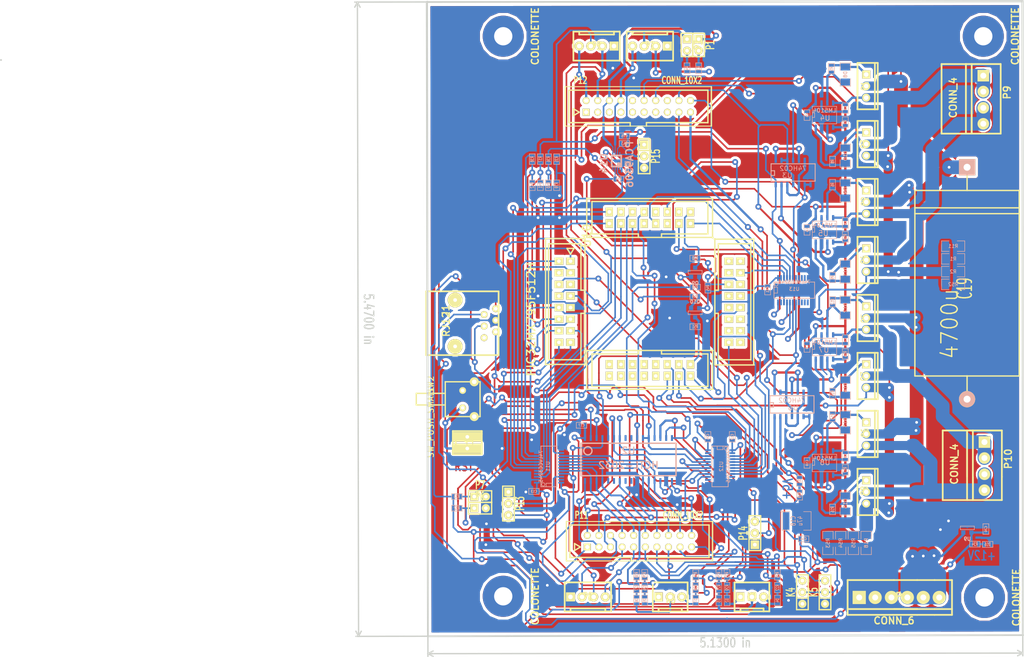
<source format=kicad_pcb>
(kicad_pcb (version 3) (host pcbnew "(2013-07-07 BZR 4022)-stable")
  (title_block (title "CARTE PID") (rev V2.30) (company "CYBERNETISUE EN NORD") (comment 1 F4DEB))
  (layers (15 Dessus signal) (0 Dessous signal))
  (net 0 "")
  (net 1 +12V)
  (net 2 +15V)
  (net 3 +3.3V)
  (net 4 +5V)
  (net 5 +5VD)
  (net 6 /MOTOR/ADC1)
  (net 7 /MOTOR/ADC2)
  (net 8 /MOTOR/DIR1)
  (net 9 /MOTOR/DIR2)
  (net 10 /MOTOR/PWM1)
  (net 11 /MOTOR/PWM2)
  (net 12 /PIC30F4013/D0)
  (net 13 /PIC30F4013/D1)
  (net 14 /PIC30F4013/D2)
  (net 15 /PIC30F4013/D3)
  (net 16 /PIC30F4013/D4)
  (net 17 /PIC30F4013/D5)
  (net 18 /PIC30F4013/D6)
  (net 19 /PIC30F4013/D7)
  (net 20 /PIC30F4013/DI1)
  (net 21 /PIC30F4013/DI2)
  (net 22 /PIC30F4013/EN1)
  (net 23 /PIC30F4013/EN2)
  (net 24 /PIC30F4013/IO1)
  (net 25 /PIC30F4013/IO2)
  (net 26 /PIC30F4013/OE)
  (net 27 /PIC30F4013/OSC)
  (net 28 /PIC30F4013/PGC)
  (net 29 /PIC30F4013/PGD)
  (net 30 /PIC30F4013/PW1)
  (net 31 /PIC30F4013/PW2)
  (net 32 /PIC30F4013/RST)
  (net 33 /PIC30F4013/RSTxy)
  (net 34 /PIC30F4013/RX1)
  (net 35 /PIC30F4013/RX2)
  (net 36 /PIC30F4013/SCL1)
  (net 37 /PIC30F4013/SDA1)
  (net 38 /PIC30F4013/SEL1)
  (net 39 /PIC30F4013/SEL2)
  (net 40 /PIC30F4013/U1RX)
  (net 41 /PIC30F4013/U1TX)
  (net 42 /PIC30F4013/U2RX)
  (net 43 /PIC30F4013/U2TX)
  (net 44 /PIC30F4013/X/Y)
  (net 45 GND)
  (net 46 N-00000105)
  (net 47 N-00000108)
  (net 48 N-00000111)
  (net 49 N-00000112)
  (net 50 N-00000115)
  (net 51 N-00000118)
  (net 52 N-00000121)
  (net 53 N-00000123)
  (net 54 N-00000127)
  (net 55 N-00000128)
  (net 56 N-00000129)
  (net 57 N-00000130)
  (net 58 N-00000131)
  (net 59 N-00000132)
  (net 60 N-00000133)
  (net 61 N-00000134)
  (net 62 N-00000135)
  (net 63 N-00000136)
  (net 64 N-00000138)
  (net 65 N-00000139)
  (net 66 N-00000140)
  (net 67 N-00000141)
  (net 68 N-00000142)
  (net 69 N-00000146)
  (net 70 N-00000147)
  (net 71 N-00000148)
  (net 72 N-00000149)
  (net 73 N-00000150)
  (net 74 N-00000151)
  (net 75 N-00000152)
  (net 76 N-00000153)
  (net 77 N-00000154)
  (net 78 N-00000155)
  (net 79 N-00000156)
  (net 80 N-00000157)
  (net 81 N-00000160)
  (net 82 N-00000161)
  (net 83 N-00000162)
  (net 84 N-00000163)
  (net 85 N-00000164)
  (net 86 N-00000165)
  (net 87 N-00000166)
  (net 88 N-00000167)
  (net 89 N-00000168)
  (net 90 N-00000169)
  (net 91 N-00000170)
  (net 92 N-00000171)
  (net 93 N-00000172)
  (net 94 N-00000173)
  (net 95 N-00000174)
  (net 96 N-00000175)
  (net 97 N-00000176)
  (net 98 N-00000177)
  (net 99 N-00000178)
  (net 100 N-00000179)
  (net 101 N-00000180)
  (net 102 N-00000181)
  (net 103 N-00000182)
  (net 104 N-00000183)
  (net 105 N-00000184)
  (net 106 N-00000185)
  (net 107 N-00000186)
  (net 108 N-00000187)
  (net 109 N-00000188)
  (net 110 N-00000189)
  (net 111 N-00000190)
  (net 112 N-00000191)
  (net 113 N-00000192)
  (net 114 N-00000193)
  (net 115 N-00000194)
  (net 116 N-00000195)
  (net 117 N-00000196)
  (net 118 N-0000033)
  (net 119 N-0000041)
  (net 120 N-0000053)
  (net 121 N-0000054)
  (net 122 N-0000068)
  (net 123 N-0000069)
  (net 124 N-0000074)
  (net 125 N-0000075)
  (net 126 N-0000077)
  (net 127 N-0000078)
  (net 128 N-0000080)
  (net 129 N-0000082)
  (net 130 N-0000085)
  (net 131 N-0000086)
  (module SIL-3"1/2-3-D (layer Dessus) (at 167.64 162.179 180)
    (fp_text reference K3)
    (fp_text value CONN_3 hide)
    (pad 1 thru_hole rect (at 5.08 0 180) (size 1.80086 1.99898) (drill 1.00076) (layers *.Cu *.Mask Dessus.SilkS) (net 75 N-00000152))
    (pad 2 thru_hole circle (at 2.54 0 180) (size 1.99898 1.99898) (drill 1.00076) (layers *.Cu *.Mask Dessus.SilkS) (net 64 N-00000138))
    (pad 3 thru_hole circle (at 0 0 180) (size 1.99898 1.99898) (drill 1.00076) (layers *.Cu *.Mask Dessus.SilkS) (net 74 N-00000151))
  )
  (module SIL-3"1/2-3-D (layer Dessus) (at 185.547 162.179 180)
    (fp_text reference K2)
    (fp_text value CONN_3 hide)
    (pad 1 thru_hole rect (at 5.08 0 180) (size 1.80086 1.99898) (drill 1.00076) (layers *.Cu *.Mask Dessus.SilkS) (net 65 N-00000139))
    (pad 2 thru_hole circle (at 2.54 0 180) (size 1.99898 1.99898) (drill 1.00076) (layers *.Cu *.Mask Dessus.SilkS) (net 73 N-00000150))
    (pad 3 thru_hole circle (at 0 0 180) (size 1.99898 1.99898) (drill 1.00076) (layers *.Cu *.Mask Dessus.SilkS) (net 66 N-00000140))
  )
  (module WEIDMULLER-6 (layer Dessus) (at 206.502 162.306)
    (fp_text reference P4)
    (fp_text value CONN_6)
    (pad 1 thru_hole rect (at 0 0) (size 2.90068 2.90068) (drill 1.30048) (layers *.Cu *.Mask Dessus.SilkS) (net 45 GND))
    (pad 2 thru_hole circle (at 3.4925 0) (size 2.90068 2.90068) (drill 1.30048) (layers *.Cu *.Mask Dessus.SilkS) (net 45 GND))
    (pad 3 thru_hole circle (at 7.0485 0) (size 2.90068 2.90068) (drill 1.30048) (layers *.Cu *.Mask Dessus.SilkS) (net 45 GND))
    (pad 4 thru_hole circle (at 10.541 0) (size 2.90068 2.90068) (drill 1.30048) (layers *.Cu *.Mask Dessus.SilkS) (net 2 +15V))
    (pad 5 thru_hole circle (at 14.0335 0) (size 2.90068 2.90068) (drill 1.30048) (layers *.Cu *.Mask Dessus.SilkS) (net 2 +15V))
    (pad 6 thru_hole circle (at 17.526 0) (size 2.90068 2.90068) (drill 1.30048) (layers *.Cu *.Mask Dessus.SilkS) (net 2 +15V))
  )
  (module SO14E (layer Dessous) (at 192.024 69.342)
    (fp_text reference U3)
    (fp_text value 74HC02)
    (pad 1 smd rect (at -3.81 -2.794) (size 0.508 1.143) (layers Dessous Dessous.Pate Dessous.Masque) (net 116 N-00000195))
    (pad 2 smd rect (at -2.54 -2.794) (size 0.508 1.143) (layers Dessous Dessous.Pate Dessous.Masque) (net 8 /MOTOR/DIR1))
    (pad 3 smd rect (at -1.27 -2.794) (size 0.508 1.143) (layers Dessous Dessous.Pate Dessous.Masque) (net 8 /MOTOR/DIR1))
    (pad 4 smd rect (at 0 -2.794) (size 0.508 1.143) (layers Dessous Dessous.Pate Dessous.Masque) (net 100 N-00000179))
    (pad 5 smd rect (at 1.27 -2.794) (size 0.508 1.143) (layers Dessous Dessous.Pate Dessous.Masque) (net 116 N-00000195))
    (pad 6 smd rect (at 2.54 -2.794) (size 0.508 1.143) (layers Dessous Dessous.Pate Dessous.Masque) (net 117 N-00000196))
    (pad 7 smd rect (at 3.81 -2.794) (size 0.508 1.143) (layers Dessous Dessous.Pate Dessous.Masque) (net 45 GND))
    (pad 8 smd rect (at 3.81 2.54) (size 0.508 1.143) (layers Dessous Dessous.Pate Dessous.Masque) (net 10 /MOTOR/PWM1))
    (pad 9 smd rect (at 2.54 2.54) (size 0.508 1.143) (layers Dessous Dessous.Pate Dessous.Masque) (net 10 /MOTOR/PWM1))
    (pad 10 smd rect (at 1.27 2.54) (size 0.508 1.143) (layers Dessous Dessous.Pate Dessous.Masque) (net 117 N-00000196))
    (pad 11 smd rect (at 0 2.54) (size 0.508 1.143) (layers Dessous Dessous.Pate Dessous.Masque) (net 8 /MOTOR/DIR1))
    (pad 12 smd rect (at -1.27 2.54) (size 0.508 1.143) (layers Dessous Dessous.Pate Dessous.Masque) (net 117 N-00000196))
    (pad 13 smd rect (at -2.54 2.54) (size 0.508 1.143) (layers Dessous Dessous.Pate Dessous.Masque) (net 107 N-00000186))
    (pad 14 smd rect (at -3.81 2.54) (size 0.508 1.143) (layers Dessous Dessous.Pate Dessous.Masque) (net 5 +5VD))
  )
  (module SO8E (layer Dessous) (at 198.882 56.642)
    (fp_text reference U4)
    (fp_text value LM5104)
    (pad 8 smd rect (at -1.905 2.667) (size 0.508 1.143) (layers Dessous Dessous.Pate Dessous.Masque) (net 98 N-00000177))
    (pad 1 smd rect (at -1.905 -2.667) (size 0.508 1.143) (layers Dessous Dessous.Pate Dessous.Masque) (net 1 +12V))
    (pad 7 smd rect (at -0.635 2.667) (size 0.508 1.143) (layers Dessous Dessous.Pate Dessous.Masque) (net 45 GND))
    (pad 6 smd rect (at 0.635 2.667) (size 0.508 1.143) (layers Dessous Dessous.Pate Dessous.Masque) (net 100 N-00000179))
    (pad 5 smd rect (at 1.905 2.667) (size 0.508 1.143) (layers Dessous Dessous.Pate Dessous.Masque) (net 115 N-00000194))
    (pad 2 smd rect (at -0.635 -2.667) (size 0.508 1.143) (layers Dessous Dessous.Pate Dessous.Masque) (net 106 N-00000185))
    (pad 3 smd rect (at 0.635 -2.667) (size 0.508 1.143) (layers Dessous Dessous.Pate Dessous.Masque) (net 99 N-00000178))
    (pad 4 smd rect (at 1.905 -2.667) (size 0.508 1.143) (layers Dessous Dessous.Pate Dessous.Masque) (net 114 N-00000193))
  )
  (module SO14E (layer Dessous) (at 191.77 120.142)
    (fp_text reference U6)
    (fp_text value 74HC02)
    (pad 1 smd rect (at -3.81 -2.794) (size 0.508 1.143) (layers Dessous Dessous.Pate Dessous.Masque) (net 83 N-00000162))
    (pad 2 smd rect (at -2.54 -2.794) (size 0.508 1.143) (layers Dessous Dessous.Pate Dessous.Masque) (net 9 /MOTOR/DIR2))
    (pad 3 smd rect (at -1.27 -2.794) (size 0.508 1.143) (layers Dessous Dessous.Pate Dessous.Masque) (net 9 /MOTOR/DIR2))
    (pad 4 smd rect (at 0 -2.794) (size 0.508 1.143) (layers Dessous Dessous.Pate Dessous.Masque) (net 96 N-00000175))
    (pad 5 smd rect (at 1.27 -2.794) (size 0.508 1.143) (layers Dessous Dessous.Pate Dessous.Masque) (net 83 N-00000162))
    (pad 6 smd rect (at 2.54 -2.794) (size 0.508 1.143) (layers Dessous Dessous.Pate Dessous.Masque) (net 84 N-00000163))
    (pad 7 smd rect (at 3.81 -2.794) (size 0.508 1.143) (layers Dessous Dessous.Pate Dessous.Masque) (net 45 GND))
    (pad 8 smd rect (at 3.81 2.54) (size 0.508 1.143) (layers Dessous Dessous.Pate Dessous.Masque) (net 11 /MOTOR/PWM2))
    (pad 9 smd rect (at 2.54 2.54) (size 0.508 1.143) (layers Dessous Dessous.Pate Dessous.Masque) (net 11 /MOTOR/PWM2))
    (pad 10 smd rect (at 1.27 2.54) (size 0.508 1.143) (layers Dessous Dessous.Pate Dessous.Masque) (net 84 N-00000163))
    (pad 11 smd rect (at 0 2.54) (size 0.508 1.143) (layers Dessous Dessous.Pate Dessous.Masque) (net 9 /MOTOR/DIR2))
    (pad 12 smd rect (at -1.27 2.54) (size 0.508 1.143) (layers Dessous Dessous.Pate Dessous.Masque) (net 84 N-00000163))
    (pad 13 smd rect (at -2.54 2.54) (size 0.508 1.143) (layers Dessous Dessous.Pate Dessous.Masque) (net 81 N-00000160))
    (pad 14 smd rect (at -3.81 2.54) (size 0.508 1.143) (layers Dessous Dessous.Pate Dessous.Masque) (net 5 +5VD))
  )
  (module SO8E (layer Dessous) (at 198.882 107.442)
    (fp_text reference U7)
    (fp_text value LM5104)
    (pad 8 smd rect (at -1.905 2.667) (size 0.508 1.143) (layers Dessous Dessous.Pate Dessous.Masque) (net 103 N-00000182))
    (pad 1 smd rect (at -1.905 -2.667) (size 0.508 1.143) (layers Dessous Dessous.Pate Dessous.Masque) (net 1 +12V))
    (pad 7 smd rect (at -0.635 2.667) (size 0.508 1.143) (layers Dessous Dessous.Pate Dessous.Masque) (net 45 GND))
    (pad 6 smd rect (at 0.635 2.667) (size 0.508 1.143) (layers Dessous Dessous.Pate Dessous.Masque) (net 96 N-00000175))
    (pad 5 smd rect (at 1.905 2.667) (size 0.508 1.143) (layers Dessous Dessous.Pate Dessous.Masque) (net 110 N-00000189))
    (pad 2 smd rect (at -0.635 -2.667) (size 0.508 1.143) (layers Dessous Dessous.Pate Dessous.Masque) (net 109 N-00000188))
    (pad 3 smd rect (at 0.635 -2.667) (size 0.508 1.143) (layers Dessous Dessous.Pate Dessous.Masque) (net 85 N-00000164))
    (pad 4 smd rect (at 1.905 -2.667) (size 0.508 1.143) (layers Dessous Dessous.Pate Dessous.Masque) (net 108 N-00000187))
  )
  (module SO8E (layer Dessous) (at 198.882 132.842)
    (fp_text reference U8)
    (fp_text value LM5104)
    (pad 8 smd rect (at -1.905 2.667) (size 0.508 1.143) (layers Dessous Dessous.Pate Dessous.Masque) (net 89 N-00000168))
    (pad 1 smd rect (at -1.905 -2.667) (size 0.508 1.143) (layers Dessous Dessous.Pate Dessous.Masque) (net 1 +12V))
    (pad 7 smd rect (at -0.635 2.667) (size 0.508 1.143) (layers Dessous Dessous.Pate Dessous.Masque) (net 45 GND))
    (pad 6 smd rect (at 0.635 2.667) (size 0.508 1.143) (layers Dessous Dessous.Pate Dessous.Masque) (net 81 N-00000160))
    (pad 5 smd rect (at 1.905 2.667) (size 0.508 1.143) (layers Dessous Dessous.Pate Dessous.Masque) (net 87 N-00000166))
    (pad 2 smd rect (at -0.635 -2.667) (size 0.508 1.143) (layers Dessous Dessous.Pate Dessous.Masque) (net 88 N-00000167))
    (pad 3 smd rect (at 0.635 -2.667) (size 0.508 1.143) (layers Dessous Dessous.Pate Dessous.Masque) (net 86 N-00000165))
    (pad 4 smd rect (at 1.905 -2.667) (size 0.508 1.143) (layers Dessous Dessous.Pate Dessous.Masque) (net 82 N-00000161))
  )
  (module SO8E (layer Dessous) (at 198.882 81.788)
    (fp_text reference U5)
    (fp_text value LM5104)
    (pad 8 smd rect (at -1.905 2.667) (size 0.508 1.143) (layers Dessous Dessous.Pate Dessous.Masque) (net 102 N-00000181))
    (pad 1 smd rect (at -1.905 -2.667) (size 0.508 1.143) (layers Dessous Dessous.Pate Dessous.Masque) (net 1 +12V))
    (pad 7 smd rect (at -0.635 2.667) (size 0.508 1.143) (layers Dessous Dessous.Pate Dessous.Masque) (net 45 GND))
    (pad 6 smd rect (at 0.635 2.667) (size 0.508 1.143) (layers Dessous Dessous.Pate Dessous.Masque) (net 107 N-00000186))
    (pad 5 smd rect (at 1.905 2.667) (size 0.508 1.143) (layers Dessous Dessous.Pate Dessous.Masque) (net 112 N-00000191))
    (pad 2 smd rect (at -0.635 -2.667) (size 0.508 1.143) (layers Dessous Dessous.Pate Dessous.Masque) (net 111 N-00000190))
    (pad 3 smd rect (at 0.635 -2.667) (size 0.508 1.143) (layers Dessous Dessous.Pate Dessous.Masque) (net 93 N-00000172))
    (pad 4 smd rect (at 1.905 -2.667) (size 0.508 1.143) (layers Dessous Dessous.Pate Dessous.Masque) (net 113 N-00000192))
  )
  (module IRFIZ48V (layer Dessus) (at 208.026 126.492)
    (fp_text reference Q6)
    (fp_text value MOS_N hide)
    (pad 2 thru_hole circle (at 0 2.54) (size 1.778 1.778) (drill 1.016) (layers *.Cu *.Mask Dessus.SilkS) (net 82 N-00000161))
    (pad 3 thru_hole circle (at 0 0) (size 1.778 1.778) (drill 1.016) (layers *.Cu *.Mask Dessus.SilkS) (net 2 +15V))
    (pad 1 thru_hole rect (at 0 -2.54) (size 1.778 1.778) (drill 1.016) (layers *.Cu *.Mask Dessus.SilkS) (net 94 N-00000173))
  )
  (module IRFIZ48V (layer Dessus) (at 208.026 139.192)
    (fp_text reference Q8)
    (fp_text value MOS_N hide)
    (pad 2 thru_hole circle (at 0 2.54) (size 1.778 1.778) (drill 1.016) (layers *.Cu *.Mask Dessus.SilkS) (net 7 /MOTOR/ADC2))
    (pad 3 thru_hole circle (at 0 0) (size 1.778 1.778) (drill 1.016) (layers *.Cu *.Mask Dessus.SilkS) (net 82 N-00000161))
    (pad 1 thru_hole rect (at 0 -2.54) (size 1.778 1.778) (drill 1.016) (layers *.Cu *.Mask Dessus.SilkS) (net 104 N-00000183))
  )
  (module IRFIZ48V (layer Dessus) (at 208.026 50.292)
    (fp_text reference Q1)
    (fp_text value MOS_N hide)
    (pad 2 thru_hole circle (at 0 2.54) (size 1.778 1.778) (drill 1.016) (layers *.Cu *.Mask Dessus.SilkS) (net 114 N-00000193))
    (pad 3 thru_hole circle (at 0 0) (size 1.778 1.778) (drill 1.016) (layers *.Cu *.Mask Dessus.SilkS) (net 2 +15V))
    (pad 1 thru_hole rect (at 0 -2.54) (size 1.778 1.778) (drill 1.016) (layers *.Cu *.Mask Dessus.SilkS) (net 91 N-00000170))
  )
  (module IRFIZ48V (layer Dessus) (at 208.026 75.692)
    (fp_text reference Q2)
    (fp_text value MOS_N hide)
    (pad 2 thru_hole circle (at 0 2.54) (size 1.778 1.778) (drill 1.016) (layers *.Cu *.Mask Dessus.SilkS) (net 113 N-00000192))
    (pad 3 thru_hole circle (at 0 0) (size 1.778 1.778) (drill 1.016) (layers *.Cu *.Mask Dessus.SilkS) (net 2 +15V))
    (pad 1 thru_hole rect (at 0 -2.54) (size 1.778 1.778) (drill 1.016) (layers *.Cu *.Mask Dessus.SilkS) (net 97 N-00000176))
  )
  (module IRFIZ48V (layer Dessus) (at 208.026 62.992)
    (fp_text reference Q3)
    (fp_text value MOS_N hide)
    (pad 2 thru_hole circle (at 0 2.54) (size 1.778 1.778) (drill 1.016) (layers *.Cu *.Mask Dessus.SilkS) (net 6 /MOTOR/ADC1))
    (pad 3 thru_hole circle (at 0 0) (size 1.778 1.778) (drill 1.016) (layers *.Cu *.Mask Dessus.SilkS) (net 114 N-00000193))
    (pad 1 thru_hole rect (at 0 -2.54) (size 1.778 1.778) (drill 1.016) (layers *.Cu *.Mask Dessus.SilkS) (net 92 N-00000171))
  )
  (module IRFIZ48V (layer Dessus) (at 208.026 88.392)
    (fp_text reference Q4)
    (fp_text value MOS_N hide)
    (pad 2 thru_hole circle (at 0 2.54) (size 1.778 1.778) (drill 1.016) (layers *.Cu *.Mask Dessus.SilkS) (net 6 /MOTOR/ADC1))
    (pad 3 thru_hole circle (at 0 0) (size 1.778 1.778) (drill 1.016) (layers *.Cu *.Mask Dessus.SilkS) (net 113 N-00000192))
    (pad 1 thru_hole rect (at 0 -2.54) (size 1.778 1.778) (drill 1.016) (layers *.Cu *.Mask Dessus.SilkS) (net 105 N-00000184))
  )
  (module IRFIZ48V (layer Dessus) (at 208.026 101.092)
    (fp_text reference Q5)
    (fp_text value MOS_N hide)
    (pad 2 thru_hole circle (at 0 2.54) (size 1.778 1.778) (drill 1.016) (layers *.Cu *.Mask Dessus.SilkS) (net 108 N-00000187))
    (pad 3 thru_hole circle (at 0 0) (size 1.778 1.778) (drill 1.016) (layers *.Cu *.Mask Dessus.SilkS) (net 2 +15V))
    (pad 1 thru_hole rect (at 0 -2.54) (size 1.778 1.778) (drill 1.016) (layers *.Cu *.Mask Dessus.SilkS) (net 101 N-00000180))
  )
  (module IRFIZ48V (layer Dessus) (at 208.026 113.792)
    (fp_text reference Q7)
    (fp_text value MOS_N hide)
    (pad 2 thru_hole circle (at 0 2.54) (size 1.778 1.778) (drill 1.016) (layers *.Cu *.Mask Dessus.SilkS) (net 7 /MOTOR/ADC2))
    (pad 3 thru_hole circle (at 0 0) (size 1.778 1.778) (drill 1.016) (layers *.Cu *.Mask Dessus.SilkS) (net 108 N-00000187))
    (pad 1 thru_hole rect (at 0 -2.54) (size 1.778 1.778) (drill 1.016) (layers *.Cu *.Mask Dessus.SilkS) (net 95 N-00000174))
  )
  (module RJ12_E (layer Dessus) (at 126.873 102.235 270)
    (fp_text reference J1)
    (fp_text value RJ12)
    (pad 4 thru_hole circle (at 0.635 2.54 270) (size 1.524 1.524) (drill 0.8128) (layers *.Cu *.Mask Dessus.SilkS) (net 29 /PIC30F4013/PGD))
    (pad 2 thru_hole circle (at -1.905 2.54 270) (size 1.524 1.524) (drill 0.8128) (layers *.Cu *.Mask Dessus.SilkS) (net 5 +5VD))
    (pad 6 thru_hole circle (at 3.175 2.54 270) (size 1.524 1.524) (drill 0.8128) (layers *.Cu *.Mask Dessus.SilkS))
    (pad 1 thru_hole circle (at -3.175 0 270) (size 1.524 1.524) (drill 0.8128) (layers *.Cu *.Mask Dessus.SilkS) (net 32 /PIC30F4013/RST))
    (pad 3 thru_hole circle (at -0.635 0 270) (size 1.524 1.524) (drill 0.8128) (layers *.Cu *.Mask Dessus.SilkS) (net 45 GND))
    (pad 5 thru_hole circle (at 1.905 0 270) (size 1.524 1.524) (drill 0.8128) (layers *.Cu *.Mask Dessus.SilkS) (net 28 /PIC30F4013/PGC))
    (pad 8 thru_hole circle (at 5.08 8.89 270) (size 3.2512 3.2512) (drill 0.8128) (layers *.Cu *.Mask Dessus.SilkS))
    (pad 7 thru_hole circle (at -5.08 8.89 270) (size 3.2512 3.2512) (drill 0.8128) (layers *.Cu *.Mask Dessus.SilkS))
  )
  (module SM0603 (layer Dessous) (at 193.421 136.779 270)
    (fp_text reference D1)
    (fp_text value Vert hide)
    (pad 1 smd rect (at -0.762 0 270) (size 0.635 1.143) (layers Dessous Dessous.Pate Dessous.Masque) (net 5 +5VD))
    (pad 2 smd rect (at 0.762 0 270) (size 0.635 1.143) (layers Dessous Dessous.Pate Dessous.Masque) (net 80 N-00000157))
  )
  (module SM1812 (layer Dessous) (at 192.786 145.542)
    (fp_text reference C18)
    (fp_text value 47u)
    (pad 1 smd rect (at -2.286 0) (size 1.397 3.81) (layers Dessous Dessous.Pate Dessous.Masque) (net 5 +5VD))
    (pad 2 smd rect (at 2.286 0) (size 1.397 3.81) (layers Dessous Dessous.Pate Dessous.Masque) (net 45 GND))
  )
  (module CP20 (layer Dessus) (at 230.124 93.472 270)
    (fp_text reference C19)
    (fp_text value 4700u)
    (pad 1 thru_hole rect (at -25.4 0 270) (size 3.556 3.556) (drill 1.524) (layers *.Cu *.SilkS *.Mask) (net 2 +15V))
    (pad 2 thru_hole circle (at 25.4 0 270) (size 3.556 3.556) (drill 1.524) (layers *.Cu *.SilkS *.Mask) (net 45 GND))
  )
  (module SM0603 (layer Dessous) (at 170.688 162.941 90)
    (fp_text reference D7)
    (fp_text value LED hide)
    (pad 1 smd rect (at -0.762 0 90) (size 0.635 1.143) (layers Dessous Dessous.Pate Dessous.Masque) (net 74 N-00000151))
    (pad 2 smd rect (at 0.762 0 90) (size 0.635 1.143) (layers Dessous Dessous.Pate Dessous.Masque) (net 69 N-00000146))
  )
  (module SM0603 (layer Dessous) (at 157.734 162.941 90)
    (fp_text reference D6)
    (fp_text value LED hide)
    (pad 1 smd rect (at -0.762 0 90) (size 0.635 1.143) (layers Dessous Dessous.Pate Dessous.Masque) (net 64 N-00000138))
    (pad 2 smd rect (at 0.762 0 90) (size 0.635 1.143) (layers Dessous Dessous.Pate Dessous.Masque) (net 67 N-00000141))
  )
  (module SM0603 (layer Dessous) (at 159.512 162.941 90)
    (fp_text reference D5)
    (fp_text value LED hide)
    (pad 1 smd rect (at -0.762 0 90) (size 0.635 1.143) (layers Dessous Dessous.Pate Dessous.Masque) (net 75 N-00000152))
    (pad 2 smd rect (at 0.762 0 90) (size 0.635 1.143) (layers Dessous Dessous.Pate Dessous.Masque) (net 70 N-00000147))
  )
  (module SM0603 (layer Dessous) (at 188.595 162.941 90)
    (fp_text reference D4)
    (fp_text value LED hide)
    (pad 1 smd rect (at -0.762 0 90) (size 0.635 1.143) (layers Dessous Dessous.Pate Dessous.Masque) (net 66 N-00000140))
    (pad 2 smd rect (at 0.762 0 90) (size 0.635 1.143) (layers Dessous Dessous.Pate Dessous.Masque) (net 78 N-00000155))
  )
  (module SM0603 (layer Dessous) (at 175.768 162.941 90)
    (fp_text reference D3)
    (fp_text value LED hide)
    (pad 1 smd rect (at -0.762 0 90) (size 0.635 1.143) (layers Dessous Dessous.Pate Dessous.Masque) (net 73 N-00000150))
    (pad 2 smd rect (at 0.762 0 90) (size 0.635 1.143) (layers Dessous Dessous.Pate Dessous.Masque) (net 68 N-00000142))
  )
  (module SM0603 (layer Dessous) (at 177.546 162.941 90)
    (fp_text reference D2)
    (fp_text value LED hide)
    (pad 1 smd rect (at -0.762 0 90) (size 0.635 1.143) (layers Dessous Dessous.Pate Dessous.Masque) (net 65 N-00000139))
    (pad 2 smd rect (at 0.762 0 90) (size 0.635 1.143) (layers Dessous Dessous.Pate Dessous.Masque) (net 79 N-00000156))
  )
  (module SM1206 (layer Dessous) (at 203.454 141.732 270)
    (fp_text reference D15)
    (fp_text value DIODE hide)
    (pad 1 smd rect (at -1.651 0 270) (size 1.524 2.032) (layers Dessous Dessous.Pate Dessous.Masque) (net 104 N-00000183))
    (pad 2 smd rect (at 1.651 0 270) (size 1.524 2.032) (layers Dessous Dessous.Pate Dessous.Masque) (net 89 N-00000168))
  )
  (module SM1206 (layer Dessous) (at 203.454 116.332 270)
    (fp_text reference D14)
    (fp_text value DIODE hide)
    (pad 1 smd rect (at -1.651 0 270) (size 1.524 2.032) (layers Dessous Dessous.Pate Dessous.Masque) (net 95 N-00000174))
    (pad 2 smd rect (at 1.651 0 270) (size 1.524 2.032) (layers Dessous Dessous.Pate Dessous.Masque) (net 103 N-00000182))
  )
  (module SM1206 (layer Dessous) (at 203.454 123.952 270)
    (fp_text reference D13)
    (fp_text value DIODE hide)
    (pad 1 smd rect (at -1.651 0 270) (size 1.524 2.032) (layers Dessous Dessous.Pate Dessous.Masque) (net 94 N-00000173))
    (pad 2 smd rect (at 1.651 0 270) (size 1.524 2.032) (layers Dessous Dessous.Pate Dessous.Masque) (net 86 N-00000165))
  )
  (module SM1206 (layer Dessous) (at 203.454 98.806 270)
    (fp_text reference D12)
    (fp_text value DIODE hide)
    (pad 1 smd rect (at -1.651 0 270) (size 1.524 2.032) (layers Dessous Dessous.Pate Dessous.Masque) (net 101 N-00000180))
    (pad 2 smd rect (at 1.651 0 270) (size 1.524 2.032) (layers Dessous Dessous.Pate Dessous.Masque) (net 85 N-00000164))
  )
  (module SM1206 (layer Dessous) (at 203.454 90.932 270)
    (fp_text reference D11)
    (fp_text value DIODE hide)
    (pad 1 smd rect (at -1.651 0 270) (size 1.524 2.032) (layers Dessous Dessous.Pate Dessous.Masque) (net 105 N-00000184))
    (pad 2 smd rect (at 1.651 0 270) (size 1.524 2.032) (layers Dessous Dessous.Pate Dessous.Masque) (net 102 N-00000181))
  )
  (module SM1206 (layer Dessous) (at 203.454 65.532 270)
    (fp_text reference D10)
    (fp_text value DIODE hide)
    (pad 1 smd rect (at -1.651 0 270) (size 1.524 2.032) (layers Dessous Dessous.Pate Dessous.Masque) (net 92 N-00000171))
    (pad 2 smd rect (at 1.651 0 270) (size 1.524 2.032) (layers Dessous Dessous.Pate Dessous.Masque) (net 98 N-00000177))
  )
  (module SM1206 (layer Dessous) (at 203.454 73.152 270)
    (fp_text reference D9)
    (fp_text value DIODE hide)
    (pad 1 smd rect (at -1.651 0 270) (size 1.524 2.032) (layers Dessous Dessous.Pate Dessous.Masque) (net 97 N-00000176))
    (pad 2 smd rect (at 1.651 0 270) (size 1.524 2.032) (layers Dessous Dessous.Pate Dessous.Masque) (net 93 N-00000172))
  )
  (module SM1206 (layer Dessous) (at 203.454 47.752 270)
    (fp_text reference D8)
    (fp_text value DIODE hide)
    (pad 1 smd rect (at -1.651 0 270) (size 1.524 2.032) (layers Dessous Dessous.Pate Dessous.Masque) (net 91 N-00000170))
    (pad 2 smd rect (at 1.651 0 270) (size 1.524 2.032) (layers Dessous Dessous.Pate Dessous.Masque) (net 99 N-00000178))
  )
  (module SOT23EBC (layer Dessous) (at 230.1875 147.066)
    (fp_text reference U9)
    (fp_text value 7812 hide)
    (pad 1 smd rect (at -0.889 1.016) (size 0.9144 0.9144) (layers Dessous Dessous.Pate Dessous.Masque) (net 2 +15V))
    (pad 2 smd rect (at 0.889 1.016) (size 0.9144 0.9144) (layers Dessous Dessous.Pate Dessous.Masque) (net 1 +12V))
    (pad 3 smd rect (at 0 -1.016) (size 0.9144 0.9144) (layers Dessous Dessous.Pate Dessous.Masque) (net 45 GND))
  )
  (module SIL-2 (layer Dessus) (at 123.444 140.208)
    (fp_text reference P7)
    (fp_text value CAVALIER hide)
    (pad 1 thru_hole rect (at -1.27 0) (size 1.80086 1.80086) (drill 0.8128) (layers *.Cu *.Mask Dessus.SilkS) (net 23 /PIC30F4013/EN2))
    (pad 2 thru_hole circle (at 1.27 0) (size 1.80086 1.80086) (drill 0.8128) (layers *.Cu *.Mask Dessus.SilkS) (net 45 GND))
  )
  (module SM0603 (layer Dessous) (at 234.6325 150.6855)
    (fp_text reference D16)
    (fp_text value LED hide)
    (pad 1 smd rect (at -0.762 0) (size 0.635 1.143) (layers Dessous Dessous.Pate Dessous.Masque) (net 90 N-00000169))
    (pad 2 smd rect (at 0.762 0) (size 0.635 1.143) (layers Dessous Dessous.Pate Dessous.Masque) (net 45 GND))
  )
  (module SIL-3 (layer Dessus) (at 194.056 161.163 90)
    (fp_text reference K4)
    (fp_text value CONN_3 hide)
    (pad 1 thru_hole circle (at -2.54 0 90) (size 1.80086 1.80086) (drill 0.8128) (layers *.Cu *.Mask Dessus.SilkS) (net 45 GND))
    (pad 2 thru_hole circle (at 0 0 90) (size 1.80086 1.80086) (drill 0.8128) (layers *.Cu *.Mask Dessus.SilkS) (net 5 +5VD))
    (pad 3 thru_hole circle (at 2.54 0 90) (size 1.80086 1.80086) (drill 0.8128) (layers *.Cu *.Mask Dessus.SilkS) (net 25 /PIC30F4013/IO2))
  )
  (module SIL-3 (layer Dessus) (at 199.009 161.163 90)
    (fp_text reference K5)
    (fp_text value CONN_3 hide)
    (pad 1 thru_hole circle (at -2.54 0 90) (size 1.80086 1.80086) (drill 0.8128) (layers *.Cu *.Mask Dessus.SilkS) (net 45 GND))
    (pad 2 thru_hole circle (at 0 0 90) (size 1.80086 1.80086) (drill 0.8128) (layers *.Cu *.Mask Dessus.SilkS) (net 5 +5VD))
    (pad 3 thru_hole circle (at 2.54 0 90) (size 1.80086 1.80086) (drill 0.8128) (layers *.Cu *.Mask Dessus.SilkS) (net 24 /PIC30F4013/IO1))
  )
  (module SM0603_Resistor (layer Dessous) (at 140.208 66.294 270)
    (fp_text reference R35)
    (fp_text value R hide)
    (pad 1 smd rect (at -0.762 0 270) (size 0.635 1.143) (layers Dessous Dessous.Pate Dessous.Masque) (net 2 +15V))
    (pad 2 smd rect (at 0.762 0 270) (size 0.635 1.143) (layers Dessous Dessous.Pate Dessous.Masque) (net 58 N-00000131))
  )
  (module SM0603_Resistor (layer Dessous) (at 138.43 66.294 270)
    (fp_text reference R36)
    (fp_text value R hide)
    (pad 1 smd rect (at -0.762 0 270) (size 0.635 1.143) (layers Dessous Dessous.Pate Dessous.Masque) (net 1 +12V))
    (pad 2 smd rect (at 0.762 0 270) (size 0.635 1.143) (layers Dessous Dessous.Pate Dessous.Masque) (net 61 N-00000134))
  )
  (module SM0603_Resistor (layer Dessous) (at 136.652 66.294 270)
    (fp_text reference R37)
    (fp_text value R hide)
    (pad 1 smd rect (at -0.762 0 270) (size 0.635 1.143) (layers Dessous Dessous.Pate Dessous.Masque) (net 5 +5VD))
    (pad 2 smd rect (at 0.762 0 270) (size 0.635 1.143) (layers Dessous Dessous.Pate Dessous.Masque) (net 60 N-00000133))
  )
  (module SM0603_Resistor (layer Dessous) (at 134.874 66.294 270)
    (fp_text reference R38)
    (fp_text value R hide)
    (pad 1 smd rect (at -0.762 0 270) (size 0.635 1.143) (layers Dessous Dessous.Pate Dessous.Masque) (net 3 +3.3V))
    (pad 2 smd rect (at 0.762 0 270) (size 0.635 1.143) (layers Dessous Dessous.Pate Dessous.Masque) (net 59 N-00000132))
  )
  (module SM0603_Resistor (layer Dessous) (at 140.208 72.009 270)
    (fp_text reference R39)
    (fp_text value R hide)
    (pad 1 smd rect (at -0.762 0 270) (size 0.635 1.143) (layers Dessous Dessous.Pate Dessous.Masque) (net 58 N-00000131))
    (pad 2 smd rect (at 0.762 0 270) (size 0.635 1.143) (layers Dessous Dessous.Pate Dessous.Masque) (net 45 GND))
  )
  (module SM0603_Resistor (layer Dessous) (at 138.43 72.009 270)
    (fp_text reference R40)
    (fp_text value R hide)
    (pad 1 smd rect (at -0.762 0 270) (size 0.635 1.143) (layers Dessous Dessous.Pate Dessous.Masque) (net 61 N-00000134))
    (pad 2 smd rect (at 0.762 0 270) (size 0.635 1.143) (layers Dessous Dessous.Pate Dessous.Masque) (net 45 GND))
  )
  (module SM0603_Resistor (layer Dessous) (at 136.652 72.009 270)
    (fp_text reference R41)
    (fp_text value R hide)
    (pad 1 smd rect (at -0.762 0 270) (size 0.635 1.143) (layers Dessous Dessous.Pate Dessous.Masque) (net 60 N-00000133))
    (pad 2 smd rect (at 0.762 0 270) (size 0.635 1.143) (layers Dessous Dessous.Pate Dessous.Masque) (net 45 GND))
  )
  (module SM0603_Resistor (layer Dessous) (at 134.874 72.009 270)
    (fp_text reference R42)
    (fp_text value R hide)
    (pad 1 smd rect (at -0.762 0 270) (size 0.635 1.143) (layers Dessous Dessous.Pate Dessous.Masque) (net 59 N-00000132))
    (pad 2 smd rect (at 0.762 0 270) (size 0.635 1.143) (layers Dessous Dessous.Pate Dessous.Masque) (net 45 GND))
  )
  (module SM0603_Resistor (layer Dessous) (at 200.406 46.482 270)
    (fp_text reference R5)
    (fp_text value 47 hide)
    (pad 1 smd rect (at -0.762 0 270) (size 0.635 1.143) (layers Dessous Dessous.Pate Dessous.Masque) (net 91 N-00000170))
    (pad 2 smd rect (at 0.762 0 270) (size 0.635 1.143) (layers Dessous Dessous.Pate Dessous.Masque) (net 99 N-00000178))
  )
  (module SM0603_Resistor (layer Dessous) (at 200.66 71.882 270)
    (fp_text reference R6)
    (fp_text value 47 hide)
    (pad 1 smd rect (at -0.762 0 270) (size 0.635 1.143) (layers Dessous Dessous.Pate Dessous.Masque) (net 97 N-00000176))
    (pad 2 smd rect (at 0.762 0 270) (size 0.635 1.143) (layers Dessous Dessous.Pate Dessous.Masque) (net 93 N-00000172))
  )
  (module SM0603_Resistor (layer Dessous) (at 203.454 58.166 90)
    (fp_text reference R7)
    (fp_text value 220k hide)
    (pad 1 smd rect (at -0.762 0 90) (size 0.635 1.143) (layers Dessous Dessous.Pate Dessous.Masque) (net 115 N-00000194))
    (pad 2 smd rect (at 0.762 0 90) (size 0.635 1.143) (layers Dessous Dessous.Pate Dessous.Masque) (net 45 GND))
  )
  (module SM0603_Resistor (layer Dessous) (at 200.66 66.802 270)
    (fp_text reference R8)
    (fp_text value 47 hide)
    (pad 1 smd rect (at -0.762 0 270) (size 0.635 1.143) (layers Dessous Dessous.Pate Dessous.Masque) (net 92 N-00000171))
    (pad 2 smd rect (at 0.762 0 270) (size 0.635 1.143) (layers Dessous Dessous.Pate Dessous.Masque) (net 98 N-00000177))
  )
  (module SM0603_Resistor (layer Dessous) (at 200.66 92.202 270)
    (fp_text reference R9)
    (fp_text value 47 hide)
    (pad 1 smd rect (at -0.762 0 270) (size 0.635 1.143) (layers Dessous Dessous.Pate Dessous.Masque) (net 105 N-00000184))
    (pad 2 smd rect (at 0.762 0 270) (size 0.635 1.143) (layers Dessous Dessous.Pate Dessous.Masque) (net 102 N-00000181))
  )
  (module SM0603_Resistor (layer Dessous) (at 203.454 83.312 90)
    (fp_text reference R10)
    (fp_text value 220k hide)
    (pad 1 smd rect (at -0.762 0 90) (size 0.635 1.143) (layers Dessous Dessous.Pate Dessous.Masque) (net 112 N-00000191))
    (pad 2 smd rect (at 0.762 0 90) (size 0.635 1.143) (layers Dessous Dessous.Pate Dessous.Masque) (net 45 GND))
  )
  (module SM0603_Resistor (layer Dessous) (at 200.66 97.536 270)
    (fp_text reference R12)
    (fp_text value 47 hide)
    (pad 1 smd rect (at -0.762 0 270) (size 0.635 1.143) (layers Dessous Dessous.Pate Dessous.Masque) (net 101 N-00000180))
    (pad 2 smd rect (at 0.762 0 270) (size 0.635 1.143) (layers Dessous Dessous.Pate Dessous.Masque) (net 85 N-00000164))
  )
  (module SM0603_Resistor (layer Dessous) (at 200.66 122.682 270)
    (fp_text reference R13)
    (fp_text value 47 hide)
    (pad 1 smd rect (at -0.762 0 270) (size 0.635 1.143) (layers Dessous Dessous.Pate Dessous.Masque) (net 94 N-00000173))
    (pad 2 smd rect (at 0.762 0 270) (size 0.635 1.143) (layers Dessous Dessous.Pate Dessous.Masque) (net 86 N-00000165))
  )
  (module SM0603_Resistor (layer Dessous) (at 203.454 108.966 90)
    (fp_text reference R14)
    (fp_text value 220k hide)
    (pad 1 smd rect (at -0.762 0 90) (size 0.635 1.143) (layers Dessous Dessous.Pate Dessous.Masque) (net 110 N-00000189))
    (pad 2 smd rect (at 0.762 0 90) (size 0.635 1.143) (layers Dessous Dessous.Pate Dessous.Masque) (net 45 GND))
  )
  (module SM0603_Resistor (layer Dessous) (at 200.66 117.602 270)
    (fp_text reference R15)
    (fp_text value 47 hide)
    (pad 1 smd rect (at -0.762 0 270) (size 0.635 1.143) (layers Dessous Dessous.Pate Dessous.Masque) (net 95 N-00000174))
    (pad 2 smd rect (at 0.762 0 270) (size 0.635 1.143) (layers Dessous Dessous.Pate Dessous.Masque) (net 103 N-00000182))
  )
  (module SM0603_Resistor (layer Dessous) (at 200.66 143.002 270)
    (fp_text reference R16)
    (fp_text value 47 hide)
    (pad 1 smd rect (at -0.762 0 270) (size 0.635 1.143) (layers Dessous Dessous.Pate Dessous.Masque) (net 104 N-00000183))
    (pad 2 smd rect (at 0.762 0 270) (size 0.635 1.143) (layers Dessous Dessous.Pate Dessous.Masque) (net 89 N-00000168))
  )
  (module SM0603_Resistor (layer Dessous) (at 203.454 134.366 90)
    (fp_text reference R17)
    (fp_text value 220k hide)
    (pad 1 smd rect (at -0.762 0 90) (size 0.635 1.143) (layers Dessous Dessous.Pate Dessous.Masque) (net 87 N-00000166))
    (pad 2 smd rect (at 0.762 0 90) (size 0.635 1.143) (layers Dessous Dessous.Pate Dessous.Masque) (net 45 GND))
  )
  (module SM0603_Resistor (layer Dessous) (at 193.421 139.827 270)
    (fp_text reference R19)
    (fp_text value 1k hide)
    (pad 1 smd rect (at -0.762 0 270) (size 0.635 1.143) (layers Dessous Dessous.Pate Dessous.Masque) (net 80 N-00000157))
    (pad 2 smd rect (at 0.762 0 270) (size 0.635 1.143) (layers Dessous Dessous.Pate Dessous.Masque) (net 45 GND))
  )
  (module SM0603_Resistor (layer Dessous) (at 177.546 160.147 90)
    (fp_text reference R20)
    (fp_text value 1.5k hide)
    (pad 1 smd rect (at -0.762 0 90) (size 0.635 1.143) (layers Dessous Dessous.Pate Dessous.Masque) (net 79 N-00000156))
    (pad 2 smd rect (at 0.762 0 90) (size 0.635 1.143) (layers Dessous Dessous.Pate Dessous.Masque) (net 76 N-00000153))
  )
  (module SM0603_Resistor (layer Dessous) (at 175.768 160.147 90)
    (fp_text reference R21)
    (fp_text value 1.5k hide)
    (pad 1 smd rect (at -0.762 0 90) (size 0.635 1.143) (layers Dessous Dessous.Pate Dessous.Masque) (net 68 N-00000142))
    (pad 2 smd rect (at 0.762 0 90) (size 0.635 1.143) (layers Dessous Dessous.Pate Dessous.Masque) (net 130 N-0000085))
  )
  (module SM0603_Resistor (layer Dessous) (at 188.595 160.147 90)
    (fp_text reference R22)
    (fp_text value 1.5k hide)
    (pad 1 smd rect (at -0.762 0 90) (size 0.635 1.143) (layers Dessous Dessous.Pate Dessous.Masque) (net 78 N-00000155))
    (pad 2 smd rect (at 0.762 0 90) (size 0.635 1.143) (layers Dessous Dessous.Pate Dessous.Masque) (net 77 N-00000154))
  )
  (module SM0603_Resistor (layer Dessous) (at 177.546 157.353 90)
    (fp_text reference R23)
    (fp_text value 1.5k hide)
    (pad 1 smd rect (at -0.762 0 90) (size 0.635 1.143) (layers Dessous Dessous.Pate Dessous.Masque) (net 76 N-00000153))
    (pad 2 smd rect (at 0.762 0 90) (size 0.635 1.143) (layers Dessous Dessous.Pate Dessous.Masque) (net 45 GND))
  )
  (module SM0603_Resistor (layer Dessous) (at 175.768 157.353 90)
    (fp_text reference R24)
    (fp_text value 1.5k hide)
    (pad 1 smd rect (at -0.762 0 90) (size 0.635 1.143) (layers Dessous Dessous.Pate Dessous.Masque) (net 130 N-0000085))
    (pad 2 smd rect (at 0.762 0 90) (size 0.635 1.143) (layers Dessous Dessous.Pate Dessous.Masque) (net 45 GND))
  )
  (module SM0603_Resistor (layer Dessous) (at 188.595 157.353 90)
    (fp_text reference R25)
    (fp_text value 1.5k hide)
    (pad 1 smd rect (at -0.762 0 90) (size 0.635 1.143) (layers Dessous Dessous.Pate Dessous.Masque) (net 77 N-00000154))
    (pad 2 smd rect (at 0.762 0 90) (size 0.635 1.143) (layers Dessous Dessous.Pate Dessous.Masque) (net 45 GND))
  )
  (module SM0603_Resistor (layer Dessous) (at 159.512 160.147 90)
    (fp_text reference R26)
    (fp_text value 1.5k hide)
    (pad 1 smd rect (at -0.762 0 90) (size 0.635 1.143) (layers Dessous Dessous.Pate Dessous.Masque) (net 70 N-00000147))
    (pad 2 smd rect (at 0.762 0 90) (size 0.635 1.143) (layers Dessous Dessous.Pate Dessous.Masque) (net 129 N-0000082))
  )
  (module SM0603_Resistor (layer Dessous) (at 157.734 160.147 90)
    (fp_text reference R27)
    (fp_text value 1.5k hide)
    (pad 1 smd rect (at -0.762 0 90) (size 0.635 1.143) (layers Dessous Dessous.Pate Dessous.Masque) (net 67 N-00000141))
    (pad 2 smd rect (at 0.762 0 90) (size 0.635 1.143) (layers Dessous Dessous.Pate Dessous.Masque) (net 71 N-00000148))
  )
  (module SM0603_Resistor (layer Dessous) (at 170.688 160.147 90)
    (fp_text reference R28)
    (fp_text value 1.5k hide)
    (pad 1 smd rect (at -0.762 0 90) (size 0.635 1.143) (layers Dessous Dessous.Pate Dessous.Masque) (net 69 N-00000146))
    (pad 2 smd rect (at 0.762 0 90) (size 0.635 1.143) (layers Dessous Dessous.Pate Dessous.Masque) (net 128 N-0000080))
  )
  (module SM0603_Resistor (layer Dessous) (at 159.512 157.353 90)
    (fp_text reference R29)
    (fp_text value 1.5k hide)
    (pad 1 smd rect (at -0.762 0 90) (size 0.635 1.143) (layers Dessous Dessous.Pate Dessous.Masque) (net 129 N-0000082))
    (pad 2 smd rect (at 0.762 0 90) (size 0.635 1.143) (layers Dessous Dessous.Pate Dessous.Masque) (net 45 GND))
  )
  (module SM0603_Resistor (layer Dessous) (at 157.734 157.353 90)
    (fp_text reference R30)
    (fp_text value 1.5k hide)
    (pad 1 smd rect (at -0.762 0 90) (size 0.635 1.143) (layers Dessous Dessous.Pate Dessous.Masque) (net 71 N-00000148))
    (pad 2 smd rect (at 0.762 0 90) (size 0.635 1.143) (layers Dessous Dessous.Pate Dessous.Masque) (net 45 GND))
  )
  (module SM0603_Resistor (layer Dessous) (at 170.688 157.353 90)
    (fp_text reference R31)
    (fp_text value 1.5k hide)
    (pad 1 smd rect (at -0.762 0 90) (size 0.635 1.143) (layers Dessous Dessous.Pate Dessous.Masque) (net 128 N-0000080))
    (pad 2 smd rect (at 0.762 0 90) (size 0.635 1.143) (layers Dessous Dessous.Pate Dessous.Masque) (net 45 GND))
  )
  (module SM0603_Resistor (layer Dessous) (at 118.364 142.748)
    (fp_text reference R32)
    (fp_text value 4.7k hide)
    (pad 1 smd rect (at -0.762 0) (size 0.635 1.143) (layers Dessous Dessous.Pate Dessous.Masque) (net 5 +5VD))
    (pad 2 smd rect (at 0.762 0) (size 0.635 1.143) (layers Dessous Dessous.Pate Dessous.Masque) (net 22 /PIC30F4013/EN1))
  )
  (module SM0603_Resistor (layer Dessous) (at 118.364 140.208)
    (fp_text reference R33)
    (fp_text value 4.7k hide)
    (pad 1 smd rect (at -0.762 0) (size 0.635 1.143) (layers Dessous Dessous.Pate Dessous.Masque) (net 5 +5VD))
    (pad 2 smd rect (at 0.762 0) (size 0.635 1.143) (layers Dessous Dessous.Pate Dessous.Masque) (net 23 /PIC30F4013/EN2))
  )
  (module SM0603_Resistor (layer Dessous) (at 231.8385 150.622)
    (fp_text reference R34)
    (fp_text value 3.3k hide)
    (pad 1 smd rect (at -0.762 0) (size 0.635 1.143) (layers Dessous Dessous.Pate Dessous.Masque) (net 1 +12V))
    (pad 2 smd rect (at 0.762 0) (size 0.635 1.143) (layers Dessous Dessous.Pate Dessous.Masque) (net 90 N-00000169))
  )
  (module COLONETTE (layer Dessus) (at 128.524 162.052 270)
    (fp_text reference K6)
    (fp_text value COLONETTE)
    (pad 1 thru_hole circle (at 0 0 270) (size 8.99922 8.99922) (drill 4.0005) (layers *.Cu))
  )
  (module COLONETTE (layer Dessus) (at 233.934 162.306 270)
    (fp_text reference K7)
    (fp_text value COLONETTE)
    (pad 1 thru_hole circle (at 0 0 270) (size 8.99922 8.99922) (drill 4.0005) (layers *.Cu))
  )
  (module COLONETTE (layer Dessus) (at 233.68 39.37 270)
    (fp_text reference K8)
    (fp_text value COLONETTE)
    (pad 1 thru_hole circle (at 0 0 270) (size 8.99922 8.99922) (drill 4.0005) (layers *.Cu))
  )
  (module COLONETTE (layer Dessus) (at 128.524 39.37 270)
    (fp_text reference K9)
    (fp_text value COLONETTE)
    (pad 1 thru_hole circle (at 0 0 270) (size 8.99922 8.99922) (drill 4.0005) (layers *.Cu))
  )
  (module VSSOP-8 (layer Dessous) (at 153.289 66.675 90)
    (fp_text reference U14)
    (fp_text value PCA9306)
    (pad 4 smd rect (at -1.4732 -0.762) (size 0.24892 1.00076) (layers Dessous Dessous.Pate Dessous.Masque) (net 55 N-00000128))
    (pad 3 smd rect (at -1.4732 -0.254) (size 0.24892 1.00076) (layers Dessous Dessous.Pate Dessous.Masque) (net 56 N-00000129))
    (pad 2 smd rect (at -1.4732 0.254) (size 0.24892 1.00076) (layers Dessous Dessous.Pate Dessous.Masque) (net 3 +3.3V))
    (pad 1 smd rect (at -1.4732 0.762) (size 0.24892 1.00076) (layers Dessous Dessous.Pate Dessous.Masque) (net 45 GND))
    (pad 5 smd rect (at 1.4224 -0.762) (size 0.24892 1.00076) (layers Dessous Dessous.Pate Dessous.Masque) (net 36 /PIC30F4013/SCL1))
    (pad 6 smd rect (at 1.4224 -0.254) (size 0.24892 1.00076) (layers Dessous Dessous.Pate Dessous.Masque) (net 37 /PIC30F4013/SDA1))
    (pad 7 smd rect (at 1.4224 0.254) (size 0.24892 1.00076) (layers Dessous Dessous.Pate Dessous.Masque) (net 57 N-00000130))
    (pad 8 smd rect (at 1.4224 0.762) (size 0.24892 1.00076) (layers Dessous Dessous.Pate Dessous.Masque) (net 124 N-0000074))
  )
  (module SSOP24 (layer Dessous) (at 138.557 133.604 90)
    (fp_text reference U11)
    (fp_text value 74LVCC3245)
    (pad 1 smd rect (at -3.556 -2.667 90) (size 0.4064 1.27) (layers Dessous Dessous.Pate Dessous.Masque) (net 3 +3.3V))
    (pad 2 smd rect (at -2.921 -2.667 90) (size 0.4064 1.27) (layers Dessous Dessous.Pate Dessous.Masque) (net 45 GND))
    (pad 3 smd rect (at -2.2606 -2.667 90) (size 0.4064 1.27) (layers Dessous Dessous.Pate Dessous.Masque) (net 47 N-00000108))
    (pad 4 smd rect (at -1.6002 -2.667 90) (size 0.4064 1.27) (layers Dessous Dessous.Pate Dessous.Masque) (net 46 N-00000105))
    (pad 5 smd rect (at -0.9652 -2.667 90) (size 0.4064 1.27) (layers Dessous Dessous.Pate Dessous.Masque) (net 53 N-00000123))
    (pad 6 smd rect (at -0.3048 -2.667 90) (size 0.4064 1.27) (layers Dessous Dessous.Pate Dessous.Masque) (net 52 N-00000121))
    (pad 7 smd rect (at 0.3556 -2.667 90) (size 0.4064 1.27) (layers Dessous Dessous.Pate Dessous.Masque) (net 51 N-00000118))
    (pad 8 smd rect (at 0.9906 -2.667 90) (size 0.4064 1.27) (layers Dessous Dessous.Pate Dessous.Masque) (net 127 N-0000078))
    (pad 9 smd rect (at 1.651 -2.667 90) (size 0.4064 1.27) (layers Dessous Dessous.Pate Dessous.Masque) (net 131 N-0000086))
    (pad 10 smd rect (at 2.286 -2.667 90) (size 0.4064 1.27) (layers Dessous Dessous.Pate Dessous.Masque) (net 50 N-00000115))
    (pad 11 smd rect (at 2.9464 -2.667 90) (size 0.4064 1.27) (layers Dessous Dessous.Pate Dessous.Masque) (net 45 GND))
    (pad 12 smd rect (at 3.6068 -2.667 90) (size 0.4064 1.27) (layers Dessous Dessous.Pate Dessous.Masque) (net 45 GND))
    (pad 13 smd rect (at 3.6322 2.667 90) (size 0.4064 1.27) (layers Dessous Dessous.Pate Dessous.Masque) (net 45 GND))
    (pad 14 smd rect (at 2.9464 2.667 90) (size 0.4064 1.27) (layers Dessous Dessous.Pate Dessous.Masque) (net 19 /PIC30F4013/D7))
    (pad 15 smd rect (at 2.286 2.667 90) (size 0.4064 1.27) (layers Dessous Dessous.Pate Dessous.Masque) (net 18 /PIC30F4013/D6))
    (pad 16 smd rect (at 1.651 2.667 90) (size 0.4064 1.27) (layers Dessous Dessous.Pate Dessous.Masque) (net 17 /PIC30F4013/D5))
    (pad 17 smd rect (at 0.9906 2.667 90) (size 0.4064 1.27) (layers Dessous Dessous.Pate Dessous.Masque) (net 16 /PIC30F4013/D4))
    (pad 18 smd rect (at 0.3556 2.667 90) (size 0.4064 1.27) (layers Dessous Dessous.Pate Dessous.Masque) (net 15 /PIC30F4013/D3))
    (pad 19 smd rect (at -0.3048 2.667 90) (size 0.4064 1.27) (layers Dessous Dessous.Pate Dessous.Masque) (net 14 /PIC30F4013/D2))
    (pad 20 smd rect (at -0.9652 2.667 90) (size 0.4064 1.27) (layers Dessous Dessous.Pate Dessous.Masque) (net 13 /PIC30F4013/D1))
    (pad 21 smd rect (at -1.6002 2.667 90) (size 0.4064 1.27) (layers Dessous Dessous.Pate Dessous.Masque) (net 12 /PIC30F4013/D0))
    (pad 22 smd rect (at -2.2606 2.667 90) (size 0.4064 1.27) (layers Dessous Dessous.Pate Dessous.Masque) (net 126 N-0000077))
    (pad 23 smd rect (at -2.921 2.667 90) (size 0.4064 1.27) (layers Dessous Dessous.Pate Dessous.Masque))
    (pad 24 smd rect (at -3.556 2.667 90) (size 0.4064 1.27) (layers Dessous Dessous.Pate Dessous.Masque) (net 5 +5VD))
  )
  (module SSOP24 (layer Dessous) (at 176.022 133.604 270)
    (fp_text reference U12)
    (fp_text value 74LVCC3245)
    (pad 1 smd rect (at -3.556 -2.667 270) (size 0.4064 1.27) (layers Dessous Dessous.Pate Dessous.Masque) (net 3 +3.3V))
    (pad 2 smd rect (at -2.921 -2.667 270) (size 0.4064 1.27) (layers Dessous Dessous.Pate Dessous.Masque) (net 3 +3.3V))
    (pad 3 smd rect (at -2.2606 -2.667 270) (size 0.4064 1.27) (layers Dessous Dessous.Pate Dessous.Masque) (net 63 N-00000136))
    (pad 4 smd rect (at -1.6002 -2.667 270) (size 0.4064 1.27) (layers Dessous Dessous.Pate Dessous.Masque) (net 62 N-00000135))
    (pad 5 smd rect (at -0.9652 -2.667 270) (size 0.4064 1.27) (layers Dessous Dessous.Pate Dessous.Masque) (net 54 N-00000127))
    (pad 6 smd rect (at -0.3048 -2.667 270) (size 0.4064 1.27) (layers Dessous Dessous.Pate Dessous.Masque) (net 49 N-00000112))
    (pad 7 smd rect (at 0.3556 -2.667 270) (size 0.4064 1.27) (layers Dessous Dessous.Pate Dessous.Masque) (net 48 N-00000111))
    (pad 8 smd rect (at 0.9906 -2.667 270) (size 0.4064 1.27) (layers Dessous Dessous.Pate Dessous.Masque) (net 121 N-0000054))
    (pad 9 smd rect (at 1.651 -2.667 270) (size 0.4064 1.27) (layers Dessous Dessous.Pate Dessous.Masque) (net 120 N-0000053))
    (pad 10 smd rect (at 2.286 -2.667 270) (size 0.4064 1.27) (layers Dessous Dessous.Pate Dessous.Masque))
    (pad 11 smd rect (at 2.9464 -2.667 270) (size 0.4064 1.27) (layers Dessous Dessous.Pate Dessous.Masque) (net 45 GND))
    (pad 12 smd rect (at 3.6068 -2.667 270) (size 0.4064 1.27) (layers Dessous Dessous.Pate Dessous.Masque) (net 45 GND))
    (pad 13 smd rect (at 3.6322 2.667 270) (size 0.4064 1.27) (layers Dessous Dessous.Pate Dessous.Masque) (net 45 GND))
    (pad 14 smd rect (at 2.9464 2.667 270) (size 0.4064 1.27) (layers Dessous Dessous.Pate Dessous.Masque))
    (pad 15 smd rect (at 2.286 2.667 270) (size 0.4064 1.27) (layers Dessous Dessous.Pate Dessous.Masque) (net 41 /PIC30F4013/U1TX))
    (pad 16 smd rect (at 1.651 2.667 270) (size 0.4064 1.27) (layers Dessous Dessous.Pate Dessous.Masque) (net 43 /PIC30F4013/U2TX))
    (pad 17 smd rect (at 0.9906 2.667 270) (size 0.4064 1.27) (layers Dessous Dessous.Pate Dessous.Masque) (net 39 /PIC30F4013/SEL2))
    (pad 18 smd rect (at 0.3556 2.667 270) (size 0.4064 1.27) (layers Dessous Dessous.Pate Dessous.Masque) (net 38 /PIC30F4013/SEL1))
    (pad 19 smd rect (at -0.3048 2.667 270) (size 0.4064 1.27) (layers Dessous Dessous.Pate Dessous.Masque) (net 44 /PIC30F4013/X/Y))
    (pad 20 smd rect (at -0.9652 2.667 270) (size 0.4064 1.27) (layers Dessous Dessous.Pate Dessous.Masque) (net 26 /PIC30F4013/OE))
    (pad 21 smd rect (at -1.6002 2.667 270) (size 0.4064 1.27) (layers Dessous Dessous.Pate Dessous.Masque) (net 33 /PIC30F4013/RSTxy))
    (pad 22 smd rect (at -2.2606 2.667 270) (size 0.4064 1.27) (layers Dessous Dessous.Pate Dessous.Masque) (net 125 N-0000075))
    (pad 23 smd rect (at -2.921 2.667 270) (size 0.4064 1.27) (layers Dessous Dessous.Pate Dessous.Masque))
    (pad 24 smd rect (at -3.556 2.667 270) (size 0.4064 1.27) (layers Dessous Dessous.Pate Dessous.Masque) (net 5 +5VD))
  )
  (module SSOP24 (layer Dessous) (at 192.278 94.996)
    (fp_text reference U13)
    (fp_text value 74LVCC3245)
    (pad 1 smd rect (at -3.556 -2.667) (size 0.4064 1.27) (layers Dessous Dessous.Pate Dessous.Masque) (net 3 +3.3V))
    (pad 2 smd rect (at -2.921 -2.667) (size 0.4064 1.27) (layers Dessous Dessous.Pate Dessous.Masque) (net 3 +3.3V))
    (pad 3 smd rect (at -2.2606 -2.667) (size 0.4064 1.27) (layers Dessous Dessous.Pate Dessous.Masque) (net 30 /PIC30F4013/PW1))
    (pad 4 smd rect (at -1.6002 -2.667) (size 0.4064 1.27) (layers Dessous Dessous.Pate Dessous.Masque) (net 31 /PIC30F4013/PW2))
    (pad 5 smd rect (at -0.9652 -2.667) (size 0.4064 1.27) (layers Dessous Dessous.Pate Dessous.Masque) (net 20 /PIC30F4013/DI1))
    (pad 6 smd rect (at -0.3048 -2.667) (size 0.4064 1.27) (layers Dessous Dessous.Pate Dessous.Masque) (net 21 /PIC30F4013/DI2))
    (pad 7 smd rect (at 0.3556 -2.667) (size 0.4064 1.27) (layers Dessous Dessous.Pate Dessous.Masque))
    (pad 8 smd rect (at 0.9906 -2.667) (size 0.4064 1.27) (layers Dessous Dessous.Pate Dessous.Masque))
    (pad 9 smd rect (at 1.651 -2.667) (size 0.4064 1.27) (layers Dessous Dessous.Pate Dessous.Masque))
    (pad 10 smd rect (at 2.286 -2.667) (size 0.4064 1.27) (layers Dessous Dessous.Pate Dessous.Masque))
    (pad 11 smd rect (at 2.9464 -2.667) (size 0.4064 1.27) (layers Dessous Dessous.Pate Dessous.Masque) (net 45 GND))
    (pad 12 smd rect (at 3.6068 -2.667) (size 0.4064 1.27) (layers Dessous Dessous.Pate Dessous.Masque) (net 45 GND))
    (pad 13 smd rect (at 3.6322 2.667) (size 0.4064 1.27) (layers Dessous Dessous.Pate Dessous.Masque) (net 45 GND))
    (pad 14 smd rect (at 2.9464 2.667) (size 0.4064 1.27) (layers Dessous Dessous.Pate Dessous.Masque))
    (pad 15 smd rect (at 2.286 2.667) (size 0.4064 1.27) (layers Dessous Dessous.Pate Dessous.Masque))
    (pad 16 smd rect (at 1.651 2.667) (size 0.4064 1.27) (layers Dessous Dessous.Pate Dessous.Masque))
    (pad 17 smd rect (at 0.9906 2.667) (size 0.4064 1.27) (layers Dessous Dessous.Pate Dessous.Masque))
    (pad 18 smd rect (at 0.3556 2.667) (size 0.4064 1.27) (layers Dessous Dessous.Pate Dessous.Masque) (net 9 /MOTOR/DIR2))
    (pad 19 smd rect (at -0.3048 2.667) (size 0.4064 1.27) (layers Dessous Dessous.Pate Dessous.Masque) (net 8 /MOTOR/DIR1))
    (pad 20 smd rect (at -0.9652 2.667) (size 0.4064 1.27) (layers Dessous Dessous.Pate Dessous.Masque) (net 11 /MOTOR/PWM2))
    (pad 21 smd rect (at -1.6002 2.667) (size 0.4064 1.27) (layers Dessous Dessous.Pate Dessous.Masque) (net 10 /MOTOR/PWM1))
    (pad 22 smd rect (at -2.2606 2.667) (size 0.4064 1.27) (layers Dessous Dessous.Pate Dessous.Masque) (net 45 GND))
    (pad 23 smd rect (at -2.921 2.667) (size 0.4064 1.27) (layers Dessous Dessous.Pate Dessous.Masque))
    (pad 24 smd rect (at -3.556 2.667) (size 0.4064 1.27) (layers Dessous Dessous.Pate Dessous.Masque) (net 5 +5VD))
  )
  (module SOT23EBC (layer Dessous) (at 170.561 99.949 180)
    (fp_text reference Q10)
    (fp_text value BC807 hide)
    (pad 1 smd rect (at -0.889 1.016 180) (size 0.9144 0.9144) (layers Dessous Dessous.Pate Dessous.Masque) (net 3 +3.3V))
    (pad 2 smd rect (at 0.889 1.016 180) (size 0.9144 0.9144) (layers Dessous Dessous.Pate Dessous.Masque) (net 123 N-0000069))
    (pad 3 smd rect (at 0 -1.016 180) (size 0.9144 0.9144) (layers Dessous Dessous.Pate Dessous.Masque) (net 35 /PIC30F4013/RX2))
  )
  (module SOT23EBC (layer Dessous) (at 170.561 91.059)
    (fp_text reference Q9)
    (fp_text value BC807 hide)
    (pad 1 smd rect (at -0.889 1.016) (size 0.9144 0.9144) (layers Dessous Dessous.Pate Dessous.Masque) (net 3 +3.3V))
    (pad 2 smd rect (at 0.889 1.016) (size 0.9144 0.9144) (layers Dessous Dessous.Pate Dessous.Masque) (net 122 N-0000068))
    (pad 3 smd rect (at 0 -1.016) (size 0.9144 0.9144) (layers Dessous Dessous.Pate Dessous.Masque) (net 34 /PIC30F4013/RX1))
  )
  (module SM0603_Resistor (layer Dessous) (at 170.561 88.011 180)
    (fp_text reference R50)
    (fp_text value R hide)
    (pad 1 smd rect (at -0.762 0 180) (size 0.635 1.143) (layers Dessous Dessous.Pate Dessous.Masque) (net 34 /PIC30F4013/RX1))
    (pad 2 smd rect (at 0.762 0 180) (size 0.635 1.143) (layers Dessous Dessous.Pate Dessous.Masque) (net 45 GND))
  )
  (module SM0603_Resistor (layer Dessous) (at 173.355 94.488 90)
    (fp_text reference R45)
    (fp_text value 2.1k hide)
    (pad 1 smd rect (at -0.762 0 90) (size 0.635 1.143) (layers Dessous Dessous.Pate Dessous.Masque) (net 3 +3.3V))
    (pad 2 smd rect (at 0.762 0 90) (size 0.635 1.143) (layers Dessous Dessous.Pate Dessous.Masque) (net 55 N-00000128))
  )
  (module SM0603_Resistor (layer Dessous) (at 153.797 70.612 180)
    (fp_text reference R44)
    (fp_text value 2.1k hide)
    (pad 1 smd rect (at -0.762 0 180) (size 0.635 1.143) (layers Dessous Dessous.Pate Dessous.Masque) (net 3 +3.3V))
    (pad 2 smd rect (at 0.762 0 180) (size 0.635 1.143) (layers Dessous Dessous.Pate Dessous.Masque) (net 56 N-00000129))
  )
  (module SM0603_Resistor (layer Dessous) (at 155.067 62.865 180)
    (fp_text reference R43)
    (fp_text value 200k hide)
    (pad 1 smd rect (at -0.762 0 180) (size 0.635 1.143) (layers Dessous Dessous.Pate Dessous.Masque) (net 5 +5VD))
    (pad 2 smd rect (at 0.762 0 180) (size 0.635 1.143) (layers Dessous Dessous.Pate Dessous.Masque) (net 57 N-00000130))
  )
  (module SM0603_Resistor (layer Dessous) (at 170.561 102.997 180)
    (fp_text reference R51)
    (fp_text value R hide)
    (pad 1 smd rect (at -0.762 0 180) (size 0.635 1.143) (layers Dessous Dessous.Pate Dessous.Masque) (net 35 /PIC30F4013/RX2))
    (pad 2 smd rect (at 0.762 0 180) (size 0.635 1.143) (layers Dessous Dessous.Pate Dessous.Masque) (net 45 GND))
  )
  (module SM0603_Resistor (layer Dessous) (at 170.561 96.393)
    (fp_text reference R49)
    (fp_text value R hide)
    (pad 1 smd rect (at -0.762 0) (size 0.635 1.143) (layers Dessous Dessous.Pate Dessous.Masque) (net 42 /PIC30F4013/U2RX))
    (pad 2 smd rect (at 0.762 0) (size 0.635 1.143) (layers Dessous Dessous.Pate Dessous.Masque) (net 123 N-0000069))
  )
  (module SM0603_Resistor (layer Dessous) (at 170.561 94.361)
    (fp_text reference R48)
    (fp_text value R hide)
    (pad 1 smd rect (at -0.762 0) (size 0.635 1.143) (layers Dessous Dessous.Pate Dessous.Masque) (net 40 /PIC30F4013/U1RX))
    (pad 2 smd rect (at 0.762 0) (size 0.635 1.143) (layers Dessous Dessous.Pate Dessous.Masque) (net 122 N-0000068))
  )
  (module SM0603_Capa (layer Dessous) (at 173.355 127.127 90)
    (fp_text reference C21)
    (fp_text value C hide)
    (pad 1 smd rect (at -0.762 0 90) (size 0.635 1.143) (layers Dessous Dessous.Pate Dessous.Masque) (net 5 +5VD))
    (pad 2 smd rect (at 0.762 0 90) (size 0.635 1.143) (layers Dessous Dessous.Pate Dessous.Masque) (net 45 GND))
  )
  (module SIL-3"1/2-2-D (layer Dessus) (at 120.65 129.667 90)
    (fp_text reference K10)
    (fp_text value CONN_2 hide)
    (pad 1 thru_hole rect (at 2.54 0 90) (size 2.10058 6.10108) (drill 0.8001) (layers *.Cu *.Mask Dessus.SilkS) (net 45 GND))
    (pad 2 thru_hole rect (at 0 0 90) (size 2.10058 6.10108) (drill 0.8001) (layers *.Cu *.Mask Dessus.SilkS) (net 72 N-00000149))
  )
  (module SM0603_Resistor (layer Dessous) (at 168.783 46.355 90)
    (fp_text reference R4)
    (fp_text value R hide)
    (pad 1 smd rect (at -0.762 0 90) (size 0.635 1.143) (layers Dessous Dessous.Pate Dessous.Masque) (net 4 +5V))
    (pad 2 smd rect (at 0.762 0 90) (size 0.635 1.143) (layers Dessous Dessous.Pate Dessous.Masque) (net 119 N-0000041))
  )
  (module SM0603_Resistor (layer Dessous) (at 171.323 46.355 90)
    (fp_text reference R3)
    (fp_text value R hide)
    (pad 1 smd rect (at -0.762 0 90) (size 0.635 1.143) (layers Dessous Dessous.Pate Dessous.Masque) (net 4 +5V))
    (pad 2 smd rect (at 0.762 0 90) (size 0.635 1.143) (layers Dessous Dessous.Pate Dessous.Masque) (net 118 N-0000033))
  )
  (module SM0603_Capa (layer Dessous) (at 195.072 132.842 270)
    (fp_text reference C10)
    (fp_text value 100n hide)
    (pad 1 smd rect (at -0.762 0 270) (size 0.635 1.143) (layers Dessous Dessous.Pate Dessous.Masque) (net 1 +12V))
    (pad 2 smd rect (at 0.762 0 270) (size 0.635 1.143) (layers Dessous Dessous.Pate Dessous.Masque) (net 45 GND))
  )
  (module SM0603_Capa (layer Dessous) (at 195.072 107.442 270)
    (fp_text reference C9)
    (fp_text value 100n hide)
    (pad 1 smd rect (at -0.762 0 270) (size 0.635 1.143) (layers Dessous Dessous.Pate Dessous.Masque) (net 1 +12V))
    (pad 2 smd rect (at 0.762 0 270) (size 0.635 1.143) (layers Dessous Dessous.Pate Dessous.Masque) (net 45 GND))
  )
  (module SM0603_Capa (layer Dessous) (at 203.454 131.318 270)
    (fp_text reference C8)
    (fp_text value 100n hide)
    (pad 1 smd rect (at -0.762 0 270) (size 0.635 1.143) (layers Dessous Dessous.Pate Dessous.Masque) (net 82 N-00000161))
    (pad 2 smd rect (at 0.762 0 270) (size 0.635 1.143) (layers Dessous Dessous.Pate Dessous.Masque) (net 88 N-00000167))
  )
  (module SM0603_Capa (layer Dessous) (at 203.454 105.918 270)
    (fp_text reference C7)
    (fp_text value 100n hide)
    (pad 1 smd rect (at -0.762 0 270) (size 0.635 1.143) (layers Dessous Dessous.Pate Dessous.Masque) (net 108 N-00000187))
    (pad 2 smd rect (at 0.762 0 270) (size 0.635 1.143) (layers Dessous Dessous.Pate Dessous.Masque) (net 109 N-00000188))
  )
  (module SM0603_Capa (layer Dessous) (at 195.072 81.788 270)
    (fp_text reference C6)
    (fp_text value 100n hide)
    (pad 1 smd rect (at -0.762 0 270) (size 0.635 1.143) (layers Dessous Dessous.Pate Dessous.Masque) (net 1 +12V))
    (pad 2 smd rect (at 0.762 0 270) (size 0.635 1.143) (layers Dessous Dessous.Pate Dessous.Masque) (net 45 GND))
  )
  (module SM0603_Capa (layer Dessous) (at 195.072 56.642 270)
    (fp_text reference C5)
    (fp_text value 100n hide)
    (pad 1 smd rect (at -0.762 0 270) (size 0.635 1.143) (layers Dessous Dessous.Pate Dessous.Masque) (net 1 +12V))
    (pad 2 smd rect (at 0.762 0 270) (size 0.635 1.143) (layers Dessous Dessous.Pate Dessous.Masque) (net 45 GND))
  )
  (module SM0603_Capa (layer Dessous) (at 203.454 80.264 270)
    (fp_text reference C4)
    (fp_text value 100n hide)
    (pad 1 smd rect (at -0.762 0 270) (size 0.635 1.143) (layers Dessous Dessous.Pate Dessous.Masque) (net 113 N-00000192))
    (pad 2 smd rect (at 0.762 0 270) (size 0.635 1.143) (layers Dessous Dessous.Pate Dessous.Masque) (net 111 N-00000190))
  )
  (module SM0603_Capa (layer Dessous) (at 203.454 55.118 270)
    (fp_text reference C3)
    (fp_text value 100n hide)
    (pad 1 smd rect (at -0.762 0 270) (size 0.635 1.143) (layers Dessous Dessous.Pate Dessous.Masque) (net 114 N-00000193))
    (pad 2 smd rect (at 0.762 0 270) (size 0.635 1.143) (layers Dessous Dessous.Pate Dessous.Masque) (net 106 N-00000185))
  )
  (module SM0603_Capa (layer Dessous) (at 145.669 124.587 180)
    (fp_text reference C17)
    (fp_text value 6.8n hide)
    (pad 1 smd rect (at -0.762 0 180) (size 0.635 1.143) (layers Dessous Dessous.Pate Dessous.Masque) (net 5 +5VD))
    (pad 2 smd rect (at 0.762 0 180) (size 0.635 1.143) (layers Dessous Dessous.Pate Dessous.Masque) (net 45 GND))
  )
  (module SM0603_Capa (layer Dessous) (at 194.31 149.479)
    (fp_text reference C16)
    (fp_text value 6.8n hide)
    (pad 1 smd rect (at -0.762 0) (size 0.635 1.143) (layers Dessous Dessous.Pate Dessous.Masque) (net 5 +5VD))
    (pad 2 smd rect (at 0.762 0) (size 0.635 1.143) (layers Dessous Dessous.Pate Dessous.Masque) (net 45 GND))
  )
  (module SM0603_Capa (layer Dessous) (at 155.067 61.214 180)
    (fp_text reference C15)
    (fp_text value 6.8n hide)
    (pad 1 smd rect (at -0.762 0 180) (size 0.635 1.143) (layers Dessous Dessous.Pate Dessous.Masque) (net 5 +5VD))
    (pad 2 smd rect (at 0.762 0 180) (size 0.635 1.143) (layers Dessous Dessous.Pate Dessous.Masque) (net 45 GND))
  )
  (module SM0603_Capa (layer Dessous) (at 155.829 67.945 90)
    (fp_text reference C14)
    (fp_text value 6.8n hide)
    (pad 1 smd rect (at -0.762 0 90) (size 0.635 1.143) (layers Dessous Dessous.Pate Dessous.Masque) (net 3 +3.3V))
    (pad 2 smd rect (at 0.762 0 90) (size 0.635 1.143) (layers Dessous Dessous.Pate Dessous.Masque) (net 45 GND))
  )
  (module SM0603_Capa (layer Dessous) (at 135.255 139.065 180)
    (fp_text reference C13)
    (fp_text value 6.8n hide)
    (pad 1 smd rect (at -0.762 0 180) (size 0.635 1.143) (layers Dessous Dessous.Pate Dessous.Masque) (net 3 +3.3V))
    (pad 2 smd rect (at 0.762 0 180) (size 0.635 1.143) (layers Dessous Dessous.Pate Dessous.Masque) (net 45 GND))
  )
  (module SM0603_Capa (layer Dessous) (at 178.689 127.127 90)
    (fp_text reference C12)
    (fp_text value 6.8n hide)
    (pad 1 smd rect (at -0.762 0 90) (size 0.635 1.143) (layers Dessous Dessous.Pate Dessous.Masque) (net 3 +3.3V))
    (pad 2 smd rect (at 0.762 0 90) (size 0.635 1.143) (layers Dessous Dessous.Pate Dessous.Masque) (net 45 GND))
  )
  (module SM0603_Capa (layer Dessous) (at 186.436 94.869 270)
    (fp_text reference C11)
    (fp_text value 6.8n hide)
    (pad 1 smd rect (at -0.762 0 270) (size 0.635 1.143) (layers Dessous Dessous.Pate Dessous.Masque) (net 3 +3.3V))
    (pad 2 smd rect (at 0.762 0 270) (size 0.635 1.143) (layers Dessous Dessous.Pate Dessous.Masque) (net 45 GND))
  )
  (module SM0603_Capa (layer Dessous) (at 234.2515 147.32 90)
    (fp_text reference C20)
    (fp_text value 100n hide)
    (pad 1 smd rect (at -0.762 0 90) (size 0.635 1.143) (layers Dessous Dessous.Pate Dessous.Masque) (net 1 +12V))
    (pad 2 smd rect (at 0.762 0 90) (size 0.635 1.143) (layers Dessous Dessous.Pate Dessous.Masque) (net 45 GND))
  )
  (module WEIDMULLER-4 (layer Dessus) (at 233.934 128.27 270)
    (fp_text reference P10)
    (fp_text value CONN_4)
    (pad 1 thru_hole rect (at 0 0 270) (size 2.54 2.54) (drill 1.30048) (layers *.Cu *.Mask Dessus.SilkS) (net 108 N-00000187))
    (pad 2 thru_hole circle (at 3.4925 0 270) (size 2.54 2.54) (drill 1.30048) (layers *.Cu *.Mask Dessus.SilkS) (net 108 N-00000187))
    (pad 3 thru_hole circle (at 7.0485 0 270) (size 2.54 2.54) (drill 1.30048) (layers *.Cu *.Mask Dessus.SilkS) (net 82 N-00000161))
    (pad 4 thru_hole circle (at 10.541 0 270) (size 2.54 2.54) (drill 1.30048) (layers *.Cu *.Mask Dessus.SilkS) (net 82 N-00000161))
  )
  (module WEIDMULLER-4 (layer Dessus) (at 233.68 48.006 270)
    (fp_text reference P9)
    (fp_text value CONN_4)
    (pad 1 thru_hole rect (at 0 0 270) (size 2.54 2.54) (drill 1.30048) (layers *.Cu *.Mask Dessus.SilkS) (net 114 N-00000193))
    (pad 2 thru_hole circle (at 3.4925 0 270) (size 2.54 2.54) (drill 1.30048) (layers *.Cu *.Mask Dessus.SilkS) (net 114 N-00000193))
    (pad 3 thru_hole circle (at 7.0485 0 270) (size 2.54 2.54) (drill 1.30048) (layers *.Cu *.Mask Dessus.SilkS) (net 113 N-00000192))
    (pad 4 thru_hole circle (at 10.541 0 270) (size 2.54 2.54) (drill 1.30048) (layers *.Cu *.Mask Dessus.SilkS) (net 113 N-00000192))
  )
  (module HE10_20D (layer Dessus) (at 158.369 149.987)
    (fp_text reference P11)
    (fp_text value CONN_10X2)
    (pad 1 thru_hole rect (at -11.43 1.27) (size 1.524 1.524) (drill 0.9144) (layers *.Cu *.Mask Dessus.SilkS) (net 33 /PIC30F4013/RSTxy))
    (pad 2 thru_hole circle (at -11.43 -1.27) (size 1.524 1.524) (drill 0.9144) (layers *.Cu *.Mask Dessus.SilkS) (net 44 /PIC30F4013/X/Y))
    (pad 3 thru_hole circle (at -8.89 1.27) (size 1.524 1.524) (drill 0.9144) (layers *.Cu *.Mask Dessus.SilkS) (net 38 /PIC30F4013/SEL1))
    (pad 4 thru_hole circle (at -8.89 -1.27) (size 1.524 1.524) (drill 0.9144) (layers *.Cu *.Mask Dessus.SilkS) (net 26 /PIC30F4013/OE))
    (pad 5 thru_hole circle (at -6.35 1.27) (size 1.524 1.524) (drill 0.9144) (layers *.Cu *.Mask Dessus.SilkS) (net 39 /PIC30F4013/SEL2))
    (pad 6 thru_hole circle (at -6.35 -1.27) (size 1.524 1.524) (drill 0.9144) (layers *.Cu *.Mask Dessus.SilkS) (net 12 /PIC30F4013/D0))
    (pad 7 thru_hole circle (at -3.81 1.27) (size 1.524 1.524) (drill 0.9144) (layers *.Cu *.Mask Dessus.SilkS) (net 41 /PIC30F4013/U1TX))
    (pad 8 thru_hole circle (at -3.81 -1.27) (size 1.524 1.524) (drill 0.9144) (layers *.Cu *.Mask Dessus.SilkS) (net 13 /PIC30F4013/D1))
    (pad 9 thru_hole circle (at -1.27 1.27) (size 1.524 1.524) (drill 0.9144) (layers *.Cu *.Mask Dessus.SilkS) (net 40 /PIC30F4013/U1RX))
    (pad 10 thru_hole circle (at -1.27 -1.27) (size 1.524 1.524) (drill 0.9144) (layers *.Cu *.Mask Dessus.SilkS) (net 14 /PIC30F4013/D2))
    (pad 11 thru_hole circle (at 1.27 1.27) (size 1.524 1.524) (drill 0.9144) (layers *.Cu *.Mask Dessus.SilkS) (net 25 /PIC30F4013/IO2))
    (pad 12 thru_hole circle (at 1.27 -1.27) (size 1.524 1.524) (drill 0.9144) (layers *.Cu *.Mask Dessus.SilkS) (net 15 /PIC30F4013/D3))
    (pad 13 thru_hole circle (at 3.81 1.27) (size 1.524 1.524) (drill 0.9144) (layers *.Cu *.Mask Dessus.SilkS) (net 24 /PIC30F4013/IO1))
    (pad 14 thru_hole circle (at 3.81 -1.27) (size 1.524 1.524) (drill 0.9144) (layers *.Cu *.Mask Dessus.SilkS) (net 16 /PIC30F4013/D4))
    (pad 15 thru_hole circle (at 6.35 1.27) (size 1.524 1.524) (drill 0.9144) (layers *.Cu *.Mask Dessus.SilkS) (net 28 /PIC30F4013/PGC))
    (pad 16 thru_hole circle (at 6.35 -1.27) (size 1.524 1.524) (drill 0.9144) (layers *.Cu *.Mask Dessus.SilkS) (net 17 /PIC30F4013/D5))
    (pad 17 thru_hole circle (at 8.89 1.27) (size 1.524 1.524) (drill 0.9144) (layers *.Cu *.Mask Dessus.SilkS) (net 29 /PIC30F4013/PGD))
    (pad 18 thru_hole circle (at 8.89 -1.27) (size 1.524 1.524) (drill 0.9144) (layers *.Cu *.Mask Dessus.SilkS) (net 18 /PIC30F4013/D6))
    (pad 19 thru_hole circle (at 11.43 1.27) (size 1.524 1.524) (drill 0.9144) (layers *.Cu *.Mask Dessus.SilkS) (net 32 /PIC30F4013/RST))
    (pad 20 thru_hole circle (at 11.43 -1.27) (size 1.524 1.524) (drill 0.9144) (layers *.Cu *.Mask Dessus.SilkS) (net 19 /PIC30F4013/D7))
  )
  (module HE10_20D (layer Dessus) (at 158.115 54.737)
    (fp_text reference P12)
    (fp_text value CONN_10X2)
    (pad 1 thru_hole rect (at -11.43 1.27) (size 1.524 1.524) (drill 0.9144) (layers *.Cu *.Mask Dessus.SilkS))
    (pad 2 thru_hole circle (at -11.43 -1.27) (size 1.524 1.524) (drill 0.9144) (layers *.Cu *.Mask Dessus.SilkS) (net 42 /PIC30F4013/U2RX))
    (pad 3 thru_hole circle (at -8.89 1.27) (size 1.524 1.524) (drill 0.9144) (layers *.Cu *.Mask Dessus.SilkS))
    (pad 4 thru_hole circle (at -8.89 -1.27) (size 1.524 1.524) (drill 0.9144) (layers *.Cu *.Mask Dessus.SilkS) (net 43 /PIC30F4013/U2TX))
    (pad 5 thru_hole circle (at -6.35 1.27) (size 1.524 1.524) (drill 0.9144) (layers *.Cu *.Mask Dessus.SilkS))
    (pad 6 thru_hole circle (at -6.35 -1.27) (size 1.524 1.524) (drill 0.9144) (layers *.Cu *.Mask Dessus.SilkS) (net 36 /PIC30F4013/SCL1))
    (pad 7 thru_hole circle (at -3.81 1.27) (size 1.524 1.524) (drill 0.9144) (layers *.Cu *.Mask Dessus.SilkS))
    (pad 8 thru_hole circle (at -3.81 -1.27) (size 1.524 1.524) (drill 0.9144) (layers *.Cu *.Mask Dessus.SilkS) (net 37 /PIC30F4013/SDA1))
    (pad 9 thru_hole circle (at -1.27 1.27) (size 1.524 1.524) (drill 0.9144) (layers *.Cu *.Mask Dessus.SilkS))
    (pad 10 thru_hole circle (at -1.27 -1.27) (size 1.524 1.524) (drill 0.9144) (layers *.Cu *.Mask Dessus.SilkS))
    (pad 11 thru_hole circle (at 1.27 1.27) (size 1.524 1.524) (drill 0.9144) (layers *.Cu *.Mask Dessus.SilkS))
    (pad 12 thru_hole circle (at 1.27 -1.27) (size 1.524 1.524) (drill 0.9144) (layers *.Cu *.Mask Dessus.SilkS) (net 6 /MOTOR/ADC1))
    (pad 13 thru_hole circle (at 3.81 1.27) (size 1.524 1.524) (drill 0.9144) (layers *.Cu *.Mask Dessus.SilkS))
    (pad 14 thru_hole circle (at 3.81 -1.27) (size 1.524 1.524) (drill 0.9144) (layers *.Cu *.Mask Dessus.SilkS) (net 7 /MOTOR/ADC2))
    (pad 15 thru_hole circle (at 6.35 1.27) (size 1.524 1.524) (drill 0.9144) (layers *.Cu *.Mask Dessus.SilkS))
    (pad 16 thru_hole circle (at 6.35 -1.27) (size 1.524 1.524) (drill 0.9144) (layers *.Cu *.Mask Dessus.SilkS))
    (pad 17 thru_hole circle (at 8.89 1.27) (size 1.524 1.524) (drill 0.9144) (layers *.Cu *.Mask Dessus.SilkS) (net 9 /MOTOR/DIR2))
    (pad 18 thru_hole circle (at 8.89 -1.27) (size 1.524 1.524) (drill 0.9144) (layers *.Cu *.Mask Dessus.SilkS) (net 8 /MOTOR/DIR1))
    (pad 19 thru_hole circle (at 11.43 1.27) (size 1.524 1.524) (drill 0.9144) (layers *.Cu *.Mask Dessus.SilkS) (net 11 /MOTOR/PWM2))
    (pad 20 thru_hole circle (at 11.43 -1.27) (size 1.524 1.524) (drill 0.9144) (layers *.Cu *.Mask Dessus.SilkS) (net 10 /MOTOR/PWM1))
  )
  (module SIL-3 (layer Dessus) (at 129.667 141.732 270)
    (fp_text reference P13)
    (fp_text value CAVALIER2 hide)
    (pad 1 thru_hole rect (at -2.54 0 270) (size 1.89992 1.89992) (drill 0.8128) (layers *.Cu *.Mask Dessus.SilkS) (net 45 GND))
    (pad 2 thru_hole circle (at 0 0 270) (size 1.89992 1.89992) (drill 0.8128) (layers *.Cu *.Mask Dessus.SilkS) (net 126 N-0000077))
    (pad 3 thru_hole circle (at 2.54 0 270) (size 1.89992 1.89992) (drill 0.8128) (layers *.Cu *.Mask Dessus.SilkS) (net 3 +3.3V))
  )
  (module SIL-3 (layer Dessus) (at 183.642 148.209 90)
    (fp_text reference P14)
    (fp_text value CAVALIER2 hide)
    (pad 1 thru_hole rect (at -2.54 0 90) (size 1.89992 1.89992) (drill 0.8128) (layers *.Cu *.Mask Dessus.SilkS) (net 45 GND))
    (pad 2 thru_hole circle (at 0 0 90) (size 1.89992 1.89992) (drill 0.8128) (layers *.Cu *.Mask Dessus.SilkS) (net 125 N-0000075))
    (pad 3 thru_hole circle (at 2.54 0 90) (size 1.89992 1.89992) (drill 0.8128) (layers *.Cu *.Mask Dessus.SilkS) (net 3 +3.3V))
  )
  (module SIL-3 (layer Dessus) (at 159.385 65.659 270)
    (fp_text reference P15)
    (fp_text value CAVALIER2 hide)
    (pad 1 thru_hole rect (at -2.54 0 270) (size 1.89992 1.89992) (drill 0.8128) (layers *.Cu *.Mask Dessus.SilkS) (net 57 N-00000130))
    (pad 2 thru_hole circle (at 0 0 270) (size 1.89992 1.89992) (drill 0.8128) (layers *.Cu *.Mask Dessus.SilkS) (net 124 N-0000074))
    (pad 3 thru_hole circle (at 2.54 0 270) (size 1.89992 1.89992) (drill 0.8128) (layers *.Cu *.Mask Dessus.SilkS) (net 45 GND))
  )
  (module KK-4-D (layer Dessus) (at 145.161 41.529)
    (fp_text reference P5)
    (fp_text value CONN_4 hide)
    (pad 1 thru_hole rect (at 7.62 0) (size 1.99898 1.99898) (drill 1.00076) (layers *.Cu *.Mask Dessus.SilkS) (net 45 GND))
    (pad 2 thru_hole circle (at 5.08 0) (size 1.99898 1.99898) (drill 1.00076) (layers *.Cu *.Mask Dessus.SilkS) (net 43 /PIC30F4013/U2TX))
    (pad 3 thru_hole circle (at 2.54 0) (size 1.99898 1.99898) (drill 1.00076) (layers *.Cu *.Mask Dessus.SilkS) (net 5 +5VD))
    (pad 4 thru_hole circle (at 0 0) (size 1.99898 1.99898) (drill 1.00076) (layers *.Cu *.Mask Dessus.SilkS) (net 42 /PIC30F4013/U2RX))
  )
  (module KK-4-D (layer Dessus) (at 150.876 162.179 180)
    (fp_text reference P8)
    (fp_text value CONN_4 hide)
    (pad 1 thru_hole rect (at 7.62 0 180) (size 1.99898 1.99898) (drill 1.00076) (layers *.Cu *.Mask Dessus.SilkS) (net 45 GND))
    (pad 2 thru_hole circle (at 5.08 0 180) (size 1.99898 1.99898) (drill 1.00076) (layers *.Cu *.Mask Dessus.SilkS) (net 41 /PIC30F4013/U1TX))
    (pad 3 thru_hole circle (at 2.54 0 180) (size 1.99898 1.99898) (drill 1.00076) (layers *.Cu *.Mask Dessus.SilkS) (net 5 +5VD))
    (pad 4 thru_hole circle (at 0 0 180) (size 1.99898 1.99898) (drill 1.00076) (layers *.Cu *.Mask Dessus.SilkS) (net 40 /PIC30F4013/U1RX))
  )
  (module SIL-2 (layer Dessus) (at 171.323 41.275 270)
    (fp_text reference P1)
    (fp_text value CAVALIER hide)
    (pad 1 thru_hole rect (at -1.27 0 270) (size 1.80086 1.80086) (drill 0.8128) (layers *.Cu *.Mask Dessus.SilkS) (net 37 /PIC30F4013/SDA1))
    (pad 2 thru_hole circle (at 1.27 0 270) (size 1.80086 1.80086) (drill 0.8128) (layers *.Cu *.Mask Dessus.SilkS) (net 118 N-0000033))
  )
  (module SIL-2 (layer Dessus) (at 168.783 41.275 270)
    (fp_text reference P3)
    (fp_text value CAVALIER hide)
    (pad 1 thru_hole rect (at -1.27 0 270) (size 1.80086 1.80086) (drill 0.8128) (layers *.Cu *.Mask Dessus.SilkS) (net 36 /PIC30F4013/SCL1))
    (pad 2 thru_hole circle (at 1.27 0 270) (size 1.80086 1.80086) (drill 0.8128) (layers *.Cu *.Mask Dessus.SilkS) (net 119 N-0000041))
  )
  (module SIL-2 (layer Dessus) (at 123.444 142.748)
    (fp_text reference P6)
    (fp_text value CAVALIER hide)
    (pad 1 thru_hole rect (at -1.27 0) (size 1.80086 1.80086) (drill 0.8128) (layers *.Cu *.Mask Dessus.SilkS) (net 22 /PIC30F4013/EN1))
    (pad 2 thru_hole circle (at 1.27 0) (size 1.80086 1.80086) (drill 0.8128) (layers *.Cu *.Mask Dessus.SilkS) (net 45 GND))
  )
  (module SW (layer Dessus) (at 119.634 122.682 90)
    (fp_text reference SW2)
    (fp_text value SW_PUSH_SMALL)
    (pad 1 thru_hole circle (at 1.905 0 90) (size 1.50114 1.50114) (drill 0.8001) (layers *.Cu *.Mask Dessus.SilkS) (net 72 N-00000149))
    (pad 2 thru_hole circle (at 5.715 0 90) (size 1.50114 1.50114) (drill 0.8001) (layers *.Cu *.Mask Dessus.SilkS) (net 45 GND))
    (pad 3 thru_hole circle (at 0 2.54 90) (size 1.99898 1.99898) (drill 1.00076) (layers *.Cu *.Mask Dessus.SilkS) (net 45 GND))
    (pad 4 thru_hole circle (at 7.62 2.54 90) (size 1.99898 1.99898) (drill 1.00076) (layers *.Cu *.Mask Dessus.SilkS) (net 45 GND))
  )
  (module KK-4-D (layer Dessus) (at 156.845 41.529)
    (fp_text reference P2)
    (fp_text value CONN_4 hide)
    (pad 1 thru_hole rect (at 7.62 0) (size 1.99898 1.99898) (drill 1.00076) (layers *.Cu *.Mask Dessus.SilkS) (net 45 GND))
    (pad 2 thru_hole circle (at 5.08 0) (size 1.99898 1.99898) (drill 1.00076) (layers *.Cu *.Mask Dessus.SilkS) (net 4 +5V))
    (pad 3 thru_hole circle (at 2.54 0) (size 1.99898 1.99898) (drill 1.00076) (layers *.Cu *.Mask Dessus.SilkS) (net 36 /PIC30F4013/SCL1))
    (pad 4 thru_hole circle (at 0 0) (size 1.99898 1.99898) (drill 1.00076) (layers *.Cu *.Mask Dessus.SilkS) (net 37 /PIC30F4013/SDA1))
  )
  (module SM1206 (layer Dessous) (at 227.076 88.138)
    (fp_text reference R1)
    (fp_text value 0.068 hide)
    (pad 1 smd rect (at -1.651 0) (size 1.524 2.032) (layers Dessous Dessous.Pate Dessous.Masque) (net 6 /MOTOR/ADC1))
    (pad 2 smd rect (at 1.651 0) (size 1.524 2.032) (layers Dessous Dessous.Pate Dessous.Masque) (net 45 GND))
  )
  (module SM1206 (layer Dessous) (at 227.076 90.932)
    (fp_text reference R2)
    (fp_text value 0.068 hide)
    (pad 1 smd rect (at -1.651 0) (size 1.524 2.032) (layers Dessous Dessous.Pate Dessous.Masque) (net 6 /MOTOR/ADC1))
    (pad 2 smd rect (at 1.651 0) (size 1.524 2.032) (layers Dessous Dessous.Pate Dessous.Masque) (net 45 GND))
  )
  (module SM1206 (layer Dessous) (at 227.076 93.726)
    (fp_text reference R52)
    (fp_text value 0.068 hide)
    (pad 1 smd rect (at -1.651 0) (size 1.524 2.032) (layers Dessous Dessous.Pate Dessous.Masque) (net 6 /MOTOR/ADC1))
    (pad 2 smd rect (at 1.651 0) (size 1.524 2.032) (layers Dessous Dessous.Pate Dessous.Masque) (net 45 GND))
  )
  (module SM1206 (layer Dessous) (at 199.644 150.368 270)
    (fp_text reference R53)
    (fp_text value 0.068 hide)
    (pad 1 smd rect (at -1.651 0 270) (size 1.524 2.032) (layers Dessous Dessous.Pate Dessous.Masque) (net 7 /MOTOR/ADC2))
    (pad 2 smd rect (at 1.651 0 270) (size 1.524 2.032) (layers Dessous Dessous.Pate Dessous.Masque) (net 45 GND))
  )
  (module SM1206 (layer Dessous) (at 202.438 150.368 270)
    (fp_text reference R54)
    (fp_text value 0.068 hide)
    (pad 1 smd rect (at -1.651 0 270) (size 1.524 2.032) (layers Dessous Dessous.Pate Dessous.Masque) (net 7 /MOTOR/ADC2))
    (pad 2 smd rect (at 1.651 0 270) (size 1.524 2.032) (layers Dessous Dessous.Pate Dessous.Masque) (net 45 GND))
  )
  (module SM1206 (layer Dessous) (at 205.232 150.368 270)
    (fp_text reference R55)
    (fp_text value 0.068 hide)
    (pad 1 smd rect (at -1.651 0 270) (size 1.524 2.032) (layers Dessous Dessous.Pate Dessous.Masque) (net 7 /MOTOR/ADC2))
    (pad 2 smd rect (at 1.651 0 270) (size 1.524 2.032) (layers Dessous Dessous.Pate Dessous.Masque) (net 45 GND))
  )
  (module SM1206 (layer Dessous) (at 208.026 150.368 270)
    (fp_text reference R18)
    (fp_text value 0.068 hide)
    (pad 1 smd rect (at -1.651 0 270) (size 1.524 2.032) (layers Dessous Dessous.Pate Dessous.Masque) (net 7 /MOTOR/ADC2))
    (pad 2 smd rect (at 1.651 0 270) (size 1.524 2.032) (layers Dessous Dessous.Pate Dessous.Masque) (net 45 GND))
  )
  (module SM1206 (layer Dessous) (at 227.076 85.344)
    (fp_text reference R11)
    (fp_text value 0.068 hide)
    (pad 1 smd rect (at -1.651 0) (size 1.524 2.032) (layers Dessous Dessous.Pate Dessous.Masque) (net 6 /MOTOR/ADC1))
    (pad 2 smd rect (at 1.651 0) (size 1.524 2.032) (layers Dessous Dessous.Pate Dessous.Masque) (net 45 GND))
  )
  (module SOJ32 (layer Dessous) (at 155.956 132.08)
    (fp_text reference U2)
    (fp_text value HCTL-2032)
    (pad 20 smd rect (at 5.715 4.699) (size 0.4572 1.27) (layers Dessous Dessous.Pate Dessous.Masque) (net 18 /PIC30F4013/D6))
    (pad 21 smd rect (at 4.445 4.699) (size 0.4572 1.27) (layers Dessous Dessous.Pate Dessous.Masque) (net 17 /PIC30F4013/D5))
    (pad 22 smd rect (at 3.175 4.699) (size 0.4572 1.27) (layers Dessous Dessous.Pate Dessous.Masque) (net 16 /PIC30F4013/D4))
    (pad 23 smd rect (at 1.905 4.699) (size 0.4572 1.27) (layers Dessous Dessous.Pate Dessous.Masque) (net 45 GND))
    (pad 24 smd rect (at 0.635 4.699) (size 0.4572 1.27) (layers Dessous Dessous.Pate Dessous.Masque))
    (pad 28 smd rect (at -4.445 4.699) (size 0.4572 1.27) (layers Dessous Dessous.Pate Dessous.Masque))
    (pad 29 smd rect (at -5.715 4.699) (size 0.4572 1.27) (layers Dessous Dessous.Pate Dessous.Masque) (net 15 /PIC30F4013/D3))
    (pad 30 smd rect (at -6.985 4.699) (size 0.4572 1.27) (layers Dessous Dessous.Pate Dessous.Masque) (net 14 /PIC30F4013/D2))
    (pad 31 smd rect (at -8.255 4.699) (size 0.4572 1.27) (layers Dessous Dessous.Pate Dessous.Masque) (net 13 /PIC30F4013/D1))
    (pad 32 smd rect (at -9.525 4.699) (size 0.4572 1.27) (layers Dessous Dessous.Pate Dessous.Masque) (net 44 /PIC30F4013/X/Y))
    (pad 1 smd rect (at -9.525 -4.699) (size 0.4572 1.27) (layers Dessous Dessous.Pate Dessous.Masque) (net 5 +5VD))
    (pad 2 smd rect (at -8.255 -4.699) (size 0.4572 1.27) (layers Dessous Dessous.Pate Dessous.Masque) (net 22 /PIC30F4013/EN1))
    (pad 3 smd rect (at -6.985 -4.699) (size 0.4572 1.27) (layers Dessous Dessous.Pate Dessous.Masque) (net 23 /PIC30F4013/EN2))
    (pad 4 smd rect (at -5.715 -4.699) (size 0.4572 1.27) (layers Dessous Dessous.Pate Dessous.Masque) (net 12 /PIC30F4013/D0))
    (pad 5 smd rect (at -4.445 -4.699) (size 0.4572 1.27) (layers Dessous Dessous.Pate Dessous.Masque) (net 27 /PIC30F4013/OSC))
    (pad 9 smd rect (at 0.635 -4.699) (size 0.4572 1.27) (layers Dessous Dessous.Pate Dessous.Masque))
    (pad 10 smd rect (at 1.905 -4.699) (size 0.4572 1.27) (layers Dessous Dessous.Pate Dessous.Masque) (net 19 /PIC30F4013/D7))
    (pad 11 smd rect (at 3.175 -4.699) (size 0.4572 1.27) (layers Dessous Dessous.Pate Dessous.Masque) (net 33 /PIC30F4013/RSTxy))
    (pad 12 smd rect (at 4.445 -4.699) (size 0.4572 1.27) (layers Dessous Dessous.Pate Dessous.Masque) (net 33 /PIC30F4013/RSTxy))
    (pad 13 smd rect (at 5.715 -4.699) (size 0.4572 1.27) (layers Dessous Dessous.Pate Dessous.Masque) (net 71 N-00000148))
    (pad 14 smd rect (at 6.985 -4.699) (size 0.4572 1.27) (layers Dessous Dessous.Pate Dessous.Masque) (net 130 N-0000085))
    (pad 15 smd rect (at 8.255 -4.699) (size 0.4572 1.27) (layers Dessous Dessous.Pate Dessous.Masque) (net 76 N-00000153))
    (pad 16 smd rect (at 9.525 -4.699) (size 0.4572 1.27) (layers Dessous Dessous.Pate Dessous.Masque) (net 129 N-0000082))
    (pad 6 smd rect (at -3.175 -4.699) (size 0.4572 1.27) (layers Dessous Dessous.Pate Dessous.Masque) (net 38 /PIC30F4013/SEL1))
    (pad 7 smd rect (at -1.905 -4.699) (size 0.4572 1.27) (layers Dessous Dessous.Pate Dessous.Masque) (net 26 /PIC30F4013/OE))
    (pad 8 smd rect (at -0.635 -4.699) (size 0.4572 1.27) (layers Dessous Dessous.Pate Dessous.Masque))
    (pad 27 smd rect (at -3.175 4.699) (size 0.4572 1.27) (layers Dessous Dessous.Pate Dessous.Masque))
    (pad 26 smd rect (at -1.905 4.699) (size 0.4572 1.27) (layers Dessous Dessous.Pate Dessous.Masque) (net 39 /PIC30F4013/SEL2))
    (pad 25 smd rect (at -0.635 4.699) (size 0.4572 1.27) (layers Dessous Dessous.Pate Dessous.Masque))
    (pad 19 smd rect (at 6.985 4.699) (size 0.4572 1.27) (layers Dessous Dessous.Pate Dessous.Masque) (net 128 N-0000080))
    (pad 18 smd rect (at 8.255 4.699) (size 0.4572 1.27) (layers Dessous Dessous.Pate Dessous.Masque) (net 45 GND))
    (pad 17 smd rect (at 9.525 4.699) (size 0.4572 1.27) (layers Dessous Dessous.Pate Dessous.Masque) (net 77 N-00000154))
  )
  (module PIC32½64 (layer Dessus) (at 140.716 88.646 270)
    (fp_text reference U10)
    (fp_text value PIC32MX795F512H)
    (pad 15 thru_hole rect (at 17.78 -2.54254 180) (size 1.89992 1.6002) (drill 0.8001) (layers *.Cu *.Mask Dessus.SilkS) (net 28 /PIC30F4013/PGC))
    (pad 16 thru_hole rect (at 17.78 -0.00254 180) (size 1.89992 1.6002) (drill 0.8001) (layers *.Cu *.Mask Dessus.SilkS) (net 29 /PIC30F4013/PGD))
    (pad 13 thru_hole rect (at 15.24 -2.54254 180) (size 1.89992 1.6002) (drill 0.8001) (layers *.Cu *.Mask Dessus.SilkS) (net 61 N-00000134))
    (pad 14 thru_hole rect (at 15.24 -0.00254 180) (size 1.89992 1.6002) (drill 0.8001) (layers *.Cu *.Mask Dessus.SilkS) (net 58 N-00000131))
    (pad 11 thru_hole rect (at 12.7 -2.54254 180) (size 1.89992 1.6002) (drill 0.8001) (layers *.Cu *.Mask Dessus.SilkS) (net 59 N-00000132))
    (pad 12 thru_hole rect (at 12.7 -0.00254 180) (size 1.89992 1.6002) (drill 0.8001) (layers *.Cu *.Mask Dessus.SilkS) (net 60 N-00000133))
    (pad 9 thru_hole rect (at 10.16 -2.54254 180) (size 1.89992 1.6002) (drill 0.8001) (layers *.Cu *.Mask Dessus.SilkS) (net 45 GND))
    (pad 10 thru_hole rect (at 10.16 -0.00254 180) (size 1.89992 1.6002) (drill 0.8001) (layers *.Cu *.Mask Dessus.SilkS) (net 3 +3.3V))
    (pad 7 thru_hole rect (at 7.62 -2.54254 180) (size 1.89992 1.6002) (drill 0.8001) (layers *.Cu *.Mask Dessus.SilkS) (net 72 N-00000149))
    (pad 8 thru_hole rect (at 7.62 -0.00254 180) (size 1.89992 1.6002) (drill 0.8001) (layers *.Cu *.Mask Dessus.SilkS) (net 48 N-00000111))
    (pad 5 thru_hole rect (at 5.08 -2.54254 180) (size 1.89992 1.6002) (drill 0.8001) (layers *.Cu *.Mask Dessus.SilkS))
    (pad 6 thru_hole rect (at 5.08 -0.00254 180) (size 1.89992 1.6002) (drill 0.8001) (layers *.Cu *.Mask Dessus.SilkS) (net 49 N-00000112))
    (pad 3 thru_hole rect (at 2.54 -2.54254 180) (size 1.89992 1.6002) (drill 0.8001) (layers *.Cu *.Mask Dessus.SilkS) (net 50 N-00000115))
    (pad 4 thru_hole rect (at 2.54 -0.00254 180) (size 1.89992 1.6002) (drill 0.8001) (layers *.Cu *.Mask Dessus.SilkS))
    (pad 1 thru_hole rect (at 0 -2.54254 180) (size 1.89992 1.6002) (drill 0.8001) (layers *.Cu *.Mask Dessus.SilkS) (net 127 N-0000078))
    (pad 2 thru_hole rect (at 0 -0.00254 180) (size 1.89992 1.6002) (drill 0.8001) (layers *.Cu *.Mask Dessus.SilkS) (net 131 N-0000086))
    (pad 34 thru_hole rect (at 17.78 -39.751 180) (size 1.89992 1.6002) (drill 0.8001) (layers *.Cu *.Mask Dessus.SilkS))
    (pad 33 thru_hole rect (at 17.78 -37.211 180) (size 1.89992 1.6002) (drill 0.8001) (layers *.Cu *.Mask Dessus.SilkS) (net 54 N-00000127))
    (pad 36 thru_hole rect (at 15.24 -39.751 180) (size 1.89992 1.6002) (drill 0.8001) (layers *.Cu *.Mask Dessus.SilkS))
    (pad 35 thru_hole rect (at 15.24 -37.211 180) (size 1.89992 1.6002) (drill 0.8001) (layers *.Cu *.Mask Dessus.SilkS))
    (pad 38 thru_hole rect (at 12.7 -39.751 180) (size 1.89992 1.6002) (drill 0.8001) (layers *.Cu *.Mask Dessus.SilkS))
    (pad 37 thru_hole rect (at 12.7 -37.211 180) (size 1.89992 1.6002) (drill 0.8001) (layers *.Cu *.Mask Dessus.SilkS))
    (pad 40 thru_hole rect (at 10.16 -39.751 180) (size 1.89992 1.6002) (drill 0.8001) (layers *.Cu *.Mask Dessus.SilkS) (net 27 /PIC30F4013/OSC))
    (pad 39 thru_hole rect (at 10.16 -37.211 180) (size 1.89992 1.6002) (drill 0.8001) (layers *.Cu *.Mask Dessus.SilkS))
    (pad 42 thru_hole rect (at 7.62 -39.751 180) (size 1.89992 1.6002) (drill 0.8001) (layers *.Cu *.Mask Dessus.SilkS))
    (pad 41 thru_hole rect (at 7.62 -37.211 180) (size 1.89992 1.6002) (drill 0.8001) (layers *.Cu *.Mask Dessus.SilkS))
    (pad 44 thru_hole rect (at 5.08 -39.751 180) (size 1.89992 1.6002) (drill 0.8001) (layers *.Cu *.Mask Dessus.SilkS) (net 56 N-00000129))
    (pad 43 thru_hole rect (at 5.08 -37.211 180) (size 1.89992 1.6002) (drill 0.8001) (layers *.Cu *.Mask Dessus.SilkS) (net 55 N-00000128))
    (pad 46 thru_hole rect (at 2.54 -39.751 180) (size 1.89992 1.6002) (drill 0.8001) (layers *.Cu *.Mask Dessus.SilkS) (net 30 /PIC30F4013/PW1))
    (pad 45 thru_hole rect (at 2.54 -37.211 180) (size 1.89992 1.6002) (drill 0.8001) (layers *.Cu *.Mask Dessus.SilkS))
    (pad 48 thru_hole rect (at 0 -39.751 180) (size 1.89992 1.6002) (drill 0.8001) (layers *.Cu *.Mask Dessus.SilkS))
    (pad 47 thru_hole rect (at 0 -37.211 180) (size 1.89992 1.6002) (drill 0.8001) (layers *.Cu *.Mask Dessus.SilkS))
    (pad 31 thru_hole rect (at 22.606 -28.829 180) (size 1.6002 1.89992) (drill 0.8001) (layers *.Cu *.Mask Dessus.SilkS) (net 35 /PIC30F4013/RX2))
    (pad 32 thru_hole rect (at 25.146 -28.829 180) (size 1.6002 1.89992) (drill 0.8001) (layers *.Cu *.Mask Dessus.SilkS) (net 121 N-0000054))
    (pad 29 thru_hole rect (at 22.606 -26.289 180) (size 1.6002 1.89992) (drill 0.8001) (layers *.Cu *.Mask Dessus.SilkS) (net 6 /MOTOR/ADC1))
    (pad 30 thru_hole rect (at 25.146 -26.289 180) (size 1.6002 1.89992) (drill 0.8001) (layers *.Cu *.Mask Dessus.SilkS) (net 7 /MOTOR/ADC2))
    (pad 27 thru_hole rect (at 22.606 -23.749 180) (size 1.6002 1.89992) (drill 0.8001) (layers *.Cu *.Mask Dessus.SilkS) (net 24 /PIC30F4013/IO1))
    (pad 28 thru_hole rect (at 25.146 -23.749 180) (size 1.6002 1.89992) (drill 0.8001) (layers *.Cu *.Mask Dessus.SilkS) (net 25 /PIC30F4013/IO2))
    (pad 25 thru_hole rect (at 22.606 -21.209 180) (size 1.6002 1.89992) (drill 0.8001) (layers *.Cu *.Mask Dessus.SilkS))
    (pad 26 thru_hole rect (at 25.146 -21.209 180) (size 1.6002 1.89992) (drill 0.8001) (layers *.Cu *.Mask Dessus.SilkS))
    (pad 23 thru_hole rect (at 22.606 -18.669 180) (size 1.6002 1.89992) (drill 0.8001) (layers *.Cu *.Mask Dessus.SilkS))
    (pad 24 thru_hole rect (at 25.146 -18.669 180) (size 1.6002 1.89992) (drill 0.8001) (layers *.Cu *.Mask Dessus.SilkS))
    (pad 21 thru_hole rect (at 22.606 -16.129 180) (size 1.6002 1.89992) (drill 0.8001) (layers *.Cu *.Mask Dessus.SilkS))
    (pad 22 thru_hole rect (at 25.146 -16.129 180) (size 1.6002 1.89992) (drill 0.8001) (layers *.Cu *.Mask Dessus.SilkS))
    (pad 19 thru_hole rect (at 22.606 -13.589 180) (size 1.6002 1.89992) (drill 0.8001) (layers *.Cu *.Mask Dessus.SilkS))
    (pad 20 thru_hole rect (at 25.146 -13.589 180) (size 1.6002 1.89992) (drill 0.8001) (layers *.Cu *.Mask Dessus.SilkS))
    (pad 17 thru_hole rect (at 22.606 -11.049 180) (size 1.6002 1.89992) (drill 0.8001) (layers *.Cu *.Mask Dessus.SilkS))
    (pad 18 thru_hole rect (at 25.146 -11.049 180) (size 1.6002 1.89992) (drill 0.8001) (layers *.Cu *.Mask Dessus.SilkS))
    (pad 64 thru_hole rect (at -10.795 -11.049 180) (size 1.6002 1.89992) (drill 0.8001) (layers *.Cu *.Mask Dessus.SilkS) (net 51 N-00000118))
    (pad 63 thru_hole rect (at -8.255 -11.049 180) (size 1.6002 1.89992) (drill 0.8001) (layers *.Cu *.Mask Dessus.SilkS) (net 52 N-00000121))
    (pad 62 thru_hole rect (at -10.795 -13.589 180) (size 1.6002 1.89992) (drill 0.8001) (layers *.Cu *.Mask Dessus.SilkS) (net 53 N-00000123))
    (pad 61 thru_hole rect (at -8.255 -13.589 180) (size 1.6002 1.89992) (drill 0.8001) (layers *.Cu *.Mask Dessus.SilkS) (net 46 N-00000105))
    (pad 60 thru_hole rect (at -10.795 -16.129 180) (size 1.6002 1.89992) (drill 0.8001) (layers *.Cu *.Mask Dessus.SilkS) (net 47 N-00000108))
    (pad 59 thru_hole rect (at -8.255 -16.129 180) (size 1.6002 1.89992) (drill 0.8001) (layers *.Cu *.Mask Dessus.SilkS) (net 62 N-00000135))
    (pad 58 thru_hole rect (at -10.795 -18.669 180) (size 1.6002 1.89992) (drill 0.8001) (layers *.Cu *.Mask Dessus.SilkS) (net 63 N-00000136))
    (pad 57 thru_hole rect (at -8.255 -18.669 180) (size 1.6002 1.89992) (drill 0.8001) (layers *.Cu *.Mask Dessus.SilkS))
    (pad 56 thru_hole rect (at -10.795 -21.209 180) (size 1.6002 1.89992) (drill 0.8001) (layers *.Cu *.Mask Dessus.SilkS))
    (pad 55 thru_hole rect (at -8.255 -21.209 180) (size 1.6002 1.89992) (drill 0.8001) (layers *.Cu *.Mask Dessus.SilkS) (net 21 /PIC30F4013/DI2))
    (pad 54 thru_hole rect (at -10.795 -23.749 180) (size 1.6002 1.89992) (drill 0.8001) (layers *.Cu *.Mask Dessus.SilkS) (net 20 /PIC30F4013/DI1))
    (pad 53 thru_hole rect (at -8.255 -23.749 180) (size 1.6002 1.89992) (drill 0.8001) (layers *.Cu *.Mask Dessus.SilkS))
    (pad 52 thru_hole rect (at -10.795 -26.289 180) (size 1.6002 1.89992) (drill 0.8001) (layers *.Cu *.Mask Dessus.SilkS))
    (pad 51 thru_hole rect (at -8.255 -26.289 180) (size 1.6002 1.89992) (drill 0.8001) (layers *.Cu *.Mask Dessus.SilkS) (net 120 N-0000053))
    (pad 50 thru_hole rect (at -10.795 -28.829 180) (size 1.6002 1.89992) (drill 0.8001) (layers *.Cu *.Mask Dessus.SilkS) (net 34 /PIC30F4013/RX1))
    (pad 49 thru_hole rect (at -8.255 -28.829 180) (size 1.6002 1.89992) (drill 0.8001) (layers *.Cu *.Mask Dessus.SilkS) (net 31 /PIC30F4013/PW2))
  )
  (gr_text +5V (at 190.754 138.557 270) (layer Dessous) (effects (font (size 2.032 1.524) (thickness 0.3048)) (justify mirror)))
  (gr_text +12V (at 233.3625 153.162 360) (layer Dessous) (effects (font (size 2.032 1.524) (thickness 0.3048)) (justify mirror)))
  (gr_text RST (at 119.888 133.604 360) (layer Dessus) (effects (font (size 2.032 1.524) (thickness 0.3048))))
  (gr_text I2C (at 160.655 35.56 360) (layer Dessus) (effects (font (size 2.032 1.524) (thickness 0.3048))))
  (gr_text ICD2 (at 123.063 92.456 360) (layer Dessus) (effects (font (size 2.032 1.524) (thickness 0.3048))))
  (gr_text GND (at 209.931 168.529 360) (layer Dessus) (effects (font (size 2.032 1.524) (thickness 0.3048))))
  (gr_text +15V (at 220.472 168.529 360) (layer Dessus) (effects (font (size 2.032 1.524) (thickness 0.3048))))
  (gr_text "MOTOR BOARD" (at 203.962 39.243 360) (layer Dessus) (effects (font (size 2.032 1.524) (thickness 0.3048))))
  (gr_text V3-00 (at 221.488 39.37 360) (layer Dessus) (effects (font (size 2.032 1.524) (thickness 0.3048))))
  (segment (start 128.524 111.887) (end 128.651 112.014) (width 0.35052) (layer Dessus) (net 0))
  (segment (start 128.651 112.014) (end 128.524 111.887) (width 0.35052) (layer Dessus) (net 0))
  (segment (start 155.575 72.771) (end 155.321 72.771) (width 0.35052) (layer Dessus) (net 1))
  (segment (start 146.558 64.008) (end 140.716 64.008) (width 0.35052) (layer Dessous) (net 1))
  (segment (start 148.59 66.04) (end 146.558 64.008) (width 0.35052) (layer Dessous) (net 1))
  (via (at 148.59 66.04) (size 1.30048) (layers Dessus Dessous) (net 1))
  (segment (start 155.321 72.771) (end 148.59 66.04) (width 0.35052) (layer Dessus) (net 1))
  (segment (start 138.43 64.516) (end 138.43 65.532) (width 0.35052) (layer Dessous) (net 1))
  (segment (start 138.938 64.008) (end 138.43 64.516) (width 0.35052) (layer Dessous) (net 1))
  (segment (start 140.716 64.008) (end 138.938 64.008) (width 0.35052) (layer Dessous) (net 1))
  (segment (start 155.575 72.771) (end 183.515 72.771) (width 0.35052) (layer Dessus) (net 1))
  (segment (start 183.515 72.771) (end 187.452 76.708) (width 0.35052) (layer Dessus) (net 1))
  (segment (start 187.452 76.708) (end 196.977 76.708) (width 0.35052) (layer Dessus) (net 1))
  (segment (start 197.104 127.254) (end 203.454 127.254) (width 0.50038) (layer Dessus) (net 1))
  (segment (start 203.454 102.87) (end 196.977 102.87) (width 0.50038) (layer Dessus) (net 1))
  (segment (start 196.977 102.87) (end 196.977 104.775) (width 0.50038) (layer Dessous) (net 1))
  (via (at 196.977 102.87) (size 1.30048) (layers Dessus Dessous) (net 1))
  (segment (start 203.454 76.708) (end 196.977 76.708) (width 0.50038) (layer Dessus) (net 1))
  (segment (start 196.977 76.708) (end 196.977 79.121) (width 0.50038) (layer Dessous) (net 1))
  (via (at 196.977 76.708) (size 1.30048) (layers Dessus Dessous) (net 1))
  (segment (start 203.454 136.271) (end 203.454 127.254) (width 0.50038) (layer Dessus) (net 1))
  (segment (start 203.454 127.254) (end 203.454 102.87) (width 0.50038) (layer Dessus) (net 1))
  (segment (start 203.454 102.87) (end 203.454 76.708) (width 0.50038) (layer Dessus) (net 1))
  (segment (start 203.454 76.708) (end 203.454 53.975) (width 0.50038) (layer Dessus) (net 1))
  (segment (start 196.977 50.673) (end 196.977 53.975) (width 0.50038) (layer Dessous) (net 1))
  (via (at 196.977 50.673) (size 1.30048) (layers Dessus Dessous) (net 1))
  (segment (start 200.152 50.673) (end 196.977 50.673) (width 0.50038) (layer Dessus) (net 1))
  (segment (start 203.454 53.975) (end 200.152 50.673) (width 0.50038) (layer Dessus) (net 1))
  (segment (start 231.0765 150.622) (end 230.886 150.622) (width 0.50038) (layer Dessous) (net 1))
  (segment (start 196.977 127.381) (end 196.977 130.175) (width 0.50038) (layer Dessous) (net 1))
  (segment (start 197.104 127.254) (end 196.977 127.381) (width 0.50038) (layer Dessous) (net 1))
  (via (at 197.104 127.254) (size 1.30048) (layers Dessus Dessous) (net 1))
  (segment (start 203.454 145.923) (end 203.454 136.271) (width 0.50038) (layer Dessus) (net 1))
  (segment (start 213.487 155.956) (end 203.454 145.923) (width 0.50038) (layer Dessus) (net 1))
  (segment (start 225.552 155.956) (end 213.487 155.956) (width 0.50038) (layer Dessus) (net 1))
  (segment (start 226.441 155.067) (end 225.552 155.956) (width 0.50038) (layer Dessus) (net 1))
  (via (at 226.441 155.067) (size 1.30048) (layers Dessus Dessous) (net 1))
  (segment (start 230.886 150.622) (end 226.441 155.067) (width 0.50038) (layer Dessous) (net 1))
  (segment (start 231.0765 150.622) (end 231.0765 148.082) (width 0.50038) (layer Dessous) (net 1))
  (segment (start 234.2515 148.082) (end 231.0765 148.082) (width 0.50038) (layer Dessous) (net 1))
  (segment (start 196.977 79.121) (end 195.072 81.026) (width 0.50038) (layer Dessous) (net 1))
  (segment (start 196.977 104.775) (end 195.072 106.68) (width 0.50038) (layer Dessous) (net 1))
  (segment (start 195.072 132.08) (end 196.977 130.175) (width 0.50038) (layer Dessous) (net 1))
  (segment (start 196.977 53.975) (end 195.072 55.88) (width 0.50038) (layer Dessous) (net 1))
  (segment (start 210.566 126.492) (end 213.487 126.492) (width 2) (layer Dessous) (net 2))
  (segment (start 218.948 125.73) (end 219.075 125.73) (width 2) (layer Dessus) (net 2))
  (via (at 218.948 125.73) (size 1.30048) (layers Dessus Dessous) (net 2))
  (segment (start 214.249 125.73) (end 218.948 125.73) (width 2) (layer Dessous) (net 2))
  (segment (start 213.487 126.492) (end 214.249 125.73) (width 2) (layer Dessous) (net 2))
  (segment (start 216.535 101.092) (end 216.916 101.092) (width 2) (layer Dessous) (net 2))
  (segment (start 218.948 103.124) (end 219.075 103.124) (width 2) (layer Dessus) (net 2))
  (via (at 218.948 103.124) (size 1.30048) (layers Dessus Dessous) (net 2))
  (segment (start 216.916 101.092) (end 218.948 103.124) (width 2) (layer Dessous) (net 2))
  (segment (start 208.026 101.092) (end 216.535 101.092) (width 2) (layer Dessous) (net 2))
  (segment (start 216.535 101.092) (end 218.821 101.092) (width 2) (layer Dessous) (net 2))
  (segment (start 218.821 101.092) (end 218.948 100.965) (width 2) (layer Dessous) (net 2))
  (segment (start 218.948 101.092) (end 219.075 101.092) (width 2) (layer Dessus) (net 2))
  (segment (start 218.948 100.965) (end 218.948 101.092) (width 2) (layer Dessus) (net 2))
  (via (at 218.948 100.965) (size 1.30048) (layers Dessus Dessous) (net 2))
  (segment (start 218.821 101.092) (end 218.948 100.965) (width 2) (layer Dessous) (net 2))
  (segment (start 212.471 75.692) (end 215.392 75.692) (width 2) (layer Dessous) (net 2))
  (segment (start 217.551 73.533) (end 217.424 73.533) (width 2) (layer Dessus) (net 2))
  (via (at 217.551 73.533) (size 1.30048) (layers Dessus Dessous) (net 2))
  (segment (start 215.392 75.692) (end 217.551 73.533) (width 2) (layer Dessous) (net 2))
  (segment (start 208.026 75.692) (end 212.471 75.692) (width 2) (layer Dessous) (net 2))
  (segment (start 212.471 75.692) (end 213.741 75.692) (width 2) (layer Dessous) (net 2))
  (segment (start 213.741 75.692) (end 217.424 72.009) (width 2) (layer Dessous) (net 2))
  (via (at 217.424 72.009) (size 1.30048) (layers Dessus Dessous) (net 2))
  (segment (start 211.709 49.276) (end 215.646 49.276) (width 3) (layer Dessous) (net 2))
  (segment (start 208.026 50.292) (end 210.82 50.292) (width 2) (layer Dessous) (net 2))
  (via (at 215.646 49.276) (size 1.30048) (layers Dessus Dessous) (net 2))
  (segment (start 210.82 50.292) (end 210.82 50.165) (width 2) (layer Dessous) (net 2))
  (segment (start 210.82 50.165) (end 211.709 49.276) (width 2) (layer Dessous) (net 2))
  (segment (start 219.075 146.685) (end 219.075 152.4) (width 3) (layer Dessus) (net 2))
  (segment (start 218.567 153.67) (end 218.567 160.528) (width 3) (layer Dessous) (net 2))
  (segment (start 218.186 153.289) (end 218.567 153.67) (width 3) (layer Dessous) (net 2))
  (via (at 218.186 153.289) (size 1.30048) (layers Dessus Dessous) (net 2))
  (segment (start 219.075 152.4) (end 218.186 153.289) (width 3) (layer Dessus) (net 2))
  (segment (start 219.075 143.129) (end 219.075 146.685) (width 3) (layer Dessus) (net 2))
  (segment (start 219.075 146.685) (end 219.075 149.352) (width 3) (layer Dessus) (net 2))
  (segment (start 222.25 153.797) (end 222.25 160.147) (width 3) (layer Dessous) (net 2))
  (segment (start 222.885 153.162) (end 222.25 153.797) (width 3) (layer Dessous) (net 2))
  (via (at 222.885 153.162) (size 1.30048) (layers Dessus Dessous) (net 2))
  (segment (start 219.075 149.352) (end 222.885 153.162) (width 3) (layer Dessus) (net 2))
  (segment (start 217.043 162.306) (end 217.043 157.099) (width 3) (layer Dessous) (net 2))
  (segment (start 217.043 157.099) (end 220.5355 153.6065) (width 3) (layer Dessous) (net 2))
  (segment (start 224.028 162.306) (end 224.028 157.099) (width 3) (layer Dessous) (net 2))
  (segment (start 224.028 157.099) (end 220.5355 153.6065) (width 3) (layer Dessous) (net 2))
  (segment (start 217.424 72.009) (end 217.424 73.533) (width 2) (layer Dessus) (net 2))
  (segment (start 217.424 73.533) (end 219.075 75.184) (width 2) (layer Dessus) (net 2))
  (segment (start 213.741 75.692) (end 217.424 72.009) (width 2) (layer Dessous) (net 2))
  (segment (start 208.026 126.492) (end 210.566 126.492) (width 2) (layer Dessous) (net 2))
  (segment (start 210.566 126.492) (end 212.217 126.492) (width 2) (layer Dessous) (net 2))
  (via (at 219.075 123.952) (size 1.30048) (layers Dessus Dessous) (net 2))
  (segment (start 214.757 123.952) (end 219.075 123.952) (width 2) (layer Dessous) (net 2))
  (segment (start 212.217 126.492) (end 214.757 123.952) (width 2) (layer Dessous) (net 2))
  (segment (start 226.187 68.072) (end 230.124 68.072) (width 3) (layer Dessous) (net 2))
  (segment (start 220.5355 162.306) (end 220.5355 153.6065) (width 3) (layer Dessous) (net 2))
  (segment (start 220.5355 153.6065) (end 220.5355 153.2255) (width 3) (layer Dessous) (net 2))
  (via (at 220.5355 153.2255) (size 1.30048) (layers Dessus Dessous) (net 2))
  (segment (start 219.075 151.765) (end 219.075 143.129) (width 3) (layer Dessus) (net 2))
  (segment (start 219.075 143.129) (end 219.075 125.73) (width 3) (layer Dessus) (net 2))
  (segment (start 219.075 125.73) (end 219.075 123.952) (width 3) (layer Dessus) (net 2))
  (segment (start 220.5355 153.2255) (end 219.075 151.765) (width 3) (layer Dessus) (net 2))
  (segment (start 219.075 123.952) (end 219.075 103.124) (width 3) (layer Dessus) (net 2))
  (segment (start 219.075 103.124) (end 219.075 101.092) (width 3) (layer Dessus) (net 2))
  (segment (start 219.075 75.184) (end 226.187 68.072) (width 3) (layer Dessus) (net 2))
  (segment (start 219.075 101.092) (end 219.075 75.184) (width 3) (layer Dessus) (net 2))
  (segment (start 215.646 49.276) (end 215.646 57.531) (width 3) (layer Dessus) (net 2))
  (segment (start 215.646 57.531) (end 226.187 68.072) (width 3) (layer Dessus) (net 2))
  (via (at 226.187 68.072) (size 1.30048) (layers Dessus Dessous) (net 2))
  (segment (start 215.646 49.276) (end 215.646 50.292) (width 3) (layer Dessus) (net 2))
  (segment (start 220.5355 162.306) (end 224.028 162.306) (width 3) (layer Dessous) (net 2))
  (segment (start 217.043 162.306) (end 220.5355 162.306) (width 3) (layer Dessous) (net 2))
  (segment (start 145.669 61.468) (end 145.669 66.421) (width 0.35052) (layer Dessus) (net 2))
  (segment (start 215.646 46.482) (end 211.709 42.545) (width 0.35052) (layer Dessus) (net 2))
  (segment (start 211.709 42.545) (end 186.309 42.545) (width 0.35052) (layer Dessus) (net 2))
  (segment (start 186.309 42.545) (end 169.926 58.928) (width 0.35052) (layer Dessus) (net 2))
  (segment (start 169.926 58.928) (end 147.066 58.928) (width 0.35052) (layer Dessus) (net 2))
  (segment (start 147.066 58.928) (end 145.669 60.325) (width 0.35052) (layer Dessus) (net 2))
  (segment (start 145.669 60.325) (end 145.669 61.468) (width 0.35052) (layer Dessus) (net 2))
  (segment (start 215.646 50.292) (end 215.646 46.482) (width 0.35052) (layer Dessus) (net 2))
  (via (at 145.669 66.421) (size 1.30048) (layers Dessus Dessous) (net 2))
  (segment (start 145.669 66.421) (end 144.78 65.532) (width 0.35052) (layer Dessous) (net 2))
  (segment (start 144.78 65.532) (end 140.208 65.532) (width 0.35052) (layer Dessous) (net 2))
  (segment (start 229.2985 148.082) (end 229.2985 148.5265) (width 0.50038) (layer Dessous) (net 2))
  (segment (start 229.2985 148.5265) (end 224.5995 153.2255) (width 0.50038) (layer Dessous) (net 2))
  (segment (start 224.5995 153.2255) (end 220.5355 153.2255) (width 0.50038) (layer Dessous) (net 2))
  (segment (start 142.494 167.005) (end 177.419 167.005) (width 0.35052) (layer Dessous) (net 3))
  (segment (start 177.546 166.878) (end 177.546 167.005) (width 0.35052) (layer Dessous) (net 3))
  (segment (start 177.419 167.005) (end 177.546 166.878) (width 0.35052) (layer Dessous) (net 3))
  (segment (start 133.1595 157.1625) (end 134.366 158.369) (width 0.35052) (layer Dessous) (net 3))
  (segment (start 139.065 168.275) (end 140.335 167.005) (width 0.35052) (layer Dessous) (net 3))
  (segment (start 134.493 168.275) (end 139.065 168.275) (width 0.35052) (layer Dessous) (net 3))
  (segment (start 133.477 167.259) (end 134.493 168.275) (width 0.35052) (layer Dessous) (net 3))
  (segment (start 133.477 165.735) (end 133.477 167.259) (width 0.35052) (layer Dessous) (net 3))
  (segment (start 134.366 164.846) (end 133.477 165.735) (width 0.35052) (layer Dessous) (net 3))
  (segment (start 134.366 158.369) (end 134.366 164.846) (width 0.35052) (layer Dessous) (net 3))
  (segment (start 130.302 135.89) (end 128.397 135.89) (width 0.35052) (layer Dessus) (net 3))
  (segment (start 126.873 134.366) (end 126.873 128.016) (width 0.35052) (layer Dessus) (net 3))
  (segment (start 128.397 135.89) (end 126.873 134.366) (width 0.35052) (layer Dessus) (net 3))
  (segment (start 183.642 145.669) (end 186.563 145.669) (width 0.35052) (layer Dessous) (net 3))
  (segment (start 188.976 152.146) (end 192.278 152.146) (width 0.35052) (layer Dessous) (net 3))
  (segment (start 188.214 151.384) (end 188.976 152.146) (width 0.35052) (layer Dessous) (net 3))
  (segment (start 188.214 147.32) (end 188.214 151.384) (width 0.35052) (layer Dessous) (net 3))
  (segment (start 186.563 145.669) (end 188.214 147.32) (width 0.35052) (layer Dessous) (net 3))
  (via (at 199.136 156.21) (size 1.30048) (layers Dessus Dessous) (net 3))
  (segment (start 199.136 156.21) (end 199.009 156.337) (width 0.35052) (layer Dessous) (net 3))
  (segment (start 199.009 156.337) (end 196.596 156.337) (width 0.35052) (layer Dessous) (net 3))
  (segment (start 196.596 156.337) (end 195.834 155.575) (width 0.35052) (layer Dessous) (net 3))
  (segment (start 195.834 155.575) (end 195.834 153.289) (width 0.35052) (layer Dessous) (net 3))
  (segment (start 195.834 153.289) (end 194.691 152.146) (width 0.35052) (layer Dessous) (net 3))
  (segment (start 194.691 152.146) (end 192.278 152.146) (width 0.35052) (layer Dessous) (net 3))
  (segment (start 138.049 144.272) (end 138.049 149.352) (width 0.35052) (layer Dessus) (net 3))
  (segment (start 200.152 155.194) (end 199.136 156.21) (width 0.35052) (layer Dessus) (net 3))
  (segment (start 202.057 155.194) (end 200.152 155.194) (width 0.35052) (layer Dessus) (net 3))
  (segment (start 203.454 156.591) (end 202.057 155.194) (width 0.35052) (layer Dessus) (net 3))
  (segment (start 203.454 164.846) (end 203.454 156.591) (width 0.35052) (layer Dessus) (net 3))
  (segment (start 202.438 165.862) (end 203.454 164.846) (width 0.35052) (layer Dessus) (net 3))
  (via (at 202.438 165.862) (size 1.30048) (layers Dessus Dessous) (net 3))
  (segment (start 201.295 167.005) (end 202.438 165.862) (width 0.35052) (layer Dessous) (net 3))
  (segment (start 140.335 167.005) (end 142.494 167.005) (width 0.35052) (layer Dessous) (net 3))
  (segment (start 177.546 167.005) (end 201.295 167.005) (width 0.35052) (layer Dessous) (net 3))
  (segment (start 128.524 152.527) (end 133.1595 157.1625) (width 0.35052) (layer Dessous) (net 3))
  (segment (start 122.809 152.527) (end 128.524 152.527) (width 0.35052) (layer Dessous) (net 3))
  (segment (start 122.301 152.019) (end 122.809 152.527) (width 0.35052) (layer Dessous) (net 3))
  (segment (start 122.301 149.86) (end 122.301 152.019) (width 0.35052) (layer Dessous) (net 3))
  (segment (start 122.936 149.225) (end 122.301 149.86) (width 0.35052) (layer Dessous) (net 3))
  (segment (start 136.398 149.225) (end 122.936 149.225) (width 0.35052) (layer Dessous) (net 3))
  (segment (start 137.287 150.114) (end 136.398 149.225) (width 0.35052) (layer Dessous) (net 3))
  (via (at 137.287 150.114) (size 1.30048) (layers Dessus Dessous) (net 3))
  (segment (start 138.049 149.352) (end 137.287 150.114) (width 0.35052) (layer Dessus) (net 3))
  (segment (start 173.355 95.25) (end 175.641 95.25) (width 0.35052) (layer Dessous) (net 3))
  (segment (start 184.15 94.107) (end 186.436 94.107) (width 0.35052) (layer Dessous) (net 3))
  (segment (start 183.261 94.996) (end 184.15 94.107) (width 0.35052) (layer Dessous) (net 3))
  (segment (start 175.895 94.996) (end 183.261 94.996) (width 0.35052) (layer Dessous) (net 3))
  (segment (start 175.641 95.25) (end 175.895 94.996) (width 0.35052) (layer Dessous) (net 3))
  (segment (start 130.556 135.89) (end 130.937 135.89) (width 0.35052) (layer Dessus) (net 3))
  (segment (start 133.223 144.272) (end 138.049 144.272) (width 0.35052) (layer Dessus) (net 3))
  (segment (start 131.953 143.002) (end 133.223 144.272) (width 0.35052) (layer Dessus) (net 3))
  (segment (start 131.953 136.906) (end 131.953 143.002) (width 0.35052) (layer Dessus) (net 3))
  (segment (start 130.937 135.89) (end 131.953 136.906) (width 0.35052) (layer Dessus) (net 3))
  (segment (start 135.001 125.222) (end 127.762 125.222) (width 0.35052) (layer Dessus) (net 3))
  (segment (start 135.001 98.806) (end 134.493 99.314) (width 0.35052) (layer Dessous) (net 3))
  (segment (start 134.493 99.314) (end 134.493 124.714) (width 0.35052) (layer Dessous) (net 3))
  (segment (start 134.493 124.714) (end 135.001 125.222) (width 0.35052) (layer Dessous) (net 3))
  (via (at 135.001 125.222) (size 1.30048) (layers Dessus Dessous) (net 3))
  (segment (start 140.71854 98.806) (end 135.001 98.806) (width 0.35052) (layer Dessous) (net 3))
  (segment (start 127.762 125.222) (end 126.873 126.111) (width 0.35052) (layer Dessus) (net 3))
  (segment (start 126.873 126.111) (end 126.873 128.016) (width 0.35052) (layer Dessus) (net 3))
  (segment (start 130.302 135.89) (end 130.556 135.89) (width 0.35052) (layer Dessus) (net 3))
  (segment (start 141.224 76.962) (end 142.494 76.962) (width 0.35052) (layer Dessous) (net 3))
  (segment (start 142.494 76.962) (end 144.526 74.93) (width 0.35052) (layer Dessous) (net 3))
  (segment (start 149.098 74.93) (end 144.526 74.93) (width 0.35052) (layer Dessous) (net 3))
  (segment (start 144.653 80.137) (end 151.13 86.614) (width 0.35052) (layer Dessus) (net 3))
  (via (at 144.526 74.93) (size 1.30048) (layers Dessus Dessous) (net 3))
  (segment (start 144.526 74.93) (end 144.653 75.057) (width 0.35052) (layer Dessus) (net 3))
  (segment (start 144.653 75.057) (end 144.653 80.137) (width 0.35052) (layer Dessus) (net 3))
  (segment (start 134.874 65.532) (end 133.985 65.532) (width 0.35052) (layer Dessous) (net 3))
  (segment (start 133.985 65.532) (end 133.477 66.04) (width 0.35052) (layer Dessous) (net 3))
  (segment (start 133.477 68.326) (end 133.477 66.04) (width 0.35052) (layer Dessous) (net 3))
  (segment (start 135.255 76.962) (end 141.224 76.962) (width 0.35052) (layer Dessous) (net 3))
  (segment (start 133.477 75.184) (end 135.255 76.962) (width 0.35052) (layer Dessous) (net 3))
  (segment (start 133.477 68.326) (end 133.477 75.184) (width 0.35052) (layer Dessous) (net 3))
  (segment (start 154.559 73.406) (end 154.559 70.612) (width 0.35052) (layer Dessous) (net 3))
  (segment (start 153.035 74.93) (end 154.559 73.406) (width 0.35052) (layer Dessous) (net 3))
  (segment (start 149.098 74.93) (end 153.035 74.93) (width 0.35052) (layer Dessous) (net 3))
  (segment (start 140.71854 98.806) (end 140.71854 98.80854) (width 0.35052) (layer Dessous) (net 3))
  (segment (start 140.71854 98.80854) (end 141.986 100.076) (width 0.35052) (layer Dessous) (net 3))
  (segment (start 141.986 100.076) (end 149.733 100.076) (width 0.35052) (layer Dessous) (net 3))
  (segment (start 149.733 100.076) (end 152.146 97.663) (width 0.35052) (layer Dessous) (net 3))
  (segment (start 152.146 97.663) (end 152.146 87.63) (width 0.35052) (layer Dessous) (net 3))
  (segment (start 152.146 87.63) (end 151.13 86.614) (width 0.35052) (layer Dessous) (net 3))
  (via (at 151.13 86.614) (size 1.30048) (layers Dessus Dessous) (net 3))
  (segment (start 163.195 88.011) (end 167.386 92.202) (width 0.35052) (layer Dessus) (net 3))
  (segment (start 151.13 86.614) (end 152.527 88.011) (width 0.35052) (layer Dessus) (net 3))
  (segment (start 152.527 88.011) (end 163.195 88.011) (width 0.35052) (layer Dessus) (net 3))
  (segment (start 183.642 145.669) (end 183.642 139.7) (width 0.35052) (layer Dessous) (net 3))
  (segment (start 183.642 139.7) (end 183.388 139.446) (width 0.35052) (layer Dessous) (net 3))
  (via (at 183.388 139.446) (size 1.30048) (layers Dessus Dessous) (net 3))
  (segment (start 183.388 139.446) (end 180.467 136.525) (width 0.35052) (layer Dessus) (net 3))
  (segment (start 180.467 136.525) (end 180.467 128.905) (width 0.35052) (layer Dessus) (net 3))
  (via (at 180.467 128.905) (size 1.30048) (layers Dessus Dessous) (net 3))
  (segment (start 180.467 128.905) (end 179.324 130.048) (width 0.35052) (layer Dessous) (net 3))
  (segment (start 179.324 130.048) (end 178.689 130.048) (width 0.35052) (layer Dessous) (net 3))
  (segment (start 173.355 95.25) (end 173.355 98.806) (width 0.35052) (layer Dessous) (net 3))
  (segment (start 173.355 98.806) (end 173.228 98.933) (width 0.35052) (layer Dessous) (net 3))
  (segment (start 188.722 92.329) (end 188.214 92.329) (width 0.35052) (layer Dessous) (net 3))
  (segment (start 188.214 92.329) (end 186.436 94.107) (width 0.35052) (layer Dessous) (net 3))
  (segment (start 189.357 92.329) (end 188.722 92.329) (width 0.39878) (layer Dessous) (net 3))
  (segment (start 169.672 92.075) (end 167.513 92.075) (width 0.35052) (layer Dessous) (net 3))
  (segment (start 173.228 98.933) (end 171.45 98.933) (width 0.35052) (layer Dessous) (net 3))
  (via (at 173.228 98.933) (size 1.30048) (layers Dessus Dessous) (net 3))
  (segment (start 173.228 98.044) (end 173.228 98.933) (width 0.35052) (layer Dessus) (net 3))
  (segment (start 167.386 92.202) (end 173.228 98.044) (width 0.35052) (layer Dessus) (net 3))
  (via (at 167.386 92.202) (size 1.30048) (layers Dessus Dessous) (net 3))
  (segment (start 167.513 92.075) (end 167.386 92.202) (width 0.35052) (layer Dessous) (net 3))
  (segment (start 129.667 144.272) (end 138.049 144.272) (width 0.35052) (layer Dessous) (net 3))
  (via (at 138.049 144.272) (size 1.30048) (layers Dessus Dessous) (net 3))
  (segment (start 137.287 139.065) (end 136.017 139.065) (width 0.35052) (layer Dessous) (net 3))
  (segment (start 138.049 144.272) (end 138.049 139.827) (width 0.35052) (layer Dessus) (net 3))
  (via (at 138.049 139.827) (size 1.30048) (layers Dessus Dessous) (net 3))
  (segment (start 138.049 139.827) (end 137.287 139.065) (width 0.35052) (layer Dessous) (net 3))
  (segment (start 135.89 137.16) (end 135.89 138.938) (width 0.35052) (layer Dessous) (net 3))
  (segment (start 135.89 138.938) (end 136.017 139.065) (width 0.35052) (layer Dessous) (net 3))
  (segment (start 178.689 130.048) (end 178.689 130.683) (width 0.35052) (layer Dessous) (net 3))
  (segment (start 178.689 127.889) (end 178.689 130.048) (width 0.35052) (layer Dessous) (net 3))
  (segment (start 153.543 68.1482) (end 153.543 69.342) (width 0.2032) (layer Dessous) (net 3))
  (segment (start 153.543 69.342) (end 154.559 70.358) (width 0.2032) (layer Dessous) (net 3))
  (segment (start 154.559 70.358) (end 154.559 70.612) (width 0.2032) (layer Dessous) (net 3))
  (segment (start 155.829 68.707) (end 155.829 69.342) (width 0.35052) (layer Dessous) (net 3))
  (segment (start 155.829 69.342) (end 154.559 70.612) (width 0.35052) (layer Dessous) (net 3))
  (segment (start 161.925 41.529) (end 161.925 47.371) (width 0.50038) (layer Dessous) (net 4))
  (segment (start 173.609 47.117) (end 171.323 47.117) (width 0.50038) (layer Dessous) (net 4))
  (via (at 173.609 47.117) (size 1.30048) (layers Dessus Dessous) (net 4))
  (segment (start 162.179 47.117) (end 173.609 47.117) (width 0.50038) (layer Dessus) (net 4))
  (segment (start 161.925 47.371) (end 162.179 47.117) (width 0.50038) (layer Dessus) (net 4))
  (via (at 161.925 47.371) (size 1.30048) (layers Dessus Dessous) (net 4))
  (segment (start 171.323 47.117) (end 168.783 47.117) (width 0.50038) (layer Dessous) (net 4))
  (segment (start 191.0715 135.0645) (end 192.4685 135.0645) (width 0.35052) (layer Dessous) (net 5))
  (segment (start 192.4685 135.0645) (end 193.421 136.017) (width 0.35052) (layer Dessous) (net 5))
  (segment (start 117.602 140.208) (end 113.792 140.208) (width 0.35052) (layer Dessous) (net 5))
  (segment (start 113.380522 108.361478) (end 114.427 107.315) (width 0.35052) (layer Dessous) (net 5))
  (segment (start 113.380522 139.796522) (end 113.380522 108.361478) (width 0.35052) (layer Dessous) (net 5))
  (segment (start 113.792 140.208) (end 113.380522 139.796522) (width 0.35052) (layer Dessous) (net 5))
  (segment (start 140.208 165.989) (end 137.287 165.989) (width 0.35052) (layer Dessus) (net 5))
  (segment (start 122.047 154.305) (end 122.047 147.955) (width 0.35052) (layer Dessus) (net 5))
  (segment (start 123.063 155.321) (end 122.047 154.305) (width 0.35052) (layer Dessus) (net 5))
  (segment (start 131.445 155.321) (end 123.063 155.321) (width 0.35052) (layer Dessus) (net 5))
  (segment (start 135.509 159.385) (end 131.445 155.321) (width 0.35052) (layer Dessus) (net 5))
  (segment (start 135.509 164.211) (end 135.509 159.385) (width 0.35052) (layer Dessus) (net 5))
  (segment (start 137.287 165.989) (end 135.509 164.211) (width 0.35052) (layer Dessus) (net 5))
  (segment (start 197.358 154.559) (end 197.358 153.162) (width 0.35052) (layer Dessous) (net 5))
  (segment (start 195.326 151.13) (end 193.929 151.13) (width 0.35052) (layer Dessous) (net 5))
  (segment (start 197.358 153.162) (end 195.326 151.13) (width 0.35052) (layer Dessous) (net 5))
  (segment (start 197.358 154.559) (end 200.914 154.559) (width 0.35052) (layer Dessous) (net 5))
  (segment (start 201.676 155.321) (end 201.676 159.131) (width 0.35052) (layer Dessous) (net 5))
  (segment (start 200.914 154.559) (end 201.676 155.321) (width 0.35052) (layer Dessous) (net 5))
  (segment (start 173.355 127.889) (end 172.847 127.889) (width 0.35052) (layer Dessous) (net 5))
  (segment (start 195.199 156.718) (end 197.358 154.559) (width 0.35052) (layer Dessus) (net 5))
  (segment (start 191.897 156.718) (end 195.199 156.718) (width 0.35052) (layer Dessus) (net 5))
  (segment (start 190.119 154.94) (end 191.897 156.718) (width 0.35052) (layer Dessus) (net 5))
  (segment (start 190.119 142.621) (end 190.119 154.94) (width 0.35052) (layer Dessus) (net 5))
  (segment (start 185.039 137.541) (end 190.119 142.621) (width 0.35052) (layer Dessus) (net 5))
  (segment (start 185.039 131.318) (end 185.039 137.541) (width 0.35052) (layer Dessus) (net 5))
  (segment (start 178.689 124.968) (end 185.039 131.318) (width 0.35052) (layer Dessus) (net 5))
  (segment (start 171.831 124.968) (end 178.689 124.968) (width 0.35052) (layer Dessus) (net 5))
  (segment (start 171.069 124.206) (end 171.831 124.968) (width 0.35052) (layer Dessus) (net 5))
  (via (at 171.069 124.206) (size 1.30048) (layers Dessus Dessous) (net 5))
  (segment (start 171.069 126.111) (end 171.069 124.206) (width 0.35052) (layer Dessous) (net 5))
  (segment (start 172.847 127.889) (end 171.069 126.111) (width 0.35052) (layer Dessous) (net 5))
  (segment (start 199.009 101.346) (end 196.342 101.346) (width 0.35052) (layer Dessus) (net 5))
  (segment (start 189.103 84.963) (end 193.04 88.9) (width 0.35052) (layer Dessous) (net 5))
  (segment (start 193.04 88.9) (end 194.691 88.9) (width 0.35052) (layer Dessous) (net 5))
  (via (at 194.691 88.9) (size 1.30048) (layers Dessus Dessous) (net 5))
  (segment (start 194.691 88.9) (end 199.644 93.853) (width 0.35052) (layer Dessus) (net 5))
  (segment (start 199.644 93.853) (end 199.644 100.711) (width 0.35052) (layer Dessus) (net 5))
  (segment (start 199.644 100.711) (end 199.009 101.346) (width 0.35052) (layer Dessus) (net 5))
  (segment (start 189.103 84.201) (end 189.103 84.963) (width 0.35052) (layer Dessous) (net 5))
  (segment (start 190.3095 135.0645) (end 191.0715 135.0645) (width 0.35052) (layer Dessus) (net 5))
  (segment (start 189.357 134.112) (end 190.3095 135.0645) (width 0.35052) (layer Dessus) (net 5))
  (segment (start 189.357 130.429) (end 189.357 134.112) (width 0.35052) (layer Dessus) (net 5))
  (segment (start 189.992 129.794) (end 189.357 130.429) (width 0.35052) (layer Dessus) (net 5))
  (segment (start 192.659 129.794) (end 189.992 129.794) (width 0.35052) (layer Dessus) (net 5))
  (segment (start 197.231 125.222) (end 192.659 129.794) (width 0.35052) (layer Dessus) (net 5))
  (segment (start 201.803 125.222) (end 197.231 125.222) (width 0.35052) (layer Dessus) (net 5))
  (segment (start 202.565 124.46) (end 201.803 125.222) (width 0.35052) (layer Dessus) (net 5))
  (segment (start 202.565 113.157) (end 202.565 124.46) (width 0.35052) (layer Dessus) (net 5))
  (segment (start 201.803 112.395) (end 202.565 113.157) (width 0.35052) (layer Dessus) (net 5))
  (segment (start 196.469 112.395) (end 201.803 112.395) (width 0.35052) (layer Dessus) (net 5))
  (segment (start 195.453 111.379) (end 196.469 112.395) (width 0.35052) (layer Dessus) (net 5))
  (segment (start 195.453 102.235) (end 195.453 111.379) (width 0.35052) (layer Dessus) (net 5))
  (segment (start 196.342 101.346) (end 195.453 102.235) (width 0.35052) (layer Dessus) (net 5))
  (segment (start 200.152 165.989) (end 143.129 165.989) (width 0.35052) (layer Dessus) (net 5))
  (segment (start 201.676 164.465) (end 200.152 165.989) (width 0.35052) (layer Dessus) (net 5))
  (segment (start 201.676 164.465) (end 201.676 159.131) (width 0.35052) (layer Dessus) (net 5))
  (via (at 201.676 159.131) (size 1.30048) (layers Dessus Dessous) (net 5))
  (via (at 122.047 147.955) (size 1.30048) (layers Dessus Dessous) (net 5))
  (segment (start 140.208 165.989) (end 143.129 165.989) (width 0.35052) (layer Dessus) (net 5))
  (segment (start 136.652 65.532) (end 136.652 63.119) (width 0.35052) (layer Dessous) (net 5))
  (segment (start 136.652 63.119) (end 137.287 62.484) (width 0.35052) (layer Dessous) (net 5))
  (segment (start 137.287 62.484) (end 140.589 62.484) (width 0.35052) (layer Dessous) (net 5))
  (segment (start 124.333 100.33) (end 117.729 100.33) (width 0.35052) (layer Dessous) (net 5))
  (segment (start 117.729 100.33) (end 114.427 103.632) (width 0.35052) (layer Dessous) (net 5))
  (segment (start 114.427 103.632) (end 114.427 107.315) (width 0.35052) (layer Dessous) (net 5))
  (via (at 191.0715 135.0645) (size 1.30048) (layers Dessus Dessous) (net 5))
  (via (at 197.358 154.559) (size 1.30048) (layers Dessus Dessous) (net 5))
  (segment (start 196.342 140.335) (end 191.0715 135.0645) (width 0.35052) (layer Dessus) (net 5))
  (segment (start 197.358 154.559) (end 196.342 153.543) (width 0.35052) (layer Dessus) (net 5))
  (segment (start 196.342 140.335) (end 196.342 153.543) (width 0.35052) (layer Dessus) (net 5))
  (segment (start 199.009 161.163) (end 200.787 161.163) (width 0.35052) (layer Dessous) (net 5))
  (segment (start 193.548 150.749) (end 193.548 149.479) (width 0.35052) (layer Dessous) (net 5))
  (segment (start 193.929 151.13) (end 193.548 150.749) (width 0.35052) (layer Dessous) (net 5))
  (segment (start 201.676 160.274) (end 201.676 159.131) (width 0.35052) (layer Dessous) (net 5))
  (segment (start 200.787 161.163) (end 201.676 160.274) (width 0.35052) (layer Dessous) (net 5))
  (segment (start 190.5 145.542) (end 190.5 147.701) (width 0.35052) (layer Dessous) (net 5))
  (segment (start 190.5 147.701) (end 192.278 149.479) (width 0.35052) (layer Dessous) (net 5))
  (segment (start 192.278 149.479) (end 193.548 149.479) (width 0.35052) (layer Dessous) (net 5))
  (segment (start 188.722 97.663) (end 188.722 99.441) (width 0.35052) (layer Dessous) (net 5))
  (segment (start 188.214 77.216) (end 188.214 71.882) (width 0.35052) (layer Dessous) (net 5))
  (segment (start 187.5155 77.9145) (end 188.214 77.216) (width 0.35052) (layer Dessous) (net 5))
  (segment (start 187.5155 82.6135) (end 187.5155 77.9145) (width 0.35052) (layer Dessous) (net 5))
  (segment (start 189.103 84.201) (end 187.5155 82.6135) (width 0.35052) (layer Dessous) (net 5))
  (via (at 189.103 84.201) (size 1.30048) (layers Dessus Dessous) (net 5))
  (segment (start 189.103 99.06) (end 189.103 84.201) (width 0.35052) (layer Dessus) (net 5))
  (segment (start 187.833 100.33) (end 189.103 99.06) (width 0.35052) (layer Dessus) (net 5))
  (via (at 187.833 100.33) (size 1.30048) (layers Dessus Dessous) (net 5))
  (segment (start 188.722 99.441) (end 187.833 100.33) (width 0.35052) (layer Dessous) (net 5))
  (segment (start 173.355 130.048) (end 173.355 127.889) (width 0.35052) (layer Dessous) (net 5))
  (segment (start 187.96 131.953) (end 187.96 122.682) (width 0.50038) (layer Dessous) (net 5))
  (segment (start 191.0715 135.0645) (end 187.96 131.953) (width 0.50038) (layer Dessous) (net 5))
  (segment (start 188.214 71.882) (end 188.214 70.866) (width 0.35052) (layer Dessous) (net 5))
  (segment (start 188.214 70.866) (end 186.055 68.707) (width 0.35052) (layer Dessous) (net 5))
  (segment (start 186.055 68.707) (end 186.055 64.008) (width 0.35052) (layer Dessous) (net 5))
  (via (at 186.055 64.008) (size 1.30048) (layers Dessus Dessous) (net 5))
  (segment (start 186.055 64.008) (end 177.673 64.008) (width 0.35052) (layer Dessus) (net 5))
  (segment (start 177.673 64.008) (end 173.99 60.325) (width 0.35052) (layer Dessus) (net 5))
  (segment (start 173.99 60.325) (end 158.496 60.325) (width 0.35052) (layer Dessus) (net 5))
  (segment (start 140.208 62.484) (end 140.589 62.484) (width 0.35052) (layer Dessous) (net 5))
  (segment (start 140.589 62.484) (end 147.828 62.484) (width 0.35052) (layer Dessous) (net 5))
  (segment (start 157.607 61.214) (end 155.829 61.214) (width 0.35052) (layer Dessous) (net 5))
  (via (at 158.496 60.325) (size 1.30048) (layers Dessus Dessous) (net 5))
  (segment (start 158.496 60.325) (end 157.607 61.214) (width 0.35052) (layer Dessous) (net 5))
  (segment (start 149.987 60.325) (end 154.559 60.325) (width 0.35052) (layer Dessus) (net 5))
  (segment (start 154.559 60.325) (end 158.496 60.325) (width 0.35052) (layer Dessus) (net 5))
  (segment (start 148.59 61.722) (end 149.987 60.325) (width 0.35052) (layer Dessus) (net 5))
  (via (at 148.59 61.722) (size 1.30048) (layers Dessus Dessous) (net 5))
  (segment (start 147.828 62.484) (end 148.59 61.722) (width 0.35052) (layer Dessous) (net 5))
  (segment (start 147.701 38.989) (end 147.701 41.529) (width 0.35052) (layer Dessous) (net 5))
  (segment (start 146.812 38.1) (end 147.701 38.989) (width 0.35052) (layer Dessous) (net 5))
  (segment (start 143.256 38.1) (end 146.812 38.1) (width 0.35052) (layer Dessous) (net 5))
  (segment (start 140.208 41.148) (end 143.256 38.1) (width 0.35052) (layer Dessous) (net 5))
  (segment (start 140.208 62.484) (end 140.208 41.148) (width 0.35052) (layer Dessous) (net 5))
  (segment (start 199.009 161.163) (end 194.056 161.163) (width 0.35052) (layer Dessous) (net 5))
  (segment (start 141.986 139.192) (end 142.875 140.081) (width 0.35052) (layer Dessous) (net 5))
  (segment (start 122.047 147.955) (end 123.571 147.955) (width 0.35052) (layer Dessous) (net 5))
  (segment (start 142.875 140.081) (end 142.875 143.129) (width 0.35052) (layer Dessous) (net 5))
  (segment (start 142.875 143.129) (end 138.049 147.955) (width 0.35052) (layer Dessous) (net 5))
  (segment (start 138.049 147.955) (end 123.571 147.955) (width 0.35052) (layer Dessous) (net 5))
  (segment (start 117.602 142.748) (end 117.602 146.939) (width 0.35052) (layer Dessous) (net 5))
  (segment (start 118.618 147.955) (end 122.047 147.955) (width 0.35052) (layer Dessous) (net 5))
  (segment (start 117.602 146.939) (end 118.618 147.955) (width 0.35052) (layer Dessous) (net 5))
  (segment (start 148.336 162.179) (end 148.336 157.48) (width 0.35052) (layer Dessous) (net 5))
  (segment (start 143.002 152.146) (end 143.002 140.462) (width 0.35052) (layer Dessus) (net 5))
  (segment (start 148.336 157.48) (end 143.002 152.146) (width 0.35052) (layer Dessus) (net 5))
  (via (at 148.336 157.48) (size 1.30048) (layers Dessus Dessous) (net 5))
  (segment (start 141.986 139.192) (end 143.002 140.208) (width 0.35052) (layer Dessus) (net 5))
  (segment (start 143.002 140.208) (end 143.002 140.462) (width 0.35052) (layer Dessus) (net 5))
  (segment (start 141.224 137.16) (end 141.224 138.43) (width 0.35052) (layer Dessous) (net 5))
  (segment (start 145.034 138.811) (end 145.034 136.271) (width 0.35052) (layer Dessus) (net 5))
  (segment (start 144.653 139.192) (end 145.034 138.811) (width 0.35052) (layer Dessus) (net 5))
  (segment (start 141.986 139.192) (end 144.653 139.192) (width 0.35052) (layer Dessus) (net 5))
  (via (at 141.986 139.192) (size 1.30048) (layers Dessus Dessous) (net 5))
  (segment (start 141.224 138.43) (end 141.986 139.192) (width 0.35052) (layer Dessous) (net 5))
  (segment (start 155.829 62.865) (end 155.829 61.214) (width 0.39878) (layer Dessous) (net 5))
  (segment (start 144.272 127.381) (end 146.431 127.381) (width 0.35052) (layer Dessous) (net 5))
  (segment (start 144.145 127.254) (end 144.272 127.381) (width 0.35052) (layer Dessous) (net 5))
  (via (at 144.145 127.254) (size 1.30048) (layers Dessus Dessous) (net 5))
  (segment (start 145.034 128.143) (end 144.145 127.254) (width 0.35052) (layer Dessus) (net 5))
  (segment (start 145.034 136.271) (end 145.034 128.143) (width 0.35052) (layer Dessus) (net 5))
  (segment (start 146.431 127.381) (end 146.431 124.587) (width 0.50038) (layer Dessous) (net 5))
  (segment (start 117.602 140.208) (end 117.602 142.748) (width 0.35052) (layer Dessous) (net 5))
  (segment (start 208.026 90.932) (end 215.011 90.932) (width 2) (layer Dessous) (net 6))
  (segment (start 215.011 90.932) (end 212.852 90.932) (width 2) (layer Dessus) (net 6))
  (segment (start 215.138 91.059) (end 215.011 90.932) (width 2) (layer Dessus) (net 6))
  (via (at 215.138 91.059) (size 1.30048) (layers Dessus Dessous) (net 6))
  (segment (start 215.011 90.932) (end 215.138 91.059) (width 2) (layer Dessous) (net 6))
  (segment (start 208.026 65.532) (end 210.312 65.532) (width 2) (layer Dessous) (net 6))
  (segment (start 212.725 67.945) (end 212.852 67.945) (width 2) (layer Dessus) (net 6))
  (via (at 212.725 67.945) (size 1.30048) (layers Dessus Dessous) (net 6))
  (segment (start 210.312 65.532) (end 212.725 67.945) (width 2) (layer Dessous) (net 6))
  (segment (start 212.852 65.532) (end 212.852 46.609) (width 0.35052) (layer Dessus) (net 6))
  (segment (start 197.866 44.577) (end 193.294 49.149) (width 0.35052) (layer Dessus) (net 6))
  (segment (start 210.82 44.577) (end 197.866 44.577) (width 0.35052) (layer Dessus) (net 6))
  (segment (start 212.852 46.609) (end 210.82 44.577) (width 0.35052) (layer Dessus) (net 6))
  (segment (start 194.564 105.791) (end 194.564 100.584) (width 0.35052) (layer Dessus) (net 6))
  (segment (start 195.326 99.822) (end 197.739 99.822) (width 0.35052) (layer Dessus) (net 6))
  (segment (start 194.564 100.584) (end 195.326 99.822) (width 0.35052) (layer Dessus) (net 6))
  (segment (start 167.005 111.252) (end 168.275 112.522) (width 0.35052) (layer Dessous) (net 6))
  (segment (start 187.325 110.998) (end 189.738 110.998) (width 0.35052) (layer Dessus) (net 6))
  (segment (start 179.578 118.745) (end 187.325 110.998) (width 0.35052) (layer Dessus) (net 6))
  (segment (start 171.831 118.745) (end 179.578 118.745) (width 0.35052) (layer Dessus) (net 6))
  (via (at 171.831 118.745) (size 1.30048) (layers Dessus Dessous) (net 6))
  (segment (start 171.323 118.745) (end 171.831 118.745) (width 0.35052) (layer Dessous) (net 6))
  (segment (start 168.275 115.697) (end 171.323 118.745) (width 0.35052) (layer Dessous) (net 6))
  (segment (start 168.275 112.522) (end 168.275 115.697) (width 0.35052) (layer Dessous) (net 6))
  (segment (start 208.026 93.472) (end 206.629 94.869) (width 0.39878) (layer Dessous) (net 6))
  (segment (start 206.629 94.869) (end 199.263 94.869) (width 0.39878) (layer Dessous) (net 6))
  (segment (start 199.263 94.869) (end 197.739 96.393) (width 0.39878) (layer Dessous) (net 6))
  (segment (start 197.739 96.393) (end 197.739 99.822) (width 0.39878) (layer Dessous) (net 6))
  (via (at 197.739 99.822) (size 1.30048) (layers Dessus Dessous) (net 6))
  (segment (start 208.026 90.932) (end 208.026 93.472) (width 0.39878) (layer Dessous) (net 6))
  (segment (start 194.183 110.998) (end 189.738 110.998) (width 0.35052) (layer Dessus) (net 6))
  (segment (start 194.183 110.998) (end 194.564 110.617) (width 0.35052) (layer Dessus) (net 6))
  (segment (start 194.564 110.617) (end 194.564 105.791) (width 0.35052) (layer Dessus) (net 6))
  (segment (start 159.385 53.467) (end 159.385 49.911) (width 0.35052) (layer Dessous) (net 6))
  (via (at 193.294 49.149) (size 1.30048) (layers Dessus Dessous) (net 6))
  (segment (start 160.147 49.149) (end 193.294 49.149) (width 0.35052) (layer Dessous) (net 6))
  (segment (start 159.385 49.911) (end 160.147 49.149) (width 0.35052) (layer Dessous) (net 6))
  (segment (start 225.425 90.932) (end 225.425 93.726) (width 2) (layer Dessous) (net 6))
  (segment (start 225.425 88.138) (end 225.425 90.932) (width 2) (layer Dessous) (net 6))
  (segment (start 225.425 85.344) (end 225.425 88.138) (width 2) (layer Dessous) (net 6))
  (segment (start 212.852 90.932) (end 225.425 90.932) (width 2) (layer Dessous) (net 6))
  (segment (start 212.852 65.532) (end 208.026 65.532) (width 2) (layer Dessous) (net 6))
  (via (at 212.852 65.532) (size 1.30048) (layers Dessus Dessous) (net 6))
  (segment (start 212.852 90.932) (end 212.852 67.945) (width 2) (layer Dessus) (net 6))
  (via (at 212.852 90.932) (size 1.30048) (layers Dessus Dessous) (net 6))
  (segment (start 212.852 67.945) (end 212.852 65.532) (width 2) (layer Dessus) (net 6))
  (segment (start 208.026 141.732) (end 213.106 141.732) (width 2) (layer Dessous) (net 7))
  (via (at 213.106 141.732) (size 1.30048) (layers Dessus Dessous) (net 7))
  (segment (start 208.026 141.732) (end 210.947 141.732) (width 2) (layer Dessous) (net 7))
  (segment (start 213.106 143.637) (end 213.106 141.732) (width 2) (layer Dessus) (net 7))
  (segment (start 213.106 141.732) (end 213.106 136.779) (width 2) (layer Dessus) (net 7))
  (segment (start 212.979 143.764) (end 213.106 143.637) (width 2) (layer Dessus) (net 7))
  (via (at 212.979 143.764) (size 1.30048) (layers Dessus Dessous) (net 7))
  (segment (start 210.947 141.732) (end 212.979 143.764) (width 2) (layer Dessous) (net 7))
  (segment (start 208.026 116.332) (end 210.947 116.332) (width 2) (layer Dessous) (net 7))
  (via (at 213.106 118.491) (size 1.30048) (layers Dessus Dessous) (net 7))
  (segment (start 210.947 116.332) (end 213.106 118.491) (width 2) (layer Dessous) (net 7))
  (segment (start 208.026 143.002) (end 208.026 147.066) (width 3) (layer Dessous) (net 7))
  (segment (start 167.513 118.618) (end 169.545 118.618) (width 0.35052) (layer Dessus) (net 7))
  (segment (start 171.196 120.269) (end 175.387 120.269) (width 0.35052) (layer Dessus) (net 7))
  (segment (start 169.545 118.618) (end 171.196 120.269) (width 0.35052) (layer Dessus) (net 7))
  (segment (start 205.867 57.658) (end 205.867 53.086) (width 0.35052) (layer Dessus) (net 7))
  (segment (start 213.106 109.982) (end 210.82 107.696) (width 0.35052) (layer Dessus) (net 7))
  (segment (start 210.82 107.696) (end 208.28 107.696) (width 0.35052) (layer Dessus) (net 7))
  (segment (start 208.28 107.696) (end 205.867 105.283) (width 0.35052) (layer Dessus) (net 7))
  (segment (start 205.867 105.283) (end 205.867 57.658) (width 0.35052) (layer Dessus) (net 7))
  (segment (start 213.106 116.332) (end 213.106 109.982) (width 0.35052) (layer Dessus) (net 7))
  (segment (start 161.925 52.705) (end 161.925 53.467) (width 0.35052) (layer Dessous) (net 7))
  (segment (start 161.925 51.181) (end 161.925 52.705) (width 0.35052) (layer Dessous) (net 7))
  (segment (start 162.941 50.165) (end 161.925 51.181) (width 0.35052) (layer Dessous) (net 7))
  (segment (start 180.594 50.165) (end 162.941 50.165) (width 0.35052) (layer Dessous) (net 7))
  (segment (start 182.372 51.943) (end 180.594 50.165) (width 0.35052) (layer Dessous) (net 7))
  (via (at 182.372 51.943) (size 1.30048) (layers Dessus Dessous) (net 7))
  (segment (start 192.659 51.943) (end 182.372 51.943) (width 0.35052) (layer Dessus) (net 7))
  (segment (start 196.342 48.26) (end 192.659 51.943) (width 0.35052) (layer Dessus) (net 7))
  (segment (start 201.041 48.26) (end 196.342 48.26) (width 0.35052) (layer Dessus) (net 7))
  (segment (start 205.867 53.086) (end 201.041 48.26) (width 0.35052) (layer Dessus) (net 7))
  (segment (start 167.005 113.792) (end 167.005 118.11) (width 0.35052) (layer Dessous) (net 7))
  (segment (start 167.005 118.11) (end 167.513 118.618) (width 0.35052) (layer Dessus) (net 7))
  (via (at 167.005 118.11) (size 1.30048) (layers Dessus Dessous) (net 7))
  (segment (start 208.026 116.332) (end 208.026 118.491) (width 0.39878) (layer Dessous) (net 7))
  (segment (start 199.136 120.269) (end 175.387 120.269) (width 0.39878) (layer Dessus) (net 7))
  (via (at 199.136 120.269) (size 1.30048) (layers Dessus Dessous) (net 7))
  (segment (start 206.248 120.269) (end 199.136 120.269) (width 0.39878) (layer Dessous) (net 7))
  (segment (start 208.026 118.491) (end 206.248 120.269) (width 0.39878) (layer Dessous) (net 7))
  (segment (start 208.026 116.332) (end 213.106 116.332) (width 2) (layer Dessous) (net 7))
  (segment (start 213.106 118.491) (end 213.106 136.779) (width 2) (layer Dessus) (net 7))
  (segment (start 213.106 116.332) (end 213.106 118.491) (width 2) (layer Dessus) (net 7))
  (via (at 213.106 116.332) (size 1.30048) (layers Dessus Dessous) (net 7))
  (segment (start 202.438 148.717) (end 199.644 148.717) (width 2) (layer Dessous) (net 7))
  (segment (start 205.232 148.717) (end 202.438 148.717) (width 2) (layer Dessous) (net 7))
  (segment (start 208.026 148.717) (end 205.232 148.717) (width 2) (layer Dessous) (net 7))
  (segment (start 208.026 141.732) (end 208.026 143.002) (width 2) (layer Dessous) (net 7))
  (segment (start 208.026 147.066) (end 208.026 148.717) (width 2) (layer Dessous) (net 7))
  (segment (start 184.404 74.93) (end 184.404 76.708) (width 0.39878) (layer Dessous) (net 8))
  (via (at 184.404 76.708) (size 1.30048) (layers Dessus Dessous) (net 8))
  (segment (start 184.404 76.708) (end 187.8965 80.2005) (width 0.39878) (layer Dessus) (net 8))
  (segment (start 187.8965 80.2005) (end 192.405 84.709) (width 0.50038) (layer Dessus) (net 8))
  (segment (start 193.294 85.598) (end 193.294 103.251) (width 0.50038) (layer Dessus) (net 8))
  (segment (start 192.405 84.709) (end 193.294 85.598) (width 0.50038) (layer Dessus) (net 8))
  (segment (start 193.294 103.251) (end 190.881 105.664) (width 0.50038) (layer Dessus) (net 8))
  (segment (start 184.4675 59.2455) (end 184.4675 58.8645) (width 0.35052) (layer Dessous) (net 8))
  (segment (start 167.005 51.689) (end 167.005 53.467) (width 0.35052) (layer Dessous) (net 8))
  (segment (start 167.513 51.181) (end 167.005 51.689) (width 0.35052) (layer Dessous) (net 8))
  (segment (start 176.784 51.181) (end 167.513 51.181) (width 0.35052) (layer Dessous) (net 8))
  (segment (start 184.4675 58.8645) (end 176.784 51.181) (width 0.35052) (layer Dessous) (net 8))
  (segment (start 191.9732 97.663) (end 191.9732 104.5718) (width 0.35052) (layer Dessous) (net 8))
  (segment (start 190.754 59.69) (end 190.754 66.548) (width 0.35052) (layer Dessous) (net 8))
  (segment (start 189.865 58.801) (end 190.754 59.69) (width 0.35052) (layer Dessous) (net 8))
  (segment (start 184.912 58.801) (end 189.865 58.801) (width 0.35052) (layer Dessous) (net 8))
  (segment (start 184.404 59.309) (end 184.4675 59.2455) (width 0.35052) (layer Dessous) (net 8))
  (segment (start 184.4675 59.2455) (end 184.912 58.801) (width 0.35052) (layer Dessous) (net 8))
  (segment (start 184.404 74.93) (end 184.404 59.309) (width 0.35052) (layer Dessous) (net 8))
  (segment (start 190.881 105.664) (end 193.294 103.251) (width 0.35052) (layer Dessus) (net 8))
  (via (at 190.881 105.664) (size 1.30048) (layers Dessus Dessous) (net 8))
  (segment (start 191.9732 104.5718) (end 190.881 105.664) (width 0.35052) (layer Dessous) (net 8))
  (segment (start 192.024 71.882) (end 192.024 69.85) (width 0.50038) (layer Dessous) (net 8))
  (segment (start 190.754 68.58) (end 190.754 66.548) (width 0.50038) (layer Dessous) (net 8))
  (segment (start 192.024 69.85) (end 190.754 68.58) (width 0.50038) (layer Dessous) (net 8))
  (segment (start 190.754 66.548) (end 189.484 66.548) (width 0.50038) (layer Dessous) (net 8))
  (segment (start 192.659 109.22) (end 189.103 109.22) (width 0.35052) (layer Dessus) (net 9))
  (via (at 182.118 81.153) (size 1.30048) (layers Dessus Dessous) (net 9))
  (segment (start 185.293 84.328) (end 182.118 81.153) (width 0.35052) (layer Dessus) (net 9))
  (segment (start 185.293 105.41) (end 185.293 84.328) (width 0.35052) (layer Dessus) (net 9))
  (segment (start 189.103 109.22) (end 185.293 105.41) (width 0.35052) (layer Dessus) (net 9))
  (segment (start 167.005 56.007) (end 167.005 66.04) (width 0.35052) (layer Dessous) (net 9))
  (segment (start 167.005 66.04) (end 182.118 81.153) (width 0.35052) (layer Dessous) (net 9))
  (segment (start 192.659 109.22) (end 192.6336 109.22) (width 0.35052) (layer Dessous) (net 9))
  (via (at 192.659 109.22) (size 1.30048) (layers Dessus Dessous) (net 9))
  (segment (start 192.6336 97.663) (end 192.6336 109.22) (width 0.35052) (layer Dessous) (net 9))
  (segment (start 192.6336 109.22) (end 192.6336 110.6424) (width 0.35052) (layer Dessous) (net 9))
  (segment (start 192.6336 110.6424) (end 191.389 111.887) (width 0.35052) (layer Dessous) (net 9))
  (segment (start 192.6336 110.6424) (end 191.389 111.887) (width 0.50038) (layer Dessous) (net 9))
  (segment (start 191.389 111.887) (end 190.5 112.776) (width 0.50038) (layer Dessous) (net 9))
  (segment (start 190.5 112.776) (end 190.5 117.348) (width 0.50038) (layer Dessous) (net 9))
  (segment (start 190.5 117.348) (end 190.5 112.776) (width 0.50038) (layer Dessous) (net 9))
  (segment (start 191.77 122.682) (end 191.77 120.904) (width 0.50038) (layer Dessous) (net 9))
  (segment (start 190.5 119.634) (end 190.5 117.348) (width 0.50038) (layer Dessous) (net 9))
  (segment (start 191.77 120.904) (end 190.5 119.634) (width 0.50038) (layer Dessous) (net 9))
  (segment (start 190.5 117.348) (end 189.23 117.348) (width 0.50038) (layer Dessous) (net 9))
  (segment (start 192.278 98.933) (end 192.278 99.187) (width 0.35052) (layer Dessus) (net 10))
  (segment (start 190.6778 100.7872) (end 190.6778 97.663) (width 0.35052) (layer Dessous) (net 10))
  (segment (start 189.484 101.981) (end 190.6778 100.7872) (width 0.35052) (layer Dessous) (net 10))
  (via (at 189.484 101.981) (size 1.30048) (layers Dessus Dessous) (net 10))
  (segment (start 192.278 99.187) (end 189.484 101.981) (width 0.35052) (layer Dessus) (net 10))
  (segment (start 192.151 77.089) (end 194.564 74.676) (width 0.35052) (layer Dessous) (net 10))
  (segment (start 192.151 85.979) (end 192.151 77.089) (width 0.35052) (layer Dessous) (net 10))
  (segment (start 192.024 86.106) (end 192.151 85.979) (width 0.35052) (layer Dessous) (net 10))
  (via (at 192.024 86.106) (size 1.30048) (layers Dessus Dessous) (net 10))
  (segment (start 192.278 86.36) (end 192.024 86.106) (width 0.35052) (layer Dessus) (net 10))
  (segment (start 192.278 98.933) (end 192.278 86.36) (width 0.35052) (layer Dessus) (net 10))
  (via (at 177.165 71.247) (size 1.30048) (layers Dessus Dessous) (net 10))
  (via (at 194.564 74.676) (size 1.30048) (layers Dessus Dessous) (net 10))
  (segment (start 194.564 74.676) (end 191.135 71.247) (width 0.35052) (layer Dessus) (net 10))
  (segment (start 191.135 71.247) (end 177.165 71.247) (width 0.35052) (layer Dessus) (net 10))
  (segment (start 194.564 71.882) (end 194.564 74.676) (width 0.35052) (layer Dessous) (net 10))
  (segment (start 172.72 53.467) (end 169.545 53.467) (width 0.35052) (layer Dessous) (net 10))
  (segment (start 174.117 54.864) (end 172.72 53.467) (width 0.35052) (layer Dessous) (net 10))
  (segment (start 174.117 68.199) (end 174.117 54.864) (width 0.35052) (layer Dessous) (net 10))
  (segment (start 177.165 71.247) (end 174.117 68.199) (width 0.35052) (layer Dessous) (net 10))
  (segment (start 194.564 71.882) (end 195.834 71.882) (width 0.50038) (layer Dessous) (net 10))
  (segment (start 191.77 126.746) (end 194.183 126.746) (width 0.35052) (layer Dessus) (net 11))
  (via (at 186.309 114.681) (size 1.30048) (layers Dessus Dessous) (net 11))
  (segment (start 189.103 117.475) (end 186.309 114.681) (width 0.35052) (layer Dessus) (net 11))
  (segment (start 200.025 117.475) (end 189.103 117.475) (width 0.35052) (layer Dessus) (net 11))
  (segment (start 201.676 119.126) (end 200.025 117.475) (width 0.35052) (layer Dessus) (net 11))
  (segment (start 201.676 122.174) (end 201.676 119.126) (width 0.35052) (layer Dessus) (net 11))
  (segment (start 200.279 123.571) (end 201.676 122.174) (width 0.35052) (layer Dessus) (net 11))
  (segment (start 197.358 123.571) (end 200.279 123.571) (width 0.35052) (layer Dessus) (net 11))
  (segment (start 194.183 126.746) (end 197.358 123.571) (width 0.35052) (layer Dessus) (net 11))
  (via (at 187.579 104.648) (size 1.30048) (layers Dessus Dessous) (net 11))
  (via (at 184.912 81.661) (size 1.30048) (layers Dessus Dessous) (net 11))
  (segment (start 184.912 81.661) (end 186.309 83.058) (width 0.35052) (layer Dessus) (net 11))
  (segment (start 186.309 103.378) (end 186.309 83.058) (width 0.35052) (layer Dessus) (net 11))
  (segment (start 186.309 103.378) (end 187.579 104.648) (width 0.35052) (layer Dessus) (net 11))
  (segment (start 169.545 66.294) (end 169.545 56.007) (width 0.50038) (layer Dessous) (net 11))
  (segment (start 184.912 81.661) (end 169.545 66.294) (width 0.50038) (layer Dessous) (net 11))
  (segment (start 191.3128 97.663) (end 191.3128 103.3272) (width 0.35052) (layer Dessous) (net 11))
  (segment (start 191.3128 103.3272) (end 190.627 104.013) (width 0.35052) (layer Dessous) (net 11))
  (segment (start 189.992 104.648) (end 187.579 104.648) (width 0.35052) (layer Dessous) (net 11))
  (segment (start 191.3128 103.3272) (end 190.627 104.013) (width 0.35052) (layer Dessous) (net 11))
  (segment (start 190.627 104.013) (end 189.992 104.648) (width 0.35052) (layer Dessous) (net 11))
  (segment (start 191.77 126.746) (end 193.167 126.746) (width 0.35052) (layer Dessous) (net 11))
  (segment (start 195.58 124.333) (end 195.58 122.682) (width 0.35052) (layer Dessous) (net 11))
  (segment (start 193.167 126.746) (end 195.58 124.333) (width 0.35052) (layer Dessous) (net 11))
  (via (at 191.77 126.746) (size 1.30048) (layers Dessus Dessous) (net 11))
  (segment (start 186.309 111.887) (end 186.309 114.681) (width 0.35052) (layer Dessous) (net 11))
  (segment (start 187.579 104.648) (end 187.579 110.617) (width 0.35052) (layer Dessous) (net 11))
  (segment (start 187.579 110.617) (end 186.309 111.887) (width 0.35052) (layer Dessous) (net 11))
  (segment (start 195.58 122.682) (end 194.31 122.682) (width 0.50038) (layer Dessous) (net 11))
  (segment (start 152.019 148.717) (end 152.019 148.844) (width 0.35052) (layer Dessous) (net 12))
  (segment (start 143.891 145.923) (end 143.891 136.144) (width 0.35052) (layer Dessous) (net 12))
  (segment (start 137.16 152.654) (end 143.891 145.923) (width 0.35052) (layer Dessous) (net 12))
  (segment (start 137.16 155.067) (end 137.16 152.654) (width 0.35052) (layer Dessous) (net 12))
  (segment (start 140.843 158.75) (end 137.16 155.067) (width 0.35052) (layer Dessous) (net 12))
  (segment (start 141.986 158.75) (end 140.843 158.75) (width 0.35052) (layer Dessous) (net 12))
  (segment (start 146.812 153.924) (end 141.986 158.75) (width 0.35052) (layer Dessous) (net 12))
  (segment (start 151.892 153.924) (end 146.812 153.924) (width 0.35052) (layer Dessous) (net 12))
  (segment (start 153.289 152.527) (end 151.892 153.924) (width 0.35052) (layer Dessous) (net 12))
  (segment (start 153.289 150.114) (end 153.289 152.527) (width 0.35052) (layer Dessous) (net 12))
  (segment (start 152.019 148.844) (end 153.289 150.114) (width 0.35052) (layer Dessous) (net 12))
  (segment (start 141.224 135.2042) (end 142.9512 135.2042) (width 0.35052) (layer Dessous) (net 12))
  (segment (start 150.241 129.159) (end 150.241 127.381) (width 0.35052) (layer Dessous) (net 12))
  (segment (start 149.86 129.54) (end 150.241 129.159) (width 0.35052) (layer Dessous) (net 12))
  (segment (start 143.764 129.54) (end 149.86 129.54) (width 0.35052) (layer Dessous) (net 12))
  (via (at 143.764 129.54) (size 1.30048) (layers Dessus Dessous) (net 12))
  (segment (start 143.764 136.017) (end 143.764 129.54) (width 0.35052) (layer Dessus) (net 12))
  (segment (start 143.891 136.144) (end 143.764 136.017) (width 0.35052) (layer Dessus) (net 12))
  (via (at 143.891 136.144) (size 1.30048) (layers Dessus Dessous) (net 12))
  (segment (start 142.9512 135.2042) (end 143.891 136.144) (width 0.35052) (layer Dessous) (net 12))
  (segment (start 147.701 136.779) (end 147.701 135.509) (width 0.35052) (layer Dessous) (net 13))
  (segment (start 146.7612 134.5692) (end 141.224 134.5692) (width 0.35052) (layer Dessous) (net 13))
  (segment (start 147.701 135.509) (end 146.7612 134.5692) (width 0.35052) (layer Dessous) (net 13))
  (segment (start 154.559 148.717) (end 154.559 145.923) (width 0.39878) (layer Dessous) (net 13))
  (segment (start 147.701 139.065) (end 147.701 136.779) (width 0.39878) (layer Dessous) (net 13))
  (segment (start 154.559 145.923) (end 147.701 139.065) (width 0.39878) (layer Dessous) (net 13))
  (segment (start 141.224 133.9088) (end 148.0058 133.9088) (width 0.35052) (layer Dessous) (net 14))
  (segment (start 148.971 134.874) (end 148.971 136.779) (width 0.35052) (layer Dessous) (net 14))
  (segment (start 148.0058 133.9088) (end 148.971 134.874) (width 0.35052) (layer Dessous) (net 14))
  (segment (start 157.099 148.717) (end 157.099 146.812) (width 0.39878) (layer Dessous) (net 14))
  (segment (start 148.971 138.684) (end 148.971 136.779) (width 0.39878) (layer Dessous) (net 14))
  (segment (start 157.099 146.812) (end 148.971 138.684) (width 0.39878) (layer Dessous) (net 14))
  (segment (start 141.224 133.2484) (end 149.2504 133.2484) (width 0.35052) (layer Dessous) (net 15))
  (segment (start 150.241 134.239) (end 150.241 136.779) (width 0.35052) (layer Dessous) (net 15))
  (segment (start 149.2504 133.2484) (end 150.241 134.239) (width 0.35052) (layer Dessous) (net 15))
  (segment (start 150.241 136.779) (end 150.241 138.049) (width 0.39878) (layer Dessous) (net 15))
  (segment (start 154.305 139.954) (end 157.099 142.748) (width 0.39878) (layer Dessous) (net 15))
  (segment (start 152.146 139.954) (end 154.305 139.954) (width 0.39878) (layer Dessous) (net 15))
  (segment (start 150.241 138.049) (end 152.146 139.954) (width 0.39878) (layer Dessous) (net 15))
  (segment (start 159.639 148.717) (end 159.639 145.288) (width 0.39878) (layer Dessous) (net 15))
  (segment (start 159.639 145.288) (end 157.099 142.748) (width 0.39878) (layer Dessous) (net 15))
  (segment (start 162.179 148.717) (end 162.179 143.383) (width 0.35052) (layer Dessous) (net 16))
  (segment (start 159.131 140.335) (end 159.131 136.779) (width 0.35052) (layer Dessous) (net 16))
  (segment (start 162.179 143.383) (end 159.131 140.335) (width 0.35052) (layer Dessous) (net 16))
  (segment (start 141.224 132.6134) (end 150.0124 132.6134) (width 0.35052) (layer Dessous) (net 16))
  (segment (start 150.0124 132.6134) (end 151.384 133.985) (width 0.35052) (layer Dessous) (net 16))
  (segment (start 151.384 133.985) (end 157.988 133.985) (width 0.35052) (layer Dessous) (net 16))
  (segment (start 157.988 133.985) (end 159.131 135.128) (width 0.35052) (layer Dessous) (net 16))
  (segment (start 159.131 135.128) (end 159.131 136.779) (width 0.35052) (layer Dessous) (net 16))
  (segment (start 164.719 148.717) (end 164.719 144.018) (width 0.35052) (layer Dessous) (net 17))
  (segment (start 160.401 139.7) (end 160.401 136.779) (width 0.35052) (layer Dessous) (net 17))
  (segment (start 164.719 144.018) (end 160.401 139.7) (width 0.35052) (layer Dessous) (net 17))
  (segment (start 141.224 131.953) (end 150.876 131.953) (width 0.35052) (layer Dessous) (net 17))
  (segment (start 150.876 131.953) (end 152.019 133.096) (width 0.35052) (layer Dessous) (net 17))
  (segment (start 152.019 133.096) (end 158.75 133.096) (width 0.35052) (layer Dessous) (net 17))
  (segment (start 158.75 133.096) (end 160.401 134.747) (width 0.35052) (layer Dessous) (net 17))
  (segment (start 160.401 134.747) (end 160.401 136.779) (width 0.35052) (layer Dessous) (net 17))
  (segment (start 167.259 148.717) (end 167.259 144.78) (width 0.35052) (layer Dessous) (net 18))
  (segment (start 161.671 139.192) (end 161.671 136.779) (width 0.35052) (layer Dessous) (net 18))
  (segment (start 167.259 144.78) (end 161.671 139.192) (width 0.35052) (layer Dessous) (net 18))
  (segment (start 141.224 131.318) (end 151.892 131.318) (width 0.35052) (layer Dessous) (net 18))
  (segment (start 151.892 131.318) (end 152.908 132.334) (width 0.35052) (layer Dessous) (net 18))
  (segment (start 152.908 132.334) (end 159.385 132.334) (width 0.35052) (layer Dessous) (net 18))
  (segment (start 159.385 132.334) (end 161.671 134.62) (width 0.35052) (layer Dessous) (net 18))
  (segment (start 161.671 134.62) (end 161.671 136.779) (width 0.35052) (layer Dessous) (net 18))
  (segment (start 147.828 119.634) (end 147.955 119.634) (width 0.35052) (layer Dessus) (net 19))
  (segment (start 157.861 121.793) (end 157.861 124.587) (width 0.35052) (layer Dessus) (net 19))
  (segment (start 157.226 121.158) (end 157.861 121.793) (width 0.35052) (layer Dessus) (net 19))
  (segment (start 155.194 121.158) (end 157.226 121.158) (width 0.35052) (layer Dessus) (net 19))
  (segment (start 155.067 121.285) (end 155.194 121.158) (width 0.35052) (layer Dessus) (net 19))
  (segment (start 149.606 121.285) (end 155.067 121.285) (width 0.35052) (layer Dessus) (net 19))
  (segment (start 147.955 119.634) (end 149.606 121.285) (width 0.35052) (layer Dessus) (net 19))
  (segment (start 157.861 132.08) (end 157.861 135.636) (width 0.35052) (layer Dessus) (net 19))
  (segment (start 162.814 140.589) (end 165.989 140.589) (width 0.35052) (layer Dessus) (net 19))
  (segment (start 157.861 135.636) (end 162.814 140.589) (width 0.35052) (layer Dessus) (net 19))
  (segment (start 147.828 119.634) (end 144.653 119.634) (width 0.35052) (layer Dessus) (net 19))
  (segment (start 141.224 130.6576) (end 139.9286 130.6576) (width 0.35052) (layer Dessous) (net 19))
  (segment (start 141.478 119.634) (end 144.653 119.634) (width 0.35052) (layer Dessus) (net 19))
  (segment (start 141.351 119.761) (end 141.478 119.634) (width 0.35052) (layer Dessus) (net 19))
  (via (at 141.351 119.761) (size 1.30048) (layers Dessus Dessous) (net 19))
  (segment (start 140.97 119.761) (end 141.351 119.761) (width 0.35052) (layer Dessous) (net 19))
  (segment (start 139.573 121.158) (end 140.97 119.761) (width 0.35052) (layer Dessous) (net 19))
  (segment (start 139.573 124.587) (end 139.573 121.158) (width 0.35052) (layer Dessous) (net 19))
  (segment (start 139.573 130.302) (end 139.573 124.587) (width 0.35052) (layer Dessous) (net 19))
  (segment (start 139.9286 130.6576) (end 139.573 130.302) (width 0.35052) (layer Dessous) (net 19))
  (segment (start 169.672 140.589) (end 165.989 140.589) (width 0.39878) (layer Dessus) (net 19))
  (segment (start 169.799 148.717) (end 169.799 140.716) (width 0.39878) (layer Dessous) (net 19))
  (via (at 169.672 140.589) (size 1.30048) (layers Dessus Dessous) (net 19))
  (segment (start 169.799 140.716) (end 169.672 140.589) (width 0.39878) (layer Dessous) (net 19))
  (segment (start 157.861 132.08) (end 157.861 124.587) (width 0.39878) (layer Dessus) (net 19))
  (segment (start 157.861 131.699) (end 157.861 124.587) (width 0.39878) (layer Dessus) (net 19))
  (segment (start 157.861 124.587) (end 157.861 127.381) (width 0.39878) (layer Dessous) (net 19))
  (via (at 157.861 124.587) (size 1.30048) (layers Dessus Dessous) (net 19))
  (segment (start 157.861 131.699) (end 157.861 126.238) (width 0.39878) (layer Dessus) (net 19))
  (segment (start 191.3128 92.329) (end 191.3128 89.8398) (width 0.35052) (layer Dessous) (net 20))
  (segment (start 164.465 76.327) (end 164.465 77.851) (width 0.35052) (layer Dessous) (net 20))
  (segment (start 165.354 75.438) (end 164.465 76.327) (width 0.35052) (layer Dessous) (net 20))
  (segment (start 172.72 75.438) (end 165.354 75.438) (width 0.35052) (layer Dessous) (net 20))
  (segment (start 185.674 88.392) (end 172.72 75.438) (width 0.35052) (layer Dessous) (net 20))
  (segment (start 189.865 88.392) (end 185.674 88.392) (width 0.35052) (layer Dessous) (net 20))
  (segment (start 191.3128 89.8398) (end 189.865 88.392) (width 0.35052) (layer Dessous) (net 20))
  (segment (start 161.925 80.391) (end 160.655 79.121) (width 0.35052) (layer Dessous) (net 21))
  (segment (start 191.9732 88.9762) (end 191.9732 92.329) (width 0.35052) (layer Dessous) (net 21))
  (segment (start 190.373 87.376) (end 191.9732 88.9762) (width 0.35052) (layer Dessous) (net 21))
  (segment (start 186.436 87.376) (end 190.373 87.376) (width 0.35052) (layer Dessous) (net 21))
  (segment (start 173.609 74.549) (end 186.436 87.376) (width 0.35052) (layer Dessous) (net 21))
  (segment (start 162.306 74.549) (end 173.609 74.549) (width 0.35052) (layer Dessous) (net 21))
  (segment (start 160.655 76.2) (end 162.306 74.549) (width 0.35052) (layer Dessous) (net 21))
  (segment (start 160.655 79.121) (end 160.655 76.2) (width 0.35052) (layer Dessous) (net 21))
  (segment (start 120.269 140.208) (end 120.269 138.049) (width 0.35052) (layer Dessus) (net 22))
  (segment (start 127.762 120.396) (end 129.921 120.396) (width 0.35052) (layer Dessus) (net 22))
  (segment (start 125.318522 122.839478) (end 127.762 120.396) (width 0.35052) (layer Dessus) (net 22))
  (segment (start 125.318522 132.999478) (end 125.318522 122.839478) (width 0.35052) (layer Dessus) (net 22))
  (segment (start 120.269 138.049) (end 125.318522 132.999478) (width 0.35052) (layer Dessus) (net 22))
  (segment (start 135.001 121.158) (end 142.113 121.158) (width 0.35052) (layer Dessus) (net 22))
  (segment (start 134.239 120.396) (end 135.001 121.158) (width 0.35052) (layer Dessus) (net 22))
  (segment (start 129.921 120.396) (end 134.239 120.396) (width 0.35052) (layer Dessus) (net 22))
  (segment (start 120.269 140.208) (end 120.269 145.923) (width 0.35052) (layer Dessus) (net 22))
  (via (at 147.701 121.158) (size 1.30048) (layers Dessus Dessous) (net 22))
  (segment (start 147.701 121.158) (end 142.113 121.158) (width 0.35052) (layer Dessus) (net 22))
  (segment (start 147.701 127.381) (end 147.701 121.158) (width 0.35052) (layer Dessous) (net 22))
  (segment (start 120.396 145.796) (end 120.396 142.748) (width 0.35052) (layer Dessous) (net 22))
  (via (at 120.269 145.923) (size 1.30048) (layers Dessus Dessous) (net 22))
  (segment (start 120.269 145.923) (end 120.396 145.796) (width 0.35052) (layer Dessous) (net 22))
  (segment (start 119.126 142.748) (end 120.396 142.748) (width 0.35052) (layer Dessous) (net 22))
  (segment (start 120.396 142.748) (end 122.174 142.748) (width 0.35052) (layer Dessous) (net 22))
  (segment (start 122.174 140.208) (end 122.174 139.7) (width 0.35052) (layer Dessous) (net 23))
  (segment (start 129.413 132.461) (end 129.413 129.413) (width 0.35052) (layer Dessous) (net 23))
  (segment (start 122.174 139.7) (end 129.413 132.461) (width 0.35052) (layer Dessous) (net 23))
  (segment (start 129.413 124.079) (end 128.778 123.444) (width 0.35052) (layer Dessous) (net 23))
  (segment (start 129.413 129.413) (end 129.413 124.079) (width 0.35052) (layer Dessous) (net 23))
  (segment (start 148.971 123.444) (end 148.971 127.381) (width 0.35052) (layer Dessous) (net 23))
  (via (at 128.778 123.444) (size 1.30048) (layers Dessus Dessous) (net 23))
  (segment (start 128.778 123.444) (end 148.971 123.444) (width 0.35052) (layer Dessus) (net 23))
  (via (at 148.971 123.444) (size 1.30048) (layers Dessus Dessous) (net 23))
  (segment (start 119.126 140.208) (end 122.174 140.208) (width 0.35052) (layer Dessous) (net 23))
  (segment (start 173.99 121.158) (end 170.815 121.158) (width 0.35052) (layer Dessus) (net 24))
  (segment (start 165.862 119.507) (end 164.846 118.491) (width 0.35052) (layer Dessus) (net 24))
  (segment (start 169.164 119.507) (end 165.862 119.507) (width 0.35052) (layer Dessus) (net 24))
  (segment (start 170.815 121.158) (end 169.164 119.507) (width 0.35052) (layer Dessus) (net 24))
  (segment (start 162.179 151.257) (end 162.179 154.813) (width 0.35052) (layer Dessous) (net 24))
  (segment (start 168.402 154.559) (end 179.324 154.559) (width 0.35052) (layer Dessous) (net 24))
  (segment (start 166.243 156.718) (end 168.402 154.559) (width 0.35052) (layer Dessous) (net 24))
  (segment (start 164.084 156.718) (end 166.243 156.718) (width 0.35052) (layer Dessous) (net 24))
  (segment (start 162.179 154.813) (end 164.084 156.718) (width 0.35052) (layer Dessous) (net 24))
  (segment (start 194.437 154.051) (end 194.437 156.21) (width 0.35052) (layer Dessous) (net 24))
  (segment (start 196.85 158.623) (end 199.009 158.623) (width 0.35052) (layer Dessous) (net 24))
  (segment (start 194.437 156.21) (end 196.85 158.623) (width 0.35052) (layer Dessous) (net 24))
  (segment (start 194.437 154.051) (end 193.802 153.416) (width 0.39878) (layer Dessous) (net 24))
  (segment (start 190.754 153.416) (end 189.611 154.559) (width 0.39878) (layer Dessous) (net 24))
  (segment (start 189.611 154.559) (end 179.324 154.559) (width 0.39878) (layer Dessous) (net 24))
  (segment (start 193.802 153.416) (end 190.754 153.416) (width 0.39878) (layer Dessous) (net 24))
  (segment (start 165.735 115.062) (end 165.735 117.602) (width 0.35052) (layer Dessous) (net 24))
  (via (at 164.846 118.491) (size 1.30048) (layers Dessus Dessous) (net 24))
  (segment (start 165.735 117.602) (end 164.846 118.491) (width 0.35052) (layer Dessous) (net 24))
  (segment (start 177.165 121.158) (end 179.578 121.158) (width 0.35052) (layer Dessus) (net 24))
  (segment (start 179.578 121.158) (end 180.721 122.301) (width 0.35052) (layer Dessus) (net 24))
  (segment (start 193.675 146.177) (end 193.675 153.289) (width 0.35052) (layer Dessus) (net 24))
  (segment (start 193.675 153.289) (end 194.437 154.051) (width 0.35052) (layer Dessus) (net 24))
  (segment (start 193.675 139.954) (end 193.675 146.177) (width 0.35052) (layer Dessus) (net 24))
  (segment (start 188.341 134.62) (end 193.675 139.954) (width 0.35052) (layer Dessus) (net 24))
  (segment (start 188.341 129.921) (end 188.341 134.62) (width 0.35052) (layer Dessus) (net 24))
  (segment (start 179.578 121.158) (end 180.721 122.301) (width 0.35052) (layer Dessus) (net 24))
  (segment (start 180.721 122.301) (end 188.341 129.921) (width 0.35052) (layer Dessus) (net 24))
  (via (at 194.437 154.051) (size 1.30048) (layers Dessus Dessous) (net 24))
  (segment (start 164.465 111.252) (end 165.735 112.522) (width 0.35052) (layer Dessous) (net 24))
  (segment (start 173.99 121.158) (end 177.165 121.158) (width 0.35052) (layer Dessus) (net 24))
  (segment (start 165.735 112.522) (end 165.735 115.062) (width 0.35052) (layer Dessous) (net 24))
  (segment (start 172.593 121.92) (end 170.053 121.92) (width 0.35052) (layer Dessus) (net 25))
  (segment (start 164.465 120.396) (end 162.687 118.618) (width 0.35052) (layer Dessus) (net 25))
  (segment (start 168.529 120.396) (end 164.465 120.396) (width 0.35052) (layer Dessus) (net 25))
  (segment (start 170.053 121.92) (end 168.529 120.396) (width 0.35052) (layer Dessus) (net 25))
  (segment (start 159.639 151.257) (end 159.639 153.924) (width 0.35052) (layer Dessous) (net 25))
  (segment (start 169.164 155.321) (end 171.45 155.321) (width 0.35052) (layer Dessous) (net 25))
  (segment (start 167.005 157.48) (end 169.164 155.321) (width 0.35052) (layer Dessous) (net 25))
  (segment (start 163.195 157.48) (end 167.005 157.48) (width 0.35052) (layer Dessous) (net 25))
  (segment (start 159.639 153.924) (end 163.195 157.48) (width 0.35052) (layer Dessous) (net 25))
  (segment (start 171.45 155.321) (end 192.786 155.321) (width 0.39878) (layer Dessous) (net 25))
  (segment (start 192.786 155.321) (end 192.913 155.194) (width 0.39878) (layer Dessous) (net 25))
  (segment (start 164.465 113.792) (end 164.465 116.84) (width 0.35052) (layer Dessous) (net 25))
  (via (at 162.687 118.618) (size 1.30048) (layers Dessus Dessous) (net 25))
  (segment (start 164.465 116.84) (end 162.687 118.618) (width 0.35052) (layer Dessous) (net 25))
  (segment (start 192.913 155.194) (end 192.913 157.48) (width 0.35052) (layer Dessous) (net 25))
  (segment (start 192.913 157.48) (end 194.056 158.623) (width 0.35052) (layer Dessous) (net 25))
  (segment (start 192.405 140.843) (end 189.738 138.176) (width 0.35052) (layer Dessus) (net 25))
  (segment (start 176.276 121.92) (end 172.593 121.92) (width 0.35052) (layer Dessus) (net 25))
  (segment (start 177.165 121.92) (end 186.436 131.191) (width 0.35052) (layer Dessus) (net 25))
  (segment (start 186.436 131.191) (end 186.436 134.874) (width 0.35052) (layer Dessus) (net 25))
  (segment (start 186.436 134.874) (end 189.738 138.176) (width 0.35052) (layer Dessus) (net 25))
  (segment (start 176.276 121.92) (end 177.165 121.92) (width 0.35052) (layer Dessus) (net 25))
  (via (at 192.913 155.194) (size 1.30048) (layers Dessus Dessous) (net 25))
  (segment (start 192.913 155.194) (end 192.405 154.686) (width 0.35052) (layer Dessus) (net 25))
  (segment (start 192.405 154.686) (end 192.405 140.843) (width 0.35052) (layer Dessus) (net 25))
  (segment (start 192.786 155.321) (end 192.913 155.194) (width 0.35052) (layer Dessous) (net 25))
  (segment (start 172.085 132.6388) (end 169.9768 132.6388) (width 0.35052) (layer Dessous) (net 26))
  (segment (start 168.275 130.937) (end 160.909 130.937) (width 0.35052) (layer Dessous) (net 26))
  (segment (start 169.9768 132.6388) (end 168.275 130.937) (width 0.35052) (layer Dessous) (net 26))
  (segment (start 149.479 148.717) (end 149.479 142.875) (width 0.35052) (layer Dessous) (net 26))
  (segment (start 154.051 137.541) (end 154.051 135.001) (width 0.35052) (layer Dessus) (net 26))
  (segment (start 149.86 141.732) (end 154.051 137.541) (width 0.35052) (layer Dessus) (net 26))
  (segment (start 148.59 141.732) (end 149.86 141.732) (width 0.35052) (layer Dessus) (net 26))
  (segment (start 148.463 141.859) (end 148.59 141.732) (width 0.35052) (layer Dessus) (net 26))
  (via (at 148.463 141.859) (size 1.30048) (layers Dessus Dessous) (net 26))
  (segment (start 149.479 142.875) (end 148.463 141.859) (width 0.35052) (layer Dessous) (net 26))
  (segment (start 154.051 127.381) (end 154.051 123.063) (width 0.35052) (layer Dessous) (net 26))
  (via (at 154.051 123.063) (size 1.30048) (layers Dessus Dessous) (net 26))
  (segment (start 154.051 123.063) (end 154.051 135.001) (width 0.35052) (layer Dessus) (net 26))
  (segment (start 154.051 127.381) (end 154.051 129.032) (width 0.35052) (layer Dessous) (net 26))
  (segment (start 160.528 130.937) (end 160.909 130.937) (width 0.39878) (layer Dessous) (net 26))
  (segment (start 154.051 129.032) (end 154.94 129.921) (width 0.35052) (layer Dessous) (net 26))
  (segment (start 154.94 129.921) (end 159.512 129.921) (width 0.35052) (layer Dessous) (net 26))
  (segment (start 159.512 129.921) (end 160.528 130.937) (width 0.35052) (layer Dessous) (net 26))
  (segment (start 173.355 132.6388) (end 172.085 132.6388) (width 0.35052) (layer Dessous) (net 26))
  (segment (start 149.479 114.554) (end 149.479 118.11) (width 0.35052) (layer Dessus) (net 27))
  (segment (start 150.368 118.999) (end 150.368 121.92) (width 0.35052) (layer Dessous) (net 27))
  (segment (start 149.606 118.237) (end 150.368 118.999) (width 0.35052) (layer Dessous) (net 27))
  (via (at 149.606 118.237) (size 1.30048) (layers Dessus Dessous) (net 27))
  (segment (start 149.479 118.11) (end 149.606 118.237) (width 0.35052) (layer Dessus) (net 27))
  (segment (start 151.511 127.381) (end 151.511 125.222) (width 0.35052) (layer Dessous) (net 27))
  (segment (start 151.511 125.222) (end 150.368 124.079) (width 0.35052) (layer Dessous) (net 27))
  (segment (start 150.368 124.079) (end 150.368 121.92) (width 0.35052) (layer Dessous) (net 27))
  (segment (start 149.479 114.554) (end 149.479 113.157) (width 0.35052) (layer Dessus) (net 27))
  (segment (start 177.038 100.076) (end 179.197 100.076) (width 0.35052) (layer Dessous) (net 27))
  (segment (start 179.197 100.076) (end 180.467 98.806) (width 0.35052) (layer Dessous) (net 27))
  (via (at 175.641 117.348) (size 1.30048) (layers Dessus Dessous) (net 27))
  (segment (start 176.403 100.076) (end 174.625 101.854) (width 0.35052) (layer Dessous) (net 27))
  (segment (start 174.625 101.854) (end 174.625 116.332) (width 0.35052) (layer Dessous) (net 27))
  (segment (start 174.625 116.332) (end 175.641 117.348) (width 0.35052) (layer Dessous) (net 27))
  (segment (start 177.038 100.076) (end 176.403 100.076) (width 0.35052) (layer Dessous) (net 27))
  (segment (start 149.479 113.157) (end 149.479 109.982) (width 0.35052) (layer Dessus) (net 27))
  (segment (start 149.479 109.982) (end 149.987 109.474) (width 0.35052) (layer Dessus) (net 27))
  (segment (start 149.987 109.474) (end 171.831 109.474) (width 0.35052) (layer Dessus) (net 27))
  (segment (start 171.831 109.474) (end 173.863 111.506) (width 0.35052) (layer Dessus) (net 27))
  (segment (start 173.863 111.506) (end 173.863 115.57) (width 0.35052) (layer Dessus) (net 27))
  (segment (start 173.863 115.57) (end 175.641 117.348) (width 0.35052) (layer Dessus) (net 27))
  (segment (start 126.619 118.999) (end 126.619 119.888) (width 0.35052) (layer Dessus) (net 28))
  (segment (start 124.714 132.334) (end 118.618 138.43) (width 0.35052) (layer Dessus) (net 28))
  (segment (start 124.714 121.793) (end 124.714 132.334) (width 0.35052) (layer Dessus) (net 28))
  (segment (start 126.619 119.888) (end 124.714 121.793) (width 0.35052) (layer Dessus) (net 28))
  (segment (start 118.618 138.43) (end 118.618 141.224) (width 0.35052) (layer Dessus) (net 28))
  (segment (start 144.526 160.401) (end 142.621 160.401) (width 0.35052) (layer Dessus) (net 28))
  (segment (start 134.62 152.4) (end 131.953 152.4) (width 0.35052) (layer Dessus) (net 28))
  (segment (start 142.621 160.401) (end 134.62 152.4) (width 0.35052) (layer Dessus) (net 28))
  (segment (start 164.846 158.115) (end 164.846 155.702) (width 0.35052) (layer Dessus) (net 28))
  (segment (start 126.619 113.792) (end 126.619 118.999) (width 0.35052) (layer Dessus) (net 28))
  (segment (start 124.333 152.4) (end 131.953 152.4) (width 0.35052) (layer Dessus) (net 28))
  (segment (start 123.444 151.511) (end 124.333 152.4) (width 0.35052) (layer Dessus) (net 28))
  (segment (start 123.444 146.685) (end 123.444 151.511) (width 0.35052) (layer Dessus) (net 28))
  (segment (start 123.063 146.304) (end 123.444 146.685) (width 0.35052) (layer Dessus) (net 28))
  (segment (start 121.92 146.304) (end 123.063 146.304) (width 0.35052) (layer Dessus) (net 28))
  (segment (start 120.777 147.447) (end 121.92 146.304) (width 0.35052) (layer Dessus) (net 28))
  (segment (start 119.634 147.447) (end 120.777 147.447) (width 0.35052) (layer Dessus) (net 28))
  (segment (start 118.618 146.431) (end 119.634 147.447) (width 0.35052) (layer Dessus) (net 28))
  (segment (start 118.618 138.43) (end 118.618 141.224) (width 0.35052) (layer Dessus) (net 28))
  (segment (start 118.618 141.224) (end 118.618 146.431) (width 0.35052) (layer Dessus) (net 28))
  (segment (start 144.526 160.401) (end 162.687 160.401) (width 0.35052) (layer Dessus) (net 28))
  (segment (start 162.687 160.401) (end 164.846 158.242) (width 0.35052) (layer Dessus) (net 28))
  (segment (start 164.846 158.242) (end 164.846 158.115) (width 0.35052) (layer Dessus) (net 28))
  (segment (start 164.719 155.067) (end 164.719 151.257) (width 0.35052) (layer Dessous) (net 28))
  (segment (start 165.1 155.448) (end 164.719 155.067) (width 0.35052) (layer Dessous) (net 28))
  (via (at 165.1 155.448) (size 1.30048) (layers Dessus Dessous) (net 28))
  (segment (start 164.846 155.702) (end 165.1 155.448) (width 0.35052) (layer Dessus) (net 28))
  (segment (start 143.25854 106.426) (end 143.25854 108.07446) (width 0.35052) (layer Dessous) (net 28))
  (segment (start 127.889 115.062) (end 126.619 113.792) (width 0.35052) (layer Dessus) (net 28))
  (segment (start 136.017 115.062) (end 127.889 115.062) (width 0.35052) (layer Dessus) (net 28))
  (via (at 136.017 115.062) (size 1.30048) (layers Dessus Dessous) (net 28))
  (segment (start 136.271 115.062) (end 136.017 115.062) (width 0.35052) (layer Dessous) (net 28))
  (segment (start 143.25854 108.07446) (end 136.271 115.062) (width 0.35052) (layer Dessous) (net 28))
  (segment (start 126.873 104.14) (end 126.873 113.538) (width 0.35052) (layer Dessous) (net 28))
  (via (at 126.619 113.792) (size 1.30048) (layers Dessus Dessous) (net 28))
  (segment (start 126.873 113.538) (end 126.619 113.792) (width 0.35052) (layer Dessous) (net 28))
  (segment (start 113.538 97.663) (end 113.538 95.504) (width 0.35052) (layer Dessous) (net 29))
  (segment (start 113.538 95.504) (end 117.094 91.948) (width 0.35052) (layer Dessous) (net 29))
  (segment (start 121.412 95.25) (end 121.412 98.425) (width 0.35052) (layer Dessus) (net 29))
  (segment (start 118.11 91.948) (end 121.412 95.25) (width 0.35052) (layer Dessus) (net 29))
  (via (at 118.11 91.948) (size 1.30048) (layers Dessus Dessous) (net 29))
  (segment (start 117.094 91.948) (end 118.11 91.948) (width 0.35052) (layer Dessous) (net 29))
  (segment (start 113.538 143.637) (end 113.538 142.494) (width 0.35052) (layer Dessous) (net 29))
  (segment (start 112.776 107.442) (end 113.538 106.68) (width 0.35052) (layer Dessous) (net 29))
  (segment (start 112.776 141.732) (end 112.776 107.442) (width 0.35052) (layer Dessous) (net 29))
  (segment (start 113.538 142.494) (end 112.776 141.732) (width 0.35052) (layer Dessous) (net 29))
  (segment (start 133.858 155.194) (end 132.588 153.924) (width 0.35052) (layer Dessus) (net 29))
  (segment (start 132.588 153.924) (end 123.825 153.924) (width 0.35052) (layer Dessus) (net 29))
  (via (at 123.825 153.924) (size 1.30048) (layers Dessus Dessous) (net 29))
  (segment (start 123.825 153.924) (end 123.698 153.797) (width 0.35052) (layer Dessous) (net 29))
  (segment (start 123.698 153.797) (end 119.507 153.797) (width 0.35052) (layer Dessous) (net 29))
  (segment (start 119.507 153.797) (end 113.538 147.828) (width 0.35052) (layer Dessous) (net 29))
  (segment (start 113.538 147.828) (end 113.538 143.637) (width 0.35052) (layer Dessous) (net 29))
  (segment (start 113.538 106.68) (end 113.538 97.663) (width 0.35052) (layer Dessous) (net 29))
  (segment (start 191.897 164.973) (end 138.811 164.973) (width 0.35052) (layer Dessus) (net 29))
  (segment (start 183.889652 153.416) (end 184.404 153.930348) (width 0.35052) (layer Dessous) (net 29))
  (segment (start 184.404 153.930348) (end 187.826652 153.930348) (width 0.35052) (layer Dessous) (net 29))
  (segment (start 187.826652 153.930348) (end 188.468 153.289) (width 0.35052) (layer Dessous) (net 29))
  (via (at 188.468 153.289) (size 1.30048) (layers Dessus Dessous) (net 29))
  (segment (start 188.468 153.289) (end 188.849 153.67) (width 0.35052) (layer Dessus) (net 29))
  (segment (start 188.849 153.67) (end 188.849 157.734) (width 0.35052) (layer Dessus) (net 29))
  (segment (start 188.849 157.734) (end 192.532 161.417) (width 0.35052) (layer Dessus) (net 29))
  (segment (start 192.532 161.417) (end 192.532 164.338) (width 0.35052) (layer Dessus) (net 29))
  (segment (start 192.532 164.338) (end 191.897 164.973) (width 0.35052) (layer Dessus) (net 29))
  (segment (start 178.943 153.416) (end 183.889652 153.416) (width 0.35052) (layer Dessous) (net 29))
  (segment (start 136.906 157.48) (end 134.62 155.194) (width 0.35052) (layer Dessus) (net 29))
  (segment (start 136.906 163.068) (end 136.906 157.48) (width 0.35052) (layer Dessus) (net 29))
  (segment (start 138.811 164.973) (end 136.906 163.068) (width 0.35052) (layer Dessus) (net 29))
  (segment (start 134.62 155.194) (end 133.858 155.194) (width 0.35052) (layer Dessus) (net 29))
  (via (at 122.301 110.744) (size 1.30048) (layers Dessus Dessous) (net 29))
  (segment (start 121.412 109.855) (end 122.301 110.744) (width 0.35052) (layer Dessus) (net 29))
  (segment (start 121.412 98.425) (end 121.412 109.855) (width 0.35052) (layer Dessus) (net 29))
  (segment (start 124.333 102.87) (end 122.936 102.87) (width 0.35052) (layer Dessous) (net 29))
  (segment (start 122.936 102.87) (end 122.301 103.505) (width 0.35052) (layer Dessous) (net 29))
  (segment (start 122.301 103.505) (end 122.301 110.744) (width 0.35052) (layer Dessous) (net 29))
  (segment (start 128.905 113.03) (end 130.81 113.03) (width 0.35052) (layer Dessus) (net 29))
  (segment (start 140.71854 108.58246) (end 136.271 113.03) (width 0.35052) (layer Dessous) (net 29))
  (via (at 136.271 113.03) (size 1.30048) (layers Dessus Dessous) (net 29))
  (segment (start 140.71854 106.426) (end 140.71854 108.58246) (width 0.35052) (layer Dessous) (net 29))
  (segment (start 136.271 113.03) (end 130.81 113.03) (width 0.35052) (layer Dessus) (net 29))
  (segment (start 122.301 110.744) (end 122.301 112.268) (width 0.35052) (layer Dessous) (net 29))
  (segment (start 122.301 112.268) (end 126.746 116.713) (width 0.35052) (layer Dessous) (net 29))
  (segment (start 126.746 116.713) (end 127.508 116.713) (width 0.35052) (layer Dessous) (net 29))
  (segment (start 127.508 116.713) (end 128.651 115.57) (width 0.35052) (layer Dessous) (net 29))
  (segment (start 128.651 115.57) (end 128.651 113.284) (width 0.35052) (layer Dessous) (net 29))
  (via (at 128.651 113.284) (size 1.30048) (layers Dessus Dessous) (net 29))
  (segment (start 128.651 113.284) (end 128.905 113.03) (width 0.35052) (layer Dessus) (net 29))
  (segment (start 167.259 151.257) (end 167.259 152.146) (width 0.35052) (layer Dessous) (net 29))
  (segment (start 168.529 153.416) (end 178.943 153.416) (width 0.35052) (layer Dessous) (net 29))
  (segment (start 167.259 152.146) (end 168.529 153.416) (width 0.35052) (layer Dessous) (net 29))
  (segment (start 190.0174 92.329) (end 190.0174 91.2114) (width 0.35052) (layer Dessous) (net 30))
  (segment (start 182.626 91.186) (end 180.467 91.186) (width 0.35052) (layer Dessous) (net 30))
  (segment (start 183.134 90.678) (end 182.626 91.186) (width 0.35052) (layer Dessous) (net 30))
  (segment (start 189.484 90.678) (end 183.134 90.678) (width 0.35052) (layer Dessous) (net 30))
  (segment (start 190.0174 91.2114) (end 189.484 90.678) (width 0.35052) (layer Dessous) (net 30))
  (segment (start 169.545 80.391) (end 175.895 80.391) (width 0.35052) (layer Dessous) (net 31))
  (segment (start 175.895 80.391) (end 184.785 89.281) (width 0.35052) (layer Dessous) (net 31))
  (segment (start 190.6778 90.7288) (end 189.611 89.662) (width 0.35052) (layer Dessous) (net 31))
  (segment (start 190.6778 90.7288) (end 190.6778 92.329) (width 0.35052) (layer Dessous) (net 31))
  (segment (start 185.166 89.662) (end 184.785 89.281) (width 0.35052) (layer Dessous) (net 31))
  (segment (start 189.611 89.662) (end 185.166 89.662) (width 0.35052) (layer Dessous) (net 31))
  (segment (start 114.427 99.949) (end 114.427 90.551) (width 0.35052) (layer Dessus) (net 32))
  (segment (start 115.697 89.281) (end 121.158 89.281) (width 0.35052) (layer Dessus) (net 32))
  (segment (start 114.427 90.551) (end 115.697 89.281) (width 0.35052) (layer Dessus) (net 32))
  (segment (start 115.443 132.842) (end 115.443 131.572) (width 0.35052) (layer Dessous) (net 32))
  (segment (start 126.365 138.303) (end 124.079 136.017) (width 0.35052) (layer Dessus) (net 32))
  (via (at 124.079 136.017) (size 1.30048) (layers Dessus Dessous) (net 32))
  (segment (start 124.079 136.017) (end 122.301 134.239) (width 0.35052) (layer Dessous) (net 32))
  (segment (start 122.301 134.239) (end 116.84 134.239) (width 0.35052) (layer Dessous) (net 32))
  (segment (start 116.84 134.239) (end 115.443 132.842) (width 0.35052) (layer Dessous) (net 32))
  (segment (start 126.365 141.605) (end 126.365 138.303) (width 0.35052) (layer Dessus) (net 32))
  (segment (start 126.873 91.313) (end 126.873 99.06) (width 0.35052) (layer Dessus) (net 32))
  (segment (start 124.841 89.281) (end 126.873 91.313) (width 0.35052) (layer Dessus) (net 32))
  (segment (start 121.158 89.281) (end 124.841 89.281) (width 0.35052) (layer Dessus) (net 32))
  (segment (start 114.427 109.601) (end 114.427 99.949) (width 0.35052) (layer Dessus) (net 32))
  (segment (start 115.951 111.125) (end 114.427 109.601) (width 0.35052) (layer Dessus) (net 32))
  (via (at 115.951 111.125) (size 1.30048) (layers Dessus Dessous) (net 32))
  (segment (start 114.427 112.649) (end 115.951 111.125) (width 0.35052) (layer Dessous) (net 32))
  (segment (start 114.427 130.556) (end 114.427 112.649) (width 0.35052) (layer Dessous) (net 32))
  (segment (start 115.443 131.572) (end 114.427 130.556) (width 0.35052) (layer Dessous) (net 32))
  (segment (start 139.7 159.893) (end 139.7 158.877) (width 0.35052) (layer Dessus) (net 32))
  (segment (start 172.847 151.257) (end 174.371 152.781) (width 0.35052) (layer Dessous) (net 32))
  (segment (start 174.371 152.781) (end 178.689 152.781) (width 0.35052) (layer Dessous) (net 32))
  (segment (start 178.689 152.781) (end 179.197 152.273) (width 0.35052) (layer Dessous) (net 32))
  (via (at 179.197 152.273) (size 1.30048) (layers Dessus Dessous) (net 32))
  (segment (start 179.197 152.273) (end 175.006 156.464) (width 0.35052) (layer Dessus) (net 32))
  (segment (start 175.006 156.464) (end 173.482 156.464) (width 0.35052) (layer Dessus) (net 32))
  (segment (start 173.482 156.464) (end 172.212 157.734) (width 0.35052) (layer Dessus) (net 32))
  (segment (start 172.212 157.734) (end 172.212 159.258) (width 0.35052) (layer Dessus) (net 32))
  (segment (start 172.212 159.258) (end 172.974 160.02) (width 0.35052) (layer Dessus) (net 32))
  (segment (start 172.974 160.02) (end 174.244 160.02) (width 0.35052) (layer Dessus) (net 32))
  (segment (start 174.244 160.02) (end 174.752 160.528) (width 0.35052) (layer Dessus) (net 32))
  (segment (start 174.752 160.528) (end 174.752 162.306) (width 0.35052) (layer Dessus) (net 32))
  (segment (start 174.752 162.306) (end 173.324522 163.733478) (width 0.35052) (layer Dessus) (net 32))
  (segment (start 173.324522 163.733478) (end 141.635478 163.733478) (width 0.35052) (layer Dessus) (net 32))
  (segment (start 141.635478 163.733478) (end 140.335 162.433) (width 0.35052) (layer Dessus) (net 32))
  (segment (start 140.335 162.433) (end 140.335 160.274) (width 0.35052) (layer Dessus) (net 32))
  (segment (start 140.335 160.274) (end 139.954 159.893) (width 0.35052) (layer Dessus) (net 32))
  (segment (start 139.954 159.893) (end 139.7 159.893) (width 0.35052) (layer Dessus) (net 32))
  (segment (start 169.799 151.257) (end 172.847 151.257) (width 0.35052) (layer Dessous) (net 32))
  (segment (start 126.365 148.844) (end 126.365 141.605) (width 0.35052) (layer Dessus) (net 32))
  (segment (start 127.381 149.86) (end 126.365 148.844) (width 0.35052) (layer Dessus) (net 32))
  (segment (start 130.937 149.86) (end 127.381 149.86) (width 0.35052) (layer Dessus) (net 32))
  (segment (start 131.699 150.622) (end 130.937 149.86) (width 0.35052) (layer Dessus) (net 32))
  (via (at 131.699 150.622) (size 1.30048) (layers Dessus Dessous) (net 32))
  (segment (start 131.699 151.13) (end 131.699 150.622) (width 0.35052) (layer Dessous) (net 32))
  (segment (start 134.239 153.67) (end 131.699 151.13) (width 0.35052) (layer Dessous) (net 32))
  (via (at 134.239 153.67) (size 1.30048) (layers Dessus Dessous) (net 32))
  (segment (start 134.493 153.67) (end 134.239 153.67) (width 0.35052) (layer Dessus) (net 32))
  (segment (start 139.7 158.877) (end 134.493 153.67) (width 0.35052) (layer Dessus) (net 32))
  (segment (start 154.178 117.983) (end 154.178 117.221) (width 0.35052) (layer Dessous) (net 33))
  (segment (start 144.145 116.84) (end 144.145 122.301) (width 0.35052) (layer Dessous) (net 33))
  (segment (start 145.161 115.824) (end 144.145 116.84) (width 0.35052) (layer Dessous) (net 33))
  (segment (start 152.781 115.824) (end 145.161 115.824) (width 0.35052) (layer Dessous) (net 33))
  (segment (start 154.178 117.221) (end 152.781 115.824) (width 0.35052) (layer Dessous) (net 33))
  (segment (start 127.127 136.398) (end 127.127 136.144) (width 0.35052) (layer Dessus) (net 33))
  (segment (start 127.127 137.033) (end 127.127 143.256) (width 0.35052) (layer Dessus) (net 33))
  (via (at 144.145 122.301) (size 1.30048) (layers Dessus Dessous) (net 33))
  (segment (start 144.145 122.301) (end 144.018 122.174) (width 0.35052) (layer Dessus) (net 33))
  (segment (start 144.018 122.174) (end 131.953 122.174) (width 0.35052) (layer Dessus) (net 33))
  (segment (start 131.953 122.174) (end 129.286 122.174) (width 0.35052) (layer Dessus) (net 33))
  (segment (start 132.842 148.717) (end 128.651 148.717) (width 0.35052) (layer Dessus) (net 33))
  (segment (start 128.651 148.717) (end 127.127 147.193) (width 0.35052) (layer Dessus) (net 33))
  (segment (start 127.127 147.193) (end 127.127 143.256) (width 0.35052) (layer Dessus) (net 33))
  (segment (start 141.224 157.099) (end 132.842 148.717) (width 0.35052) (layer Dessus) (net 33))
  (segment (start 127.127 136.398) (end 127.127 137.033) (width 0.35052) (layer Dessus) (net 33))
  (segment (start 127.127 136.144) (end 126.111 135.128) (width 0.35052) (layer Dessus) (net 33))
  (segment (start 126.111 135.128) (end 126.111 123.317) (width 0.35052) (layer Dessus) (net 33))
  (segment (start 126.111 123.317) (end 127.254 122.174) (width 0.35052) (layer Dessus) (net 33))
  (segment (start 127.254 122.174) (end 129.286 122.174) (width 0.35052) (layer Dessus) (net 33))
  (segment (start 160.401 127.381) (end 160.401 124.714) (width 0.35052) (layer Dessous) (net 33))
  (via (at 154.178 117.983) (size 1.30048) (layers Dessus Dessous) (net 33))
  (segment (start 159.385 117.983) (end 154.178 117.983) (width 0.35052) (layer Dessus) (net 33))
  (segment (start 160.401 118.999) (end 159.385 117.983) (width 0.35052) (layer Dessus) (net 33))
  (segment (start 160.401 124.714) (end 160.401 118.999) (width 0.35052) (layer Dessus) (net 33))
  (via (at 160.401 124.714) (size 1.30048) (layers Dessus Dessous) (net 33))
  (segment (start 140.97 156.845) (end 141.224 157.099) (width 0.35052) (layer Dessus) (net 33))
  (segment (start 146.939 151.384) (end 146.939 151.257) (width 0.35052) (layer Dessous) (net 33))
  (segment (start 141.224 157.099) (end 146.939 151.384) (width 0.35052) (layer Dessous) (net 33))
  (via (at 141.224 157.099) (size 1.30048) (layers Dessus Dessous) (net 33))
  (segment (start 140.97 156.845) (end 141.097 156.972) (width 0.35052) (layer Dessus) (net 33))
  (segment (start 160.401 127.381) (end 160.401 129.159) (width 0.39878) (layer Dessous) (net 33))
  (segment (start 171.577 132.010148) (end 171.577 132.0038) (width 0.39878) (layer Dessous) (net 33))
  (segment (start 170.745148 132.010148) (end 171.577 132.010148) (width 0.39878) (layer Dessous) (net 33))
  (segment (start 168.529 129.794) (end 170.745148 132.010148) (width 0.39878) (layer Dessous) (net 33))
  (segment (start 161.036 129.794) (end 168.529 129.794) (width 0.39878) (layer Dessous) (net 33))
  (segment (start 160.401 129.159) (end 161.036 129.794) (width 0.39878) (layer Dessous) (net 33))
  (segment (start 159.131 127.381) (end 160.401 127.381) (width 0.39878) (layer Dessous) (net 33))
  (segment (start 173.355 132.0038) (end 171.577 132.0038) (width 0.35052) (layer Dessous) (net 33))
  (segment (start 169.545 77.851) (end 168.275 79.121) (width 0.35052) (layer Dessous) (net 34))
  (segment (start 171.323 85.852) (end 171.323 88.011) (width 0.35052) (layer Dessous) (net 34))
  (segment (start 170.942 85.471) (end 171.323 85.852) (width 0.35052) (layer Dessous) (net 34))
  (segment (start 169.037 85.471) (end 170.942 85.471) (width 0.35052) (layer Dessous) (net 34))
  (segment (start 168.275 84.709) (end 169.037 85.471) (width 0.35052) (layer Dessous) (net 34))
  (segment (start 168.275 79.121) (end 168.275 84.709) (width 0.35052) (layer Dessous) (net 34))
  (segment (start 171.323 88.011) (end 171.323 89.281) (width 0.39878) (layer Dessous) (net 34))
  (segment (start 171.323 89.281) (end 170.561 90.043) (width 0.39878) (layer Dessous) (net 34))
  (segment (start 171.323 104.521) (end 171.323 109.474) (width 0.35052) (layer Dessous) (net 35))
  (segment (start 171.323 109.474) (end 169.545 111.252) (width 0.35052) (layer Dessous) (net 35))
  (segment (start 171.323 104.521) (end 171.323 102.997) (width 0.50038) (layer Dessous) (net 35))
  (segment (start 171.323 102.997) (end 171.323 101.727) (width 0.50038) (layer Dessous) (net 35))
  (segment (start 171.323 101.727) (end 170.561 100.965) (width 0.50038) (layer Dessous) (net 35))
  (segment (start 159.385 41.529) (end 159.385 38.227) (width 0.50038) (layer Dessous) (net 36))
  (segment (start 157.861 38.227) (end 159.385 38.227) (width 0.50038) (layer Dessous) (net 36))
  (segment (start 159.385 38.227) (end 167.005 38.227) (width 0.50038) (layer Dessous) (net 36))
  (segment (start 167.005 38.227) (end 168.783 40.005) (width 0.50038) (layer Dessous) (net 36))
  (segment (start 150.495 57.531) (end 150.495 54.737) (width 0.35052) (layer Dessous) (net 36))
  (segment (start 151.003 62.103) (end 150.495 61.595) (width 0.50038) (layer Dessous) (net 36))
  (segment (start 150.495 61.595) (end 150.495 57.531) (width 0.50038) (layer Dessous) (net 36))
  (segment (start 152.527 65.2526) (end 152.527 63.627) (width 0.2032) (layer Dessous) (net 36))
  (segment (start 152.527 63.627) (end 152.019 63.119) (width 0.2032) (layer Dessous) (net 36))
  (segment (start 152.019 63.119) (end 151.003 62.103) (width 0.50038) (layer Dessous) (net 36))
  (segment (start 150.495 54.737) (end 151.765 53.467) (width 0.35052) (layer Dessous) (net 36))
  (segment (start 151.765 49.149) (end 151.765 53.467) (width 0.50038) (layer Dessous) (net 36))
  (segment (start 155.067 45.847) (end 151.765 49.149) (width 0.50038) (layer Dessous) (net 36))
  (segment (start 155.067 39.497) (end 155.067 45.847) (width 0.50038) (layer Dessous) (net 36))
  (segment (start 156.337 38.227) (end 155.067 39.497) (width 0.50038) (layer Dessous) (net 36))
  (segment (start 157.861 38.227) (end 156.337 38.227) (width 0.50038) (layer Dessous) (net 36))
  (via (at 156.845 46.355) (size 1.30048) (layers Dessus Dessous) (net 37))
  (segment (start 171.323 40.005) (end 174.371 40.005) (width 0.50038) (layer Dessous) (net 37))
  (segment (start 175.133 39.243) (end 174.371 40.005) (width 0.50038) (layer Dessous) (net 37))
  (via (at 175.133 39.243) (size 1.30048) (layers Dessus Dessous) (net 37))
  (segment (start 173.609 37.719) (end 175.133 39.243) (width 0.50038) (layer Dessus) (net 37))
  (segment (start 156.845 37.719) (end 173.609 37.719) (width 0.50038) (layer Dessus) (net 37))
  (segment (start 155.067 39.497) (end 156.845 37.719) (width 0.50038) (layer Dessus) (net 37))
  (segment (start 155.067 44.577) (end 155.067 39.497) (width 0.50038) (layer Dessus) (net 37))
  (segment (start 155.067 44.577) (end 156.845 46.355) (width 0.50038) (layer Dessus) (net 37))
  (segment (start 153.035 57.531) (end 153.035 54.737) (width 0.35052) (layer Dessous) (net 37))
  (segment (start 153.035 65.2526) (end 153.035 63.119) (width 0.2032) (layer Dessous) (net 37))
  (segment (start 153.035 57.531) (end 153.035 63.119) (width 0.50038) (layer Dessous) (net 37))
  (segment (start 153.035 54.737) (end 154.305 53.467) (width 0.35052) (layer Dessous) (net 37))
  (segment (start 156.845 41.529) (end 156.845 44.069) (width 0.50038) (layer Dessous) (net 37))
  (segment (start 156.845 44.069) (end 156.845 46.355) (width 0.50038) (layer Dessous) (net 37))
  (segment (start 154.305 48.895) (end 154.305 53.467) (width 0.50038) (layer Dessous) (net 37))
  (segment (start 156.845 46.355) (end 154.305 48.895) (width 0.50038) (layer Dessous) (net 37))
  (segment (start 173.355 133.9596) (end 162.2806 133.9596) (width 0.35052) (layer Dessous) (net 38))
  (segment (start 152.781 130.175) (end 152.781 127.381) (width 0.35052) (layer Dessous) (net 38))
  (segment (start 153.67 131.064) (end 152.781 130.175) (width 0.35052) (layer Dessous) (net 38))
  (segment (start 159.385 131.064) (end 153.67 131.064) (width 0.35052) (layer Dessous) (net 38))
  (segment (start 162.2806 133.9596) (end 159.385 131.064) (width 0.35052) (layer Dessous) (net 38))
  (segment (start 152.4 132.588) (end 152.4 136.652) (width 0.35052) (layer Dessus) (net 38))
  (via (at 145.161 141.224) (size 1.30048) (layers Dessus Dessous) (net 38))
  (segment (start 148.209 149.987) (end 149.479 151.257) (width 0.35052) (layer Dessous) (net 38))
  (segment (start 145.542 149.987) (end 148.209 149.987) (width 0.35052) (layer Dessous) (net 38))
  (segment (start 145.161 149.606) (end 145.542 149.987) (width 0.35052) (layer Dessous) (net 38))
  (segment (start 145.161 145.669) (end 145.161 149.606) (width 0.35052) (layer Dessous) (net 38))
  (segment (start 145.161 145.669) (end 145.161 141.224) (width 0.35052) (layer Dessous) (net 38))
  (segment (start 152.781 123.444) (end 152.4 123.063) (width 0.35052) (layer Dessous) (net 38))
  (via (at 152.4 123.063) (size 1.30048) (layers Dessus Dessous) (net 38))
  (segment (start 152.4 123.063) (end 152.4 132.588) (width 0.35052) (layer Dessus) (net 38))
  (segment (start 152.781 127.381) (end 152.781 123.444) (width 0.35052) (layer Dessous) (net 38))
  (segment (start 152.4 136.652) (end 149.225 139.827) (width 0.35052) (layer Dessus) (net 38))
  (segment (start 149.225 139.827) (end 146.558 139.827) (width 0.35052) (layer Dessus) (net 38))
  (segment (start 146.558 139.827) (end 145.161 141.224) (width 0.35052) (layer Dessus) (net 38))
  (segment (start 154.051 136.779) (end 154.051 138.049) (width 0.35052) (layer Dessous) (net 39))
  (via (at 160.909 144.78) (size 1.30048) (layers Dessus Dessous) (net 39))
  (segment (start 160.782 144.78) (end 160.909 144.78) (width 0.35052) (layer Dessous) (net 39))
  (segment (start 154.051 138.049) (end 160.782 144.78) (width 0.35052) (layer Dessous) (net 39))
  (segment (start 173.355 134.5946) (end 170.2054 134.5946) (width 0.35052) (layer Dessous) (net 39))
  (segment (start 150.749 149.987) (end 152.019 151.257) (width 0.35052) (layer Dessous) (net 39))
  (segment (start 150.749 145.415) (end 150.749 149.987) (width 0.35052) (layer Dessous) (net 39))
  (segment (start 151.384 144.78) (end 150.749 145.415) (width 0.35052) (layer Dessous) (net 39))
  (via (at 151.384 144.78) (size 1.30048) (layers Dessus Dessous) (net 39))
  (segment (start 168.275 144.78) (end 160.909 144.78) (width 0.35052) (layer Dessus) (net 39))
  (segment (start 160.909 144.78) (end 151.384 144.78) (width 0.35052) (layer Dessus) (net 39))
  (segment (start 168.402 144.907) (end 168.275 144.78) (width 0.35052) (layer Dessus) (net 39))
  (via (at 168.402 144.907) (size 1.30048) (layers Dessus Dessous) (net 39))
  (segment (start 168.402 136.398) (end 168.402 144.907) (width 0.35052) (layer Dessous) (net 39))
  (segment (start 170.2054 134.5946) (end 168.402 136.398) (width 0.35052) (layer Dessous) (net 39))
  (segment (start 139.954 148.209) (end 139.954 126.365) (width 0.35052) (layer Dessus) (net 40))
  (segment (start 153.8605 156.7815) (end 151.003 159.639) (width 0.35052) (layer Dessus) (net 40))
  (segment (start 151.003 159.639) (end 145.923 159.639) (width 0.35052) (layer Dessus) (net 40))
  (segment (start 145.923 159.639) (end 139.954 153.67) (width 0.35052) (layer Dessus) (net 40))
  (segment (start 139.954 148.209) (end 139.954 153.67) (width 0.35052) (layer Dessus) (net 40))
  (via (at 153.8605 156.7815) (size 1.30048) (layers Dessus Dessous) (net 40))
  (segment (start 158.115 94.361) (end 169.799 94.361) (width 0.35052) (layer Dessous) (net 40))
  (segment (start 156.845 95.631) (end 158.115 94.361) (width 0.35052) (layer Dessous) (net 40))
  (segment (start 156.845 101.473) (end 156.845 95.631) (width 0.35052) (layer Dessous) (net 40))
  (segment (start 142.875 115.443) (end 156.845 101.473) (width 0.35052) (layer Dessous) (net 40))
  (segment (start 142.875 123.444) (end 142.875 115.443) (width 0.35052) (layer Dessous) (net 40))
  (segment (start 140.97 125.349) (end 142.875 123.444) (width 0.35052) (layer Dessous) (net 40))
  (via (at 140.97 125.349) (size 1.30048) (layers Dessus Dessous) (net 40))
  (segment (start 139.954 126.365) (end 140.97 125.349) (width 0.35052) (layer Dessus) (net 40))
  (segment (start 157.099 151.257) (end 157.099 153.543) (width 0.35052) (layer Dessous) (net 40))
  (segment (start 150.876 159.766) (end 150.876 162.179) (width 0.35052) (layer Dessous) (net 40))
  (segment (start 157.099 153.543) (end 153.8605 156.7815) (width 0.35052) (layer Dessous) (net 40))
  (segment (start 153.8605 156.7815) (end 150.876 159.766) (width 0.35052) (layer Dessous) (net 40))
  (segment (start 172.212 143.51) (end 172.212 147.447) (width 0.35052) (layer Dessous) (net 41))
  (segment (start 172.212 147.447) (end 176.276 151.511) (width 0.35052) (layer Dessous) (net 41))
  (segment (start 173.355 135.89) (end 171.958 135.89) (width 0.35052) (layer Dessous) (net 41))
  (via (at 152.146 155.829) (size 1.30048) (layers Dessus Dessous) (net 41))
  (via (at 176.276 151.511) (size 1.30048) (layers Dessus Dessous) (net 41))
  (segment (start 176.276 151.511) (end 173.99 153.797) (width 0.35052) (layer Dessus) (net 41))
  (segment (start 173.99 153.797) (end 154.178 153.797) (width 0.35052) (layer Dessus) (net 41))
  (segment (start 154.178 153.797) (end 152.146 155.829) (width 0.35052) (layer Dessus) (net 41))
  (segment (start 172.212 140.208) (end 172.212 143.51) (width 0.35052) (layer Dessous) (net 41))
  (segment (start 171.196 139.192) (end 172.212 140.208) (width 0.35052) (layer Dessous) (net 41))
  (segment (start 171.196 136.652) (end 171.196 139.192) (width 0.35052) (layer Dessous) (net 41))
  (segment (start 171.958 135.89) (end 171.196 136.652) (width 0.35052) (layer Dessous) (net 41))
  (segment (start 145.796 162.179) (end 145.796 157.099) (width 0.35052) (layer Dessous) (net 41))
  (segment (start 152.146 155.829) (end 152.654 155.321) (width 0.35052) (layer Dessous) (net 41))
  (segment (start 147.066 155.829) (end 152.146 155.829) (width 0.35052) (layer Dessous) (net 41))
  (segment (start 145.796 157.099) (end 147.066 155.829) (width 0.35052) (layer Dessous) (net 41))
  (segment (start 154.559 151.257) (end 154.559 153.416) (width 0.35052) (layer Dessous) (net 41))
  (segment (start 154.559 153.416) (end 152.654 155.321) (width 0.35052) (layer Dessous) (net 41))
  (via (at 158.623 97.028) (size 1.30048) (layers Dessus Dessous) (net 42))
  (segment (start 169.799 96.393) (end 159.258 96.393) (width 0.35052) (layer Dessous) (net 42))
  (segment (start 159.258 96.393) (end 158.623 97.028) (width 0.35052) (layer Dessous) (net 42))
  (via (at 145.161 47.752) (size 1.30048) (layers Dessus Dessous) (net 42))
  (segment (start 143.383 81.788) (end 158.623 97.028) (width 0.35052) (layer Dessus) (net 42))
  (segment (start 143.383 49.53) (end 143.383 81.788) (width 0.35052) (layer Dessus) (net 42))
  (segment (start 143.383 49.53) (end 145.161 47.752) (width 0.35052) (layer Dessus) (net 42))
  (segment (start 146.685 53.467) (end 146.685 49.403) (width 0.50038) (layer Dessous) (net 42))
  (segment (start 145.161 47.879) (end 145.161 47.752) (width 0.50038) (layer Dessous) (net 42))
  (segment (start 145.161 47.752) (end 145.161 41.529) (width 0.50038) (layer Dessous) (net 42))
  (segment (start 146.685 49.403) (end 145.161 47.879) (width 0.50038) (layer Dessous) (net 42))
  (segment (start 159.131 123.571) (end 159.131 121.412) (width 0.35052) (layer Dessus) (net 43))
  (segment (start 150.114 120.396) (end 146.939 117.221) (width 0.35052) (layer Dessus) (net 43))
  (segment (start 158.115 120.396) (end 150.114 120.396) (width 0.35052) (layer Dessus) (net 43))
  (segment (start 159.131 121.412) (end 158.115 120.396) (width 0.35052) (layer Dessus) (net 43))
  (segment (start 146.939 117.221) (end 146.939 114.427) (width 0.35052) (layer Dessus) (net 43))
  (segment (start 159.512 129.794) (end 159.512 129.667) (width 0.35052) (layer Dessus) (net 43))
  (segment (start 159.131 129.286) (end 159.131 123.571) (width 0.35052) (layer Dessus) (net 43))
  (segment (start 159.512 129.667) (end 159.131 129.286) (width 0.35052) (layer Dessus) (net 43))
  (segment (start 169.926 136.779) (end 162.179 136.779) (width 0.35052) (layer Dessus) (net 43))
  (segment (start 148.717 46.101) (end 150.241 47.625) (width 0.35052) (layer Dessus) (net 43))
  (segment (start 143.764 46.101) (end 148.717 46.101) (width 0.35052) (layer Dessus) (net 43))
  (segment (start 142.367 47.498) (end 143.764 46.101) (width 0.35052) (layer Dessus) (net 43))
  (segment (start 142.367 82.931) (end 142.367 47.498) (width 0.35052) (layer Dessus) (net 43))
  (segment (start 146.939 87.503) (end 142.367 82.931) (width 0.35052) (layer Dessus) (net 43))
  (segment (start 146.939 117.221) (end 146.939 114.427) (width 0.35052) (layer Dessus) (net 43))
  (segment (start 146.939 114.427) (end 146.939 87.503) (width 0.35052) (layer Dessus) (net 43))
  (segment (start 159.512 134.112) (end 159.512 129.794) (width 0.35052) (layer Dessus) (net 43))
  (segment (start 162.179 136.779) (end 159.512 134.112) (width 0.35052) (layer Dessus) (net 43))
  (segment (start 173.355 135.255) (end 171.323 135.255) (width 0.35052) (layer Dessous) (net 43))
  (via (at 150.241 47.625) (size 1.30048) (layers Dessus Dessous) (net 43))
  (via (at 169.926 136.779) (size 1.30048) (layers Dessus Dessous) (net 43))
  (segment (start 169.926 136.652) (end 169.926 136.779) (width 0.35052) (layer Dessous) (net 43))
  (segment (start 171.323 135.255) (end 169.926 136.652) (width 0.35052) (layer Dessous) (net 43))
  (segment (start 150.241 41.529) (end 150.241 47.625) (width 0.50038) (layer Dessous) (net 43))
  (segment (start 150.241 47.625) (end 150.241 48.133) (width 0.50038) (layer Dessous) (net 43))
  (segment (start 149.225 49.149) (end 149.225 53.467) (width 0.50038) (layer Dessous) (net 43))
  (segment (start 150.241 48.133) (end 149.225 49.149) (width 0.50038) (layer Dessous) (net 43))
  (segment (start 177.4825 140.6525) (end 179.324 142.494) (width 0.35052) (layer Dessus) (net 44))
  (segment (start 178.562 144.653) (end 175.26 144.653) (width 0.35052) (layer Dessous) (net 44))
  (segment (start 179.197 145.288) (end 178.562 144.653) (width 0.35052) (layer Dessous) (net 44))
  (via (at 179.197 145.288) (size 1.30048) (layers Dessus Dessous) (net 44))
  (segment (start 179.324 145.161) (end 179.197 145.288) (width 0.35052) (layer Dessus) (net 44))
  (segment (start 179.324 142.494) (end 179.324 145.161) (width 0.35052) (layer Dessus) (net 44))
  (segment (start 173.355 133.2992) (end 168.6052 133.2992) (width 0.35052) (layer Dessous) (net 44))
  (segment (start 171.323 134.493) (end 177.4825 140.6525) (width 0.35052) (layer Dessus) (net 44))
  (segment (start 177.4825 140.6525) (end 177.546 140.716) (width 0.35052) (layer Dessus) (net 44))
  (segment (start 169.799 134.493) (end 171.323 134.493) (width 0.35052) (layer Dessus) (net 44))
  (segment (start 167.767 132.461) (end 169.799 134.493) (width 0.35052) (layer Dessus) (net 44))
  (via (at 167.767 132.461) (size 1.30048) (layers Dessus Dessous) (net 44))
  (segment (start 168.6052 133.2992) (end 167.767 132.461) (width 0.35052) (layer Dessous) (net 44))
  (segment (start 175.26 144.653) (end 170.942 144.653) (width 0.35052) (layer Dessus) (net 44))
  (segment (start 169.545 143.256) (end 147.066 143.256) (width 0.35052) (layer Dessus) (net 44))
  (via (at 147.066 143.256) (size 1.30048) (layers Dessus Dessous) (net 44))
  (via (at 175.26 144.653) (size 1.30048) (layers Dessus Dessous) (net 44))
  (segment (start 170.942 144.653) (end 169.545 143.256) (width 0.35052) (layer Dessus) (net 44))
  (segment (start 146.431 136.779) (end 146.431 142.621) (width 0.35052) (layer Dessous) (net 44))
  (segment (start 146.431 142.621) (end 147.066 143.256) (width 0.35052) (layer Dessous) (net 44))
  (segment (start 146.939 143.383) (end 146.939 148.717) (width 0.35052) (layer Dessous) (net 44))
  (segment (start 147.066 143.256) (end 146.939 143.383) (width 0.35052) (layer Dessous) (net 44))
  (segment (start 226.06 142.494) (end 226.06 145.669) (width 3) (layer Dessus) (net 45))
  (segment (start 224.155 147.574) (end 224.028 147.574) (width 3) (layer Dessous) (net 45))
  (segment (start 224.282 147.447) (end 224.155 147.574) (width 3) (layer Dessous) (net 45))
  (via (at 224.282 147.447) (size 1.30048) (layers Dessus Dessous) (net 45))
  (segment (start 226.06 145.669) (end 224.282 147.447) (width 3) (layer Dessus) (net 45))
  (segment (start 206.502 162.306) (end 208.153 160.655) (width 3) (layer Dessous) (net 45))
  (segment (start 208.153 153.924) (end 208.28 153.797) (width 3) (layer Dessous) (net 45))
  (segment (start 208.153 160.655) (end 208.153 153.924) (width 3) (layer Dessous) (net 45))
  (segment (start 209.9945 162.306) (end 209.9945 162.1155) (width 3) (layer Dessous) (net 45))
  (segment (start 211.582 160.528) (end 211.582 154.178) (width 3) (layer Dessous) (net 45))
  (segment (start 209.9945 162.1155) (end 211.582 160.528) (width 3) (layer Dessous) (net 45))
  (segment (start 209.9945 162.306) (end 209.9945 153.6065) (width 3) (layer Dessous) (net 45))
  (segment (start 209.9945 153.6065) (end 210.058 153.543) (width 3) (layer Dessous) (net 45))
  (segment (start 206.502 162.306) (end 206.502 153.67) (width 3) (layer Dessous) (net 45))
  (segment (start 193.421 140.589) (end 193.294 140.589) (width 0.35052) (layer Dessous) (net 45))
  (segment (start 185.5978 137.2108) (end 178.689 137.2108) (width 0.35052) (layer Dessous) (net 45))
  (segment (start 190.119 141.732) (end 185.5978 137.2108) (width 0.35052) (layer Dessous) (net 45))
  (segment (start 192.151 141.732) (end 190.119 141.732) (width 0.35052) (layer Dessous) (net 45))
  (segment (start 193.294 140.589) (end 192.151 141.732) (width 0.35052) (layer Dessous) (net 45))
  (segment (start 135.89 130.6576) (end 135.89 129.9972) (width 0.35052) (layer Dessous) (net 45))
  (segment (start 133.477 139.192) (end 133.477 134.874) (width 0.35052) (layer Dessus) (net 45))
  (segment (start 133.477 134.874) (end 128.27 129.667) (width 0.35052) (layer Dessus) (net 45))
  (segment (start 191.008 162.941) (end 189.103 162.941) (width 0.35052) (layer Dessus) (net 45))
  (segment (start 138.176 162.306) (end 138.176 159.639) (width 0.35052) (layer Dessus) (net 45))
  (segment (start 140.208 164.338) (end 138.176 162.306) (width 0.35052) (layer Dessus) (net 45))
  (segment (start 187.706 164.338) (end 140.208 164.338) (width 0.35052) (layer Dessus) (net 45))
  (segment (start 189.103 162.941) (end 187.706 164.338) (width 0.35052) (layer Dessus) (net 45))
  (segment (start 159.512 156.591) (end 160.401 156.591) (width 0.35052) (layer Dessous) (net 45))
  (segment (start 169.545 156.591) (end 170.688 156.591) (width 0.35052) (layer Dessous) (net 45))
  (segment (start 167.513 158.623) (end 169.545 156.591) (width 0.35052) (layer Dessous) (net 45))
  (segment (start 162.433 158.623) (end 167.513 158.623) (width 0.35052) (layer Dessous) (net 45))
  (segment (start 160.401 156.591) (end 162.433 158.623) (width 0.35052) (layer Dessous) (net 45))
  (segment (start 168.275 101.092) (end 172.593 101.092) (width 0.35052) (layer Dessus) (net 45))
  (via (at 173.228 101.727) (size 1.30048) (layers Dessus Dessous) (net 45))
  (segment (start 172.593 101.092) (end 173.228 101.727) (width 0.35052) (layer Dessus) (net 45))
  (segment (start 195.072 149.479) (end 195.707 149.479) (width 0.35052) (layer Dessous) (net 45))
  (segment (start 198.247 152.019) (end 199.644 152.019) (width 0.35052) (layer Dessous) (net 45))
  (segment (start 195.707 149.479) (end 198.247 152.019) (width 0.35052) (layer Dessous) (net 45))
  (segment (start 183.642 150.749) (end 182.372 150.749) (width 0.35052) (layer Dessous) (net 45))
  (segment (start 181.102 143.002) (end 178.689 140.589) (width 0.35052) (layer Dessous) (net 45))
  (segment (start 181.102 149.479) (end 181.102 143.002) (width 0.35052) (layer Dessous) (net 45))
  (segment (start 182.372 150.749) (end 181.102 149.479) (width 0.35052) (layer Dessous) (net 45))
  (segment (start 173.355 137.2362) (end 176.3776 137.2362) (width 0.35052) (layer Dessous) (net 45))
  (segment (start 176.3776 137.2362) (end 177.0634 136.5504) (width 0.35052) (layer Dessous) (net 45))
  (segment (start 230.124 118.872) (end 230.124 87.249) (width 3) (layer Dessous) (net 45))
  (segment (start 230.124 87.249) (end 230.251 87.122) (width 3) (layer Dessous) (net 45))
  (segment (start 218.186 147.574) (end 224.028 147.574) (width 3) (layer Dessous) (net 45))
  (segment (start 224.028 147.574) (end 226.06 145.542) (width 3) (layer Dessous) (net 45))
  (segment (start 213.5505 162.306) (end 213.5505 152.019) (width 3) (layer Dessous) (net 45))
  (segment (start 217.9955 147.574) (end 218.186 147.574) (width 3) (layer Dessous) (net 45))
  (segment (start 213.5505 152.019) (end 217.9955 147.574) (width 3) (layer Dessous) (net 45))
  (segment (start 213.741 152.019) (end 208.026 152.019) (width 2) (layer Dessous) (net 45))
  (segment (start 218.186 147.574) (end 213.741 152.019) (width 2) (layer Dessous) (net 45))
  (segment (start 226.06 145.542) (end 224.028 147.574) (width 2) (layer Dessous) (net 45))
  (segment (start 206.502 153.67) (end 206.502 152.019) (width 2) (layer Dessous) (net 45))
  (segment (start 226.06 145.542) (end 226.06 142.494) (width 3) (layer Dessus) (net 45))
  (segment (start 226.06 142.494) (end 226.06 122.936) (width 3) (layer Dessus) (net 45))
  (segment (start 226.06 122.936) (end 230.124 118.872) (width 3) (layer Dessus) (net 45))
  (segment (start 209.9945 162.306) (end 213.5505 162.306) (width 3) (layer Dessous) (net 45))
  (segment (start 206.502 162.306) (end 209.9945 162.306) (width 3) (layer Dessous) (net 45))
  (segment (start 129.667 139.192) (end 125.73 139.192) (width 0.35052) (layer Dessous) (net 45))
  (segment (start 125.73 139.192) (end 124.714 140.208) (width 0.35052) (layer Dessous) (net 45))
  (segment (start 175.006 99.187) (end 175.006 99.949) (width 0.35052) (layer Dessous) (net 45))
  (segment (start 186.436 95.631) (end 185.42 95.631) (width 0.35052) (layer Dessous) (net 45))
  (segment (start 175.006 98.806) (end 175.006 99.187) (width 0.35052) (layer Dessous) (net 45))
  (segment (start 176.276 97.536) (end 175.006 98.806) (width 0.35052) (layer Dessous) (net 45))
  (segment (start 183.515 97.536) (end 176.276 97.536) (width 0.35052) (layer Dessous) (net 45))
  (segment (start 184.023 97.028) (end 183.515 97.536) (width 0.35052) (layer Dessous) (net 45))
  (segment (start 185.42 95.631) (end 184.023 97.028) (width 0.35052) (layer Dessous) (net 45))
  (segment (start 175.006 99.949) (end 173.228 101.727) (width 0.35052) (layer Dessous) (net 45))
  (segment (start 168.275 101.092) (end 164.973 101.092) (width 0.35052) (layer Dessus) (net 45))
  (segment (start 136.144 79.121) (end 130.175 79.121) (width 0.35052) (layer Dessous) (net 45))
  (segment (start 128.524 101.6) (end 126.873 101.6) (width 0.35052) (layer Dessous) (net 45))
  (segment (start 129.032 101.092) (end 128.524 101.6) (width 0.35052) (layer Dessous) (net 45))
  (segment (start 129.032 91.567) (end 129.032 101.092) (width 0.35052) (layer Dessous) (net 45))
  (segment (start 126.492 89.027) (end 129.032 91.567) (width 0.35052) (layer Dessous) (net 45))
  (segment (start 126.492 82.804) (end 126.492 89.027) (width 0.35052) (layer Dessous) (net 45))
  (segment (start 130.175 79.121) (end 126.492 82.804) (width 0.35052) (layer Dessous) (net 45))
  (segment (start 169.799 102.997) (end 166.878 102.997) (width 0.35052) (layer Dessous) (net 45))
  (segment (start 166.878 102.997) (end 164.973 101.092) (width 0.35052) (layer Dessous) (net 45))
  (via (at 164.973 101.092) (size 1.30048) (layers Dessus Dessous) (net 45))
  (segment (start 168.275 88.011) (end 169.799 88.011) (width 0.35052) (layer Dessous) (net 45))
  (segment (start 164.973 101.092) (end 164.211 100.33) (width 0.35052) (layer Dessus) (net 45))
  (segment (start 164.211 100.33) (end 164.211 92.075) (width 0.35052) (layer Dessus) (net 45))
  (via (at 164.211 92.075) (size 1.30048) (layers Dessus Dessous) (net 45))
  (segment (start 164.211 92.075) (end 168.275 88.011) (width 0.35052) (layer Dessous) (net 45))
  (via (at 138.176 159.639) (size 1.30048) (layers Dessus Dessous) (net 45))
  (segment (start 191.008 163.068) (end 191.008 162.941) (width 0.35052) (layer Dessous) (net 45))
  (via (at 191.008 162.941) (size 1.30048) (layers Dessus Dessous) (net 45))
  (segment (start 143.256 162.179) (end 140.716 162.179) (width 0.35052) (layer Dessous) (net 45))
  (segment (start 140.716 162.179) (end 138.176 159.639) (width 0.35052) (layer Dessous) (net 45))
  (segment (start 124.714 146.05) (end 124.714 142.748) (width 0.35052) (layer Dessous) (net 45))
  (segment (start 138.176 159.639) (end 129.286 150.749) (width 0.35052) (layer Dessous) (net 45))
  (segment (start 129.286 150.749) (end 124.714 150.749) (width 0.35052) (layer Dessous) (net 45))
  (via (at 124.714 150.749) (size 1.30048) (layers Dessus Dessous) (net 45))
  (segment (start 124.714 150.749) (end 124.841 150.622) (width 0.35052) (layer Dessus) (net 45))
  (segment (start 124.841 150.622) (end 124.841 146.177) (width 0.35052) (layer Dessus) (net 45))
  (via (at 124.841 146.177) (size 1.30048) (layers Dessus Dessous) (net 45))
  (segment (start 124.841 146.177) (end 124.714 146.05) (width 0.35052) (layer Dessous) (net 45))
  (segment (start 120.65 127.127) (end 125.73 127.127) (width 0.35052) (layer Dessous) (net 45))
  (segment (start 130.175 127.762) (end 134.747 127.762) (width 0.35052) (layer Dessus) (net 45))
  (segment (start 128.27 129.667) (end 130.175 127.762) (width 0.35052) (layer Dessus) (net 45))
  (via (at 128.27 129.667) (size 1.30048) (layers Dessus Dessous) (net 45))
  (segment (start 125.73 127.127) (end 128.27 129.667) (width 0.35052) (layer Dessous) (net 45))
  (segment (start 140.843 74.295) (end 140.843 73.406) (width 0.39878) (layer Dessous) (net 45))
  (segment (start 140.843 73.406) (end 140.208 72.771) (width 0.39878) (layer Dessous) (net 45))
  (segment (start 152.527 46.355) (end 152.019 46.355) (width 0.39878) (layer Dessus) (net 45))
  (segment (start 150.622 44.958) (end 142.621 44.958) (width 0.39878) (layer Dessus) (net 45))
  (segment (start 152.019 46.355) (end 150.622 44.958) (width 0.39878) (layer Dessus) (net 45))
  (segment (start 142.621 44.958) (end 140.843 46.736) (width 0.39878) (layer Dessus) (net 45))
  (segment (start 140.843 46.736) (end 140.843 74.295) (width 0.39878) (layer Dessus) (net 45))
  (segment (start 157.099 48.514) (end 154.686 48.514) (width 0.39878) (layer Dessus) (net 45))
  (segment (start 154.686 48.514) (end 152.527 46.355) (width 0.39878) (layer Dessus) (net 45))
  (segment (start 136.652 72.771) (end 134.874 72.771) (width 0.35052) (layer Dessous) (net 45))
  (segment (start 138.43 72.771) (end 136.652 72.771) (width 0.35052) (layer Dessous) (net 45))
  (segment (start 140.208 72.771) (end 138.43 72.771) (width 0.35052) (layer Dessous) (net 45))
  (segment (start 140.843 63.246) (end 140.843 74.295) (width 0.35052) (layer Dessus) (net 45))
  (segment (start 142.621 44.958) (end 140.843 46.736) (width 0.35052) (layer Dessus) (net 45))
  (segment (start 140.843 46.736) (end 140.843 63.246) (width 0.35052) (layer Dessus) (net 45))
  (segment (start 140.843 63.246) (end 140.843 63.373) (width 0.35052) (layer Dessus) (net 45))
  (via (at 141.9225 126.6825) (size 1.30048) (layers Dessus Dessous) (net 45))
  (segment (start 142.875 125.73) (end 141.9225 126.6825) (width 0.35052) (layer Dessus) (net 45))
  (segment (start 142.875 125.73) (end 142.875 124.841) (width 0.35052) (layer Dessus) (net 45))
  (segment (start 142.875 124.841) (end 142.113 124.079) (width 0.35052) (layer Dessus) (net 45))
  (segment (start 142.113 124.079) (end 138.43 124.079) (width 0.35052) (layer Dessus) (net 45))
  (segment (start 134.747 127.762) (end 138.43 124.079) (width 0.35052) (layer Dessus) (net 45))
  (segment (start 126.873 101.6) (end 121.666 101.6) (width 0.35052) (layer Dessous) (net 45))
  (segment (start 120.904 113.792) (end 122.174 115.062) (width 0.35052) (layer Dessous) (net 45))
  (segment (start 120.904 102.362) (end 120.904 113.792) (width 0.35052) (layer Dessous) (net 45))
  (segment (start 121.666 101.6) (end 120.904 102.362) (width 0.35052) (layer Dessous) (net 45))
  (segment (start 140.843 79.121) (end 136.144 79.121) (width 0.35052) (layer Dessous) (net 45))
  (segment (start 140.843 74.295) (end 140.843 79.121) (width 0.35052) (layer Dessus) (net 45))
  (via (at 140.843 79.121) (size 1.30048) (layers Dessus Dessous) (net 45))
  (segment (start 141.98854 97.536) (end 143.25854 98.806) (width 0.35052) (layer Dessous) (net 45))
  (segment (start 137.414 97.536) (end 141.98854 97.536) (width 0.35052) (layer Dessous) (net 45))
  (segment (start 136.144 96.266) (end 137.414 97.536) (width 0.35052) (layer Dessous) (net 45))
  (via (at 136.144 96.266) (size 1.30048) (layers Dessus Dessous) (net 45))
  (segment (start 136.144 79.121) (end 136.144 96.266) (width 0.35052) (layer Dessus) (net 45))
  (via (at 136.144 79.121) (size 1.30048) (layers Dessus Dessous) (net 45))
  (via (at 140.843 74.295) (size 1.30048) (layers Dessus Dessous) (net 45))
  (segment (start 155.575 58.547) (end 161.036 58.547) (width 0.35052) (layer Dessous) (net 45))
  (segment (start 162.052 68.199) (end 159.385 68.199) (width 0.35052) (layer Dessous) (net 45))
  (segment (start 162.814 67.437) (end 162.052 68.199) (width 0.35052) (layer Dessous) (net 45))
  (segment (start 162.814 60.325) (end 162.814 67.437) (width 0.35052) (layer Dessous) (net 45))
  (segment (start 161.036 58.547) (end 162.814 60.325) (width 0.35052) (layer Dessous) (net 45))
  (segment (start 157.099 48.514) (end 157.099 49.657) (width 0.35052) (layer Dessous) (net 45))
  (segment (start 154.305 59.817) (end 154.305 61.214) (width 0.35052) (layer Dessous) (net 45))
  (segment (start 155.575 58.547) (end 154.305 59.817) (width 0.35052) (layer Dessous) (net 45))
  (segment (start 155.575 51.181) (end 155.575 58.547) (width 0.35052) (layer Dessous) (net 45))
  (segment (start 157.099 49.657) (end 155.575 51.181) (width 0.35052) (layer Dessous) (net 45))
  (segment (start 164.465 41.529) (end 164.465 47.244) (width 0.35052) (layer Dessous) (net 45))
  (segment (start 152.781 46.101) (end 152.781 41.529) (width 0.35052) (layer Dessous) (net 45))
  (via (at 152.527 46.355) (size 1.30048) (layers Dessus Dessous) (net 45))
  (segment (start 152.527 46.355) (end 152.781 46.101) (width 0.35052) (layer Dessous) (net 45))
  (via (at 157.099 48.514) (size 1.30048) (layers Dessus Dessous) (net 45))
  (segment (start 163.195 48.514) (end 157.099 48.514) (width 0.35052) (layer Dessous) (net 45))
  (segment (start 164.465 47.244) (end 163.195 48.514) (width 0.35052) (layer Dessous) (net 45))
  (segment (start 175.768 156.591) (end 170.688 156.591) (width 0.35052) (layer Dessous) (net 45))
  (segment (start 177.546 156.591) (end 175.768 156.591) (width 0.35052) (layer Dessous) (net 45))
  (segment (start 188.595 156.591) (end 187.325 156.591) (width 0.35052) (layer Dessous) (net 45))
  (segment (start 178.054 156.083) (end 177.546 156.591) (width 0.35052) (layer Dessous) (net 45))
  (segment (start 186.817 156.083) (end 178.054 156.083) (width 0.35052) (layer Dessous) (net 45))
  (segment (start 187.325 156.591) (end 186.817 156.083) (width 0.35052) (layer Dessous) (net 45))
  (segment (start 166.624 141.986) (end 172.593 141.986) (width 0.35052) (layer Dessus) (net 45))
  (segment (start 172.593 141.986) (end 173.228 142.621) (width 0.35052) (layer Dessus) (net 45))
  (segment (start 173.228 142.621) (end 175.895 142.621) (width 0.35052) (layer Dessus) (net 45))
  (segment (start 175.895 142.621) (end 176.403 143.129) (width 0.35052) (layer Dessus) (net 45))
  (via (at 176.403 143.129) (size 1.30048) (layers Dessus Dessous) (net 45))
  (segment (start 176.403 143.129) (end 178.689 140.843) (width 0.35052) (layer Dessous) (net 45))
  (segment (start 178.689 140.843) (end 178.689 140.589) (width 0.35052) (layer Dessous) (net 45))
  (segment (start 178.689 140.589) (end 178.689 137.2108) (width 0.35052) (layer Dessous) (net 45))
  (segment (start 157.861 136.779) (end 157.861 139.7) (width 0.35052) (layer Dessous) (net 45))
  (segment (start 164.211 137.668) (end 164.211 136.779) (width 0.35052) (layer Dessous) (net 45))
  (segment (start 165.481 138.938) (end 164.211 137.668) (width 0.35052) (layer Dessous) (net 45))
  (segment (start 165.481 140.843) (end 165.481 138.938) (width 0.35052) (layer Dessous) (net 45))
  (segment (start 166.624 141.986) (end 165.481 140.843) (width 0.35052) (layer Dessous) (net 45))
  (via (at 166.624 141.986) (size 1.30048) (layers Dessus Dessous) (net 45))
  (segment (start 159.893 141.986) (end 166.624 141.986) (width 0.35052) (layer Dessus) (net 45))
  (segment (start 157.734 139.827) (end 159.893 141.986) (width 0.35052) (layer Dessus) (net 45))
  (via (at 157.734 139.827) (size 1.30048) (layers Dessus Dessous) (net 45))
  (segment (start 157.861 139.7) (end 157.734 139.827) (width 0.35052) (layer Dessous) (net 45))
  (segment (start 188.595 156.591) (end 189.992 156.591) (width 0.35052) (layer Dessous) (net 45))
  (segment (start 191.643 163.703) (end 194.056 163.703) (width 0.35052) (layer Dessous) (net 45))
  (segment (start 191.008 163.068) (end 191.643 163.703) (width 0.35052) (layer Dessous) (net 45))
  (segment (start 191.008 157.607) (end 191.008 163.068) (width 0.35052) (layer Dessous) (net 45))
  (segment (start 189.992 156.591) (end 191.008 157.607) (width 0.35052) (layer Dessous) (net 45))
  (segment (start 195.072 145.542) (end 195.072 149.479) (width 0.35052) (layer Dessous) (net 45))
  (segment (start 195.072 145.542) (end 195.072 142.367) (width 0.35052) (layer Dessous) (net 45))
  (segment (start 195.199 142.24) (end 195.072 142.24) (width 0.35052) (layer Dessous) (net 45))
  (segment (start 195.072 142.367) (end 195.199 142.24) (width 0.35052) (layer Dessous) (net 45))
  (segment (start 190.0174 97.663) (end 190.0174 95.631) (width 0.35052) (layer Dessous) (net 45))
  (segment (start 186.436 95.631) (end 190.0174 95.631) (width 0.35052) (layer Dessous) (net 45))
  (segment (start 190.0174 95.631) (end 195.7832 95.631) (width 0.35052) (layer Dessous) (net 45))
  (segment (start 195.7832 95.631) (end 195.9102 95.504) (width 0.35052) (layer Dessous) (net 45))
  (segment (start 178.689 136.5504) (end 177.0634 136.5504) (width 0.35052) (layer Dessous) (net 45))
  (segment (start 176.403 135.89) (end 176.403 126.365) (width 0.35052) (layer Dessous) (net 45))
  (segment (start 177.0634 136.5504) (end 176.403 135.89) (width 0.35052) (layer Dessous) (net 45))
  (segment (start 178.689 137.2108) (end 178.689 136.5504) (width 0.35052) (layer Dessous) (net 45))
  (segment (start 173.355 126.365) (end 176.403 126.365) (width 0.35052) (layer Dessous) (net 45))
  (segment (start 176.403 126.365) (end 178.689 126.365) (width 0.35052) (layer Dessous) (net 45))
  (segment (start 193.421 140.589) (end 195.072 140.589) (width 0.50038) (layer Dessous) (net 45))
  (segment (start 155.829 67.183) (end 157.226 67.183) (width 0.35052) (layer Dessous) (net 45))
  (segment (start 157.226 67.183) (end 158.242 68.199) (width 0.35052) (layer Dessous) (net 45))
  (segment (start 158.242 68.199) (end 159.385 68.199) (width 0.35052) (layer Dessous) (net 45))
  (segment (start 154.051 68.1482) (end 154.051 67.564) (width 0.2032) (layer Dessous) (net 45))
  (segment (start 154.432 67.183) (end 155.829 67.183) (width 0.2032) (layer Dessous) (net 45))
  (segment (start 154.051 67.564) (end 154.432 67.183) (width 0.2032) (layer Dessous) (net 45))
  (segment (start 199.009 163.703) (end 205.105 163.703) (width 0.35052) (layer Dessous) (net 45))
  (segment (start 205.105 163.703) (end 206.502 162.306) (width 0.35052) (layer Dessous) (net 45))
  (segment (start 194.056 163.703) (end 199.009 163.703) (width 0.35052) (layer Dessous) (net 45))
  (segment (start 133.477 139.192) (end 125.73 139.192) (width 0.35052) (layer Dessous) (net 45))
  (segment (start 125.73 139.192) (end 124.714 140.208) (width 0.35052) (layer Dessous) (net 45))
  (segment (start 122.174 115.062) (end 121.539 115.062) (width 0.35052) (layer Dessous) (net 45))
  (segment (start 121.539 115.062) (end 119.634 116.967) (width 0.35052) (layer Dessous) (net 45))
  (segment (start 122.174 115.062) (end 122.174 122.682) (width 0.35052) (layer Dessous) (net 45))
  (segment (start 122.174 122.682) (end 122.174 125.603) (width 0.35052) (layer Dessous) (net 45))
  (segment (start 122.174 125.603) (end 120.65 127.127) (width 0.35052) (layer Dessous) (net 45))
  (segment (start 144.907 124.587) (end 144.018 124.587) (width 0.35052) (layer Dessous) (net 45))
  (segment (start 144.018 124.587) (end 141.9225 126.6825) (width 0.35052) (layer Dessous) (net 45))
  (segment (start 141.224 127.381) (end 141.224 129.9718) (width 0.35052) (layer Dessous) (net 45))
  (segment (start 141.9225 126.6825) (end 141.224 127.381) (width 0.35052) (layer Dessous) (net 45))
  (segment (start 134.493 139.065) (end 133.604 139.065) (width 0.50038) (layer Dessous) (net 45))
  (segment (start 133.604 139.065) (end 133.477 139.192) (width 0.50038) (layer Dessous) (net 45))
  (segment (start 135.89 129.9972) (end 135.89 128.905) (width 0.50038) (layer Dessous) (net 45))
  (via (at 134.747 127.762) (size 1.30048) (layers Dessus Dessous) (net 45))
  (segment (start 135.89 128.905) (end 134.747 127.762) (width 0.50038) (layer Dessous) (net 45))
  (via (at 133.477 139.192) (size 1.30048) (layers Dessus Dessous) (net 45))
  (segment (start 124.714 140.208) (end 124.714 142.748) (width 0.35052) (layer Dessous) (net 45))
  (segment (start 135.89 136.525) (end 134.747 136.525) (width 0.35052) (layer Dessous) (net 45))
  (segment (start 134.747 136.525) (end 133.477 137.795) (width 0.35052) (layer Dessous) (net 45))
  (segment (start 133.477 137.795) (end 133.477 139.192) (width 0.35052) (layer Dessous) (net 45))
  (segment (start 157.734 156.591) (end 159.512 156.591) (width 0.39878) (layer Dessous) (net 45))
  (segment (start 195.072 82.55) (end 193.802 82.55) (width 0.39878) (layer Dessous) (net 45))
  (segment (start 195.834 67.564) (end 195.834 66.548) (width 0.39878) (layer Dessous) (net 45))
  (segment (start 197.866 69.596) (end 195.834 67.564) (width 0.39878) (layer Dessous) (net 45))
  (segment (start 197.866 73.279) (end 197.866 69.596) (width 0.39878) (layer Dessous) (net 45))
  (segment (start 193.421 77.724) (end 197.866 73.279) (width 0.39878) (layer Dessous) (net 45))
  (segment (start 193.421 82.169) (end 193.421 77.724) (width 0.39878) (layer Dessous) (net 45))
  (segment (start 193.802 82.55) (end 193.421 82.169) (width 0.39878) (layer Dessous) (net 45))
  (segment (start 195.8848 92.329) (end 195.8848 86.7918) (width 0.39878) (layer Dessous) (net 45))
  (segment (start 195.072 85.979) (end 195.072 82.55) (width 0.39878) (layer Dessous) (net 45))
  (segment (start 195.8848 86.7918) (end 195.072 85.979) (width 0.39878) (layer Dessous) (net 45))
  (segment (start 195.2244 92.329) (end 195.8848 92.329) (width 0.39878) (layer Dessous) (net 45))
  (segment (start 195.9102 97.663) (end 195.9102 101.2698) (width 0.39878) (layer Dessous) (net 45))
  (segment (start 193.929 108.204) (end 195.072 108.204) (width 0.39878) (layer Dessous) (net 45))
  (segment (start 193.548 107.823) (end 193.929 108.204) (width 0.39878) (layer Dessous) (net 45))
  (segment (start 193.548 103.632) (end 193.548 107.823) (width 0.39878) (layer Dessous) (net 45))
  (segment (start 195.9102 101.2698) (end 193.548 103.632) (width 0.39878) (layer Dessous) (net 45))
  (segment (start 195.9102 97.663) (end 195.9102 95.504) (width 0.39878) (layer Dessous) (net 45))
  (segment (start 195.9102 95.504) (end 195.9102 92.3544) (width 0.39878) (layer Dessous) (net 45))
  (segment (start 195.9102 92.3544) (end 195.8848 92.329) (width 0.39878) (layer Dessous) (net 45))
  (segment (start 193.294 132.207) (end 193.294 133.096) (width 0.50038) (layer Dessous) (net 45))
  (segment (start 193.802 133.604) (end 195.072 133.604) (width 0.50038) (layer Dessous) (net 45))
  (segment (start 193.294 133.096) (end 193.802 133.604) (width 0.50038) (layer Dessous) (net 45))
  (segment (start 195.58 117.348) (end 195.961 117.348) (width 0.50038) (layer Dessous) (net 45))
  (segment (start 193.294 128.524) (end 193.294 132.207) (width 0.50038) (layer Dessous) (net 45))
  (segment (start 197.358 124.46) (end 193.294 128.524) (width 0.50038) (layer Dessous) (net 45))
  (segment (start 197.358 118.745) (end 197.358 124.46) (width 0.50038) (layer Dessous) (net 45))
  (segment (start 195.961 117.348) (end 197.358 118.745) (width 0.50038) (layer Dessous) (net 45))
  (segment (start 234.2515 146.558) (end 235.712 146.558) (width 0.50038) (layer Dessous) (net 45))
  (segment (start 236.22 149.86) (end 235.3945 150.6855) (width 0.50038) (layer Dessous) (net 45))
  (segment (start 236.22 147.066) (end 236.22 149.86) (width 0.50038) (layer Dessous) (net 45))
  (segment (start 235.712 146.558) (end 236.22 147.066) (width 0.50038) (layer Dessous) (net 45))
  (segment (start 230.1875 146.05) (end 233.7435 146.05) (width 0.50038) (layer Dessous) (net 45))
  (segment (start 233.7435 146.05) (end 234.2515 146.558) (width 0.50038) (layer Dessous) (net 45))
  (segment (start 226.06 145.542) (end 229.6795 145.542) (width 0.50038) (layer Dessous) (net 45))
  (segment (start 229.6795 145.542) (end 230.1875 146.05) (width 0.50038) (layer Dessous) (net 45))
  (segment (start 195.072 142.24) (end 195.072 140.589) (width 0.50038) (layer Dessous) (net 45))
  (segment (start 195.072 140.589) (end 195.072 133.604) (width 0.50038) (layer Dessous) (net 45))
  (segment (start 195.58 117.348) (end 195.58 108.712) (width 0.50038) (layer Dessous) (net 45))
  (segment (start 195.58 108.712) (end 195.072 108.204) (width 0.50038) (layer Dessous) (net 45))
  (segment (start 198.247 110.109) (end 198.247 108.204) (width 0.50038) (layer Dessous) (net 45))
  (segment (start 198.247 108.204) (end 198.12 108.204) (width 0.50038) (layer Dessous) (net 45))
  (segment (start 203.454 108.204) (end 198.12 108.204) (width 0.50038) (layer Dessous) (net 45))
  (segment (start 198.12 108.204) (end 195.072 108.204) (width 0.50038) (layer Dessous) (net 45))
  (segment (start 198.247 135.509) (end 198.247 133.604) (width 0.50038) (layer Dessous) (net 45))
  (segment (start 198.247 133.604) (end 198.374 133.604) (width 0.50038) (layer Dessous) (net 45))
  (segment (start 195.072 133.604) (end 198.374 133.604) (width 0.50038) (layer Dessous) (net 45))
  (segment (start 198.374 133.604) (end 199.136 133.604) (width 0.50038) (layer Dessous) (net 45))
  (segment (start 195.072 57.404) (end 195.072 60.706) (width 0.50038) (layer Dessous) (net 45))
  (segment (start 195.072 60.706) (end 195.834 61.468) (width 0.50038) (layer Dessous) (net 45))
  (segment (start 195.834 61.468) (end 195.834 66.548) (width 0.50038) (layer Dessous) (net 45))
  (segment (start 203.454 133.604) (end 199.136 133.604) (width 0.50038) (layer Dessous) (net 45))
  (segment (start 198.247 84.455) (end 198.247 82.55) (width 0.50038) (layer Dessous) (net 45))
  (segment (start 198.247 82.55) (end 198.12 82.55) (width 0.50038) (layer Dessous) (net 45))
  (segment (start 203.454 82.55) (end 198.12 82.55) (width 0.50038) (layer Dessous) (net 45))
  (segment (start 198.12 82.55) (end 195.072 82.55) (width 0.50038) (layer Dessous) (net 45))
  (segment (start 198.247 59.309) (end 198.247 57.404) (width 0.50038) (layer Dessous) (net 45))
  (segment (start 198.247 57.404) (end 198.374 57.404) (width 0.50038) (layer Dessous) (net 45))
  (segment (start 195.072 57.404) (end 198.374 57.404) (width 0.50038) (layer Dessous) (net 45))
  (segment (start 198.374 57.404) (end 198.882 57.404) (width 0.50038) (layer Dessous) (net 45))
  (segment (start 203.454 57.404) (end 198.882 57.404) (width 0.50038) (layer Dessous) (net 45))
  (via (at 230.124 118.872) (size 1.30048) (layers Dessus Dessous) (net 45))
  (segment (start 230.124 118.872) (end 226.06 122.936) (width 2) (layer Dessus) (net 45))
  (via (at 226.06 145.542) (size 1.30048) (layers Dessus Dessous) (net 45))
  (segment (start 230.124 118.872) (end 230.124 95.123) (width 2) (layer Dessous) (net 45))
  (segment (start 230.124 95.123) (end 228.727 93.726) (width 2) (layer Dessous) (net 45))
  (segment (start 228.727 90.932) (end 228.727 93.726) (width 2) (layer Dessous) (net 45))
  (segment (start 228.727 88.138) (end 228.727 90.932) (width 2) (layer Dessous) (net 45))
  (segment (start 228.727 85.344) (end 228.727 88.138) (width 2) (layer Dessous) (net 45))
  (segment (start 202.438 152.019) (end 199.644 152.019) (width 2) (layer Dessous) (net 45))
  (segment (start 205.232 152.019) (end 202.438 152.019) (width 2) (layer Dessous) (net 45))
  (segment (start 208.026 152.019) (end 206.502 152.019) (width 2) (layer Dessous) (net 45))
  (segment (start 206.502 152.019) (end 205.232 152.019) (width 2) (layer Dessous) (net 45))
  (segment (start 154.305 96.393) (end 154.305 101.092) (width 0.35052) (layer Dessous) (net 46))
  (segment (start 138.079478 124.714) (end 138.049 124.714) (width 0.35052) (layer Dessous) (net 46))
  (segment (start 138.079478 117.317522) (end 138.079478 124.714) (width 0.35052) (layer Dessous) (net 46))
  (segment (start 154.305 101.092) (end 138.079478 117.317522) (width 0.35052) (layer Dessous) (net 46))
  (segment (start 135.89 135.2042) (end 137.3378 135.2042) (width 0.35052) (layer Dessous) (net 46))
  (segment (start 137.3378 135.2042) (end 138.049 134.493) (width 0.35052) (layer Dessous) (net 46))
  (segment (start 138.049 134.493) (end 138.049 124.714) (width 0.35052) (layer Dessous) (net 46))
  (segment (start 154.305 96.393) (end 154.305 80.391) (width 0.35052) (layer Dessous) (net 46))
  (segment (start 155.575 94.996) (end 155.575 101.6) (width 0.35052) (layer Dessous) (net 47))
  (segment (start 138.684 118.491) (end 138.684 123.317) (width 0.35052) (layer Dessous) (net 47))
  (segment (start 155.575 101.6) (end 138.684 118.491) (width 0.35052) (layer Dessous) (net 47))
  (segment (start 135.89 135.8646) (end 137.8204 135.8646) (width 0.35052) (layer Dessous) (net 47))
  (segment (start 137.8204 135.8646) (end 138.684 135.001) (width 0.35052) (layer Dessous) (net 47))
  (segment (start 138.684 135.001) (end 138.684 123.317) (width 0.35052) (layer Dessous) (net 47))
  (segment (start 156.845 77.851) (end 155.575 79.121) (width 0.35052) (layer Dessous) (net 47))
  (segment (start 155.575 79.121) (end 155.575 94.996) (width 0.35052) (layer Dessous) (net 47))
  (segment (start 140.71854 96.266) (end 140.71854 96.26346) (width 0.35052) (layer Dessous) (net 48))
  (segment (start 146.304 94.996) (end 148.971 97.663) (width 0.35052) (layer Dessous) (net 48))
  (segment (start 141.986 94.996) (end 146.304 94.996) (width 0.35052) (layer Dessous) (net 48))
  (segment (start 140.71854 96.26346) (end 141.986 94.996) (width 0.35052) (layer Dessous) (net 48))
  (segment (start 181.864 114.173) (end 181.864 117.602) (width 0.35052) (layer Dessous) (net 48))
  (segment (start 185.166 120.904) (end 185.166 123.317) (width 0.35052) (layer Dessous) (net 48))
  (segment (start 181.864 117.602) (end 185.166 120.904) (width 0.35052) (layer Dessous) (net 48))
  (segment (start 181.864 114.173) (end 181.864 115.189) (width 0.35052) (layer Dessus) (net 48))
  (via (at 148.971 97.663) (size 1.30048) (layers Dessus Dessous) (net 48))
  (segment (start 159.766 108.458) (end 148.971 97.663) (width 0.35052) (layer Dessus) (net 48))
  (segment (start 171.958 108.458) (end 159.766 108.458) (width 0.35052) (layer Dessus) (net 48))
  (segment (start 179.324 115.824) (end 171.958 108.458) (width 0.35052) (layer Dessus) (net 48))
  (segment (start 181.229 115.824) (end 179.324 115.824) (width 0.35052) (layer Dessus) (net 48))
  (segment (start 181.864 115.189) (end 181.229 115.824) (width 0.35052) (layer Dessus) (net 48))
  (segment (start 184.4294 133.9596) (end 185.166 133.223) (width 0.35052) (layer Dessous) (net 48))
  (segment (start 178.689 133.9596) (end 184.4294 133.9596) (width 0.35052) (layer Dessous) (net 48))
  (segment (start 185.166 133.223) (end 185.166 123.317) (width 0.35052) (layer Dessous) (net 48))
  (via (at 181.864 114.173) (size 1.30048) (layers Dessus Dessous) (net 48))
  (segment (start 144.78 92.456) (end 149.352 92.456) (width 0.35052) (layer Dessous) (net 49))
  (segment (start 171.069 105.537) (end 179.705 114.173) (width 0.35052) (layer Dessus) (net 49))
  (segment (start 162.433 105.537) (end 171.069 105.537) (width 0.35052) (layer Dessus) (net 49))
  (segment (start 149.352 92.456) (end 162.433 105.537) (width 0.35052) (layer Dessus) (net 49))
  (via (at 149.352 92.456) (size 1.30048) (layers Dessus Dessous) (net 49))
  (segment (start 140.71854 93.726) (end 140.71854 93.72346) (width 0.35052) (layer Dessous) (net 49))
  (segment (start 141.986 92.456) (end 144.78 92.456) (width 0.35052) (layer Dessous) (net 49))
  (segment (start 140.71854 93.72346) (end 141.986 92.456) (width 0.35052) (layer Dessous) (net 49))
  (segment (start 184.404 127.381) (end 184.404 122.428) (width 0.35052) (layer Dessous) (net 49))
  (via (at 179.705 114.173) (size 1.30048) (layers Dessus Dessous) (net 49))
  (segment (start 179.705 117.729) (end 179.705 114.173) (width 0.35052) (layer Dessous) (net 49))
  (segment (start 184.404 122.428) (end 179.705 117.729) (width 0.35052) (layer Dessous) (net 49))
  (segment (start 178.689 133.2992) (end 183.3118 133.2992) (width 0.35052) (layer Dessous) (net 49))
  (segment (start 184.404 132.207) (end 184.404 127.381) (width 0.35052) (layer Dessous) (net 49))
  (segment (start 183.3118 133.2992) (end 184.404 132.207) (width 0.35052) (layer Dessous) (net 49))
  (segment (start 133.35 124.968) (end 133.35 90.805) (width 0.35052) (layer Dessous) (net 50))
  (segment (start 134.239 89.916) (end 137.541 89.916) (width 0.35052) (layer Dessous) (net 50))
  (segment (start 133.35 90.805) (end 134.239 89.916) (width 0.35052) (layer Dessous) (net 50))
  (segment (start 133.35 126.111) (end 133.35 124.968) (width 0.35052) (layer Dessous) (net 50))
  (segment (start 140.081 89.916) (end 137.541 89.916) (width 0.35052) (layer Dessous) (net 50))
  (segment (start 141.986 89.916) (end 140.081 89.916) (width 0.35052) (layer Dessous) (net 50))
  (segment (start 143.256 91.186) (end 141.986 89.916) (width 0.35052) (layer Dessous) (net 50))
  (segment (start 143.25854 91.186) (end 143.256 91.186) (width 0.35052) (layer Dessous) (net 50))
  (segment (start 135.89 131.318) (end 134.112 131.318) (width 0.35052) (layer Dessous) (net 50))
  (segment (start 133.35 130.556) (end 133.35 126.111) (width 0.35052) (layer Dessous) (net 50))
  (segment (start 134.112 131.318) (end 133.35 130.556) (width 0.35052) (layer Dessous) (net 50))
  (segment (start 130.937 92.964) (end 130.937 87.884) (width 0.35052) (layer Dessous) (net 51))
  (segment (start 131.572 77.851) (end 133.604 77.851) (width 0.35052) (layer Dessous) (net 51))
  (segment (start 130.683 76.962) (end 131.572 77.851) (width 0.35052) (layer Dessous) (net 51))
  (via (at 130.683 76.962) (size 1.30048) (layers Dessus Dessous) (net 51))
  (segment (start 130.683 86.614) (end 130.683 76.962) (width 0.35052) (layer Dessus) (net 51))
  (segment (start 130.175 87.122) (end 130.683 86.614) (width 0.35052) (layer Dessus) (net 51))
  (via (at 130.175 87.122) (size 1.30048) (layers Dessus Dessous) (net 51))
  (segment (start 130.937 87.884) (end 130.175 87.122) (width 0.35052) (layer Dessous) (net 51))
  (segment (start 138.176 77.851) (end 133.604 77.851) (width 0.35052) (layer Dessous) (net 51))
  (segment (start 138.176 77.851) (end 151.765 77.851) (width 0.35052) (layer Dessous) (net 51))
  (segment (start 135.89 133.2484) (end 131.4704 133.2484) (width 0.35052) (layer Dessous) (net 51))
  (segment (start 130.937 132.715) (end 130.937 92.964) (width 0.35052) (layer Dessous) (net 51))
  (segment (start 131.4704 133.2484) (end 130.937 132.715) (width 0.35052) (layer Dessous) (net 51))
  (segment (start 130.175 94.361) (end 130.175 90.932) (width 0.35052) (layer Dessous) (net 52))
  (segment (start 127.635 85.09) (end 129.54 83.185) (width 0.35052) (layer Dessous) (net 52))
  (segment (start 127.635 88.392) (end 127.635 85.09) (width 0.35052) (layer Dessous) (net 52))
  (segment (start 130.175 90.932) (end 127.635 88.392) (width 0.35052) (layer Dessous) (net 52))
  (segment (start 129.54 83.185) (end 131.445 83.185) (width 0.35052) (layer Dessous) (net 52))
  (segment (start 131.699 83.185) (end 131.445 83.185) (width 0.35052) (layer Dessous) (net 52))
  (segment (start 142.367 81.534) (end 143.51 80.391) (width 0.35052) (layer Dessous) (net 52))
  (segment (start 136.144 81.534) (end 142.367 81.534) (width 0.35052) (layer Dessous) (net 52))
  (segment (start 134.493 83.185) (end 136.144 81.534) (width 0.35052) (layer Dessous) (net 52))
  (segment (start 129.54 83.185) (end 131.699 83.185) (width 0.35052) (layer Dessous) (net 52))
  (segment (start 131.699 83.185) (end 134.493 83.185) (width 0.35052) (layer Dessous) (net 52))
  (segment (start 130.175 96.012) (end 130.175 94.361) (width 0.35052) (layer Dessous) (net 52))
  (segment (start 130.175 96.012) (end 130.175 133.223) (width 0.35052) (layer Dessous) (net 52))
  (segment (start 130.175 133.223) (end 130.8608 133.9088) (width 0.35052) (layer Dessous) (net 52))
  (segment (start 130.8608 133.9088) (end 135.89 133.9088) (width 0.35052) (layer Dessous) (net 52))
  (segment (start 151.765 80.391) (end 143.51 80.391) (width 0.35052) (layer Dessous) (net 52))
  (segment (start 153.035 93.345) (end 153.035 100.965) (width 0.35052) (layer Dessous) (net 53))
  (segment (start 137.414 116.586) (end 137.414 123.571) (width 0.35052) (layer Dessous) (net 53))
  (segment (start 153.035 100.965) (end 137.414 116.586) (width 0.35052) (layer Dessous) (net 53))
  (segment (start 135.89 134.5692) (end 136.9568 134.5692) (width 0.35052) (layer Dessous) (net 53))
  (segment (start 136.9568 134.5692) (end 137.414 134.112) (width 0.35052) (layer Dessous) (net 53))
  (segment (start 137.414 134.112) (end 137.414 123.571) (width 0.35052) (layer Dessous) (net 53))
  (segment (start 153.035 79.121) (end 154.305 77.851) (width 0.35052) (layer Dessous) (net 53))
  (segment (start 153.035 93.345) (end 153.035 79.121) (width 0.35052) (layer Dessous) (net 53))
  (segment (start 177.927 106.426) (end 177.927 117.729) (width 0.35052) (layer Dessous) (net 54))
  (segment (start 183.515 123.317) (end 183.515 125.349) (width 0.35052) (layer Dessous) (net 54))
  (segment (start 177.927 117.729) (end 183.515 123.317) (width 0.35052) (layer Dessous) (net 54))
  (segment (start 182.3212 132.6388) (end 183.515 131.445) (width 0.35052) (layer Dessous) (net 54))
  (segment (start 182.3212 132.6388) (end 178.689 132.6388) (width 0.35052) (layer Dessous) (net 54))
  (segment (start 183.515 131.445) (end 183.515 125.349) (width 0.35052) (layer Dessous) (net 54))
  (segment (start 151.003 64.77) (end 151.511 64.77) (width 0.35052) (layer Dessus) (net 55))
  (segment (start 152.527 67.564) (end 151.003 66.04) (width 0.2032) (layer Dessous) (net 55))
  (segment (start 151.003 66.04) (end 151.003 64.77) (width 0.2032) (layer Dessous) (net 55))
  (via (at 151.003 64.77) (size 1.30048) (layers Dessus Dessous) (net 55))
  (segment (start 152.527 68.1482) (end 152.527 67.564) (width 0.2032) (layer Dessous) (net 55))
  (segment (start 173.355 92.075) (end 173.355 93.726) (width 0.35052) (layer Dessous) (net 55))
  (via (at 173.355 92.075) (size 1.30048) (layers Dessus Dessous) (net 55))
  (segment (start 173.863 92.075) (end 173.355 92.075) (width 0.35052) (layer Dessus) (net 55))
  (segment (start 175.006 90.932) (end 173.863 92.075) (width 0.35052) (layer Dessus) (net 55))
  (segment (start 175.006 88.011) (end 175.006 90.932) (width 0.35052) (layer Dessus) (net 55))
  (segment (start 174.498 87.503) (end 175.006 88.011) (width 0.35052) (layer Dessus) (net 55))
  (segment (start 165.989 87.503) (end 174.498 87.503) (width 0.35052) (layer Dessus) (net 55))
  (segment (start 164.973 86.487) (end 165.989 87.503) (width 0.35052) (layer Dessus) (net 55))
  (segment (start 164.973 84.074) (end 164.973 86.487) (width 0.35052) (layer Dessus) (net 55))
  (segment (start 165.735 83.312) (end 164.973 84.074) (width 0.35052) (layer Dessus) (net 55))
  (segment (start 165.735 76.073) (end 165.735 83.312) (width 0.35052) (layer Dessus) (net 55))
  (segment (start 166.624 75.184) (end 165.735 76.073) (width 0.35052) (layer Dessus) (net 55))
  (segment (start 179.07 75.184) (end 166.624 75.184) (width 0.35052) (layer Dessus) (net 55))
  (segment (start 179.705 74.549) (end 179.07 75.184) (width 0.35052) (layer Dessus) (net 55))
  (via (at 179.705 74.549) (size 1.30048) (layers Dessus Dessous) (net 55))
  (segment (start 179.705 67.31) (end 179.705 74.549) (width 0.35052) (layer Dessous) (net 55))
  (segment (start 179.324 66.929) (end 179.705 67.31) (width 0.35052) (layer Dessous) (net 55))
  (via (at 179.324 66.929) (size 1.30048) (layers Dessus Dessous) (net 55))
  (segment (start 171.831 66.929) (end 179.324 66.929) (width 0.35052) (layer Dessus) (net 55))
  (segment (start 168.625522 70.134478) (end 171.831 66.929) (width 0.35052) (layer Dessus) (net 55))
  (segment (start 156.875478 70.134478) (end 168.625522 70.134478) (width 0.35052) (layer Dessus) (net 55))
  (segment (start 151.511 64.77) (end 156.875478 70.134478) (width 0.35052) (layer Dessus) (net 55))
  (segment (start 177.927 93.726) (end 173.609 93.726) (width 0.35052) (layer Dessous) (net 55))
  (segment (start 173.609 93.726) (end 173.482 93.599) (width 0.35052) (layer Dessous) (net 55))
  (segment (start 153.035 70.612) (end 146.812 70.612) (width 0.35052) (layer Dessous) (net 56))
  (segment (start 146.812 70.612) (end 146.812 78.105) (width 0.35052) (layer Dessus) (net 56))
  (via (at 146.812 70.612) (size 1.30048) (layers Dessus Dessous) (net 56))
  (segment (start 146.812 78.105) (end 146.812 79.756) (width 0.35052) (layer Dessus) (net 56))
  (segment (start 180.467 93.726) (end 179.197 92.456) (width 0.35052) (layer Dessous) (net 56))
  (segment (start 152.273 85.217) (end 146.812 79.756) (width 0.35052) (layer Dessus) (net 56))
  (segment (start 162.56 85.217) (end 152.273 85.217) (width 0.35052) (layer Dessus) (net 56))
  (segment (start 165.608 88.265) (end 162.56 85.217) (width 0.35052) (layer Dessus) (net 56))
  (segment (start 172.593 88.265) (end 165.608 88.265) (width 0.35052) (layer Dessus) (net 56))
  (segment (start 173.355 89.027) (end 172.593 88.265) (width 0.35052) (layer Dessus) (net 56))
  (via (at 173.355 89.027) (size 1.30048) (layers Dessus Dessous) (net 56))
  (segment (start 173.355 90.297) (end 173.355 89.027) (width 0.35052) (layer Dessous) (net 56))
  (segment (start 175.514 92.456) (end 173.355 90.297) (width 0.35052) (layer Dessous) (net 56))
  (segment (start 179.197 92.456) (end 175.514 92.456) (width 0.35052) (layer Dessous) (net 56))
  (segment (start 153.035 68.1482) (end 153.035 70.612) (width 0.2032) (layer Dessous) (net 56))
  (segment (start 154.305 62.865) (end 154.305 63.246) (width 0.2032) (layer Dessous) (net 57))
  (segment (start 154.305 63.246) (end 155.448 64.389) (width 0.2032) (layer Dessous) (net 57))
  (segment (start 158.115 63.119) (end 156.845 64.389) (width 0.39878) (layer Dessous) (net 57))
  (segment (start 156.845 64.389) (end 155.448 64.389) (width 0.39878) (layer Dessous) (net 57))
  (segment (start 159.385 63.119) (end 158.115 63.119) (width 0.39878) (layer Dessous) (net 57))
  (segment (start 153.543 65.2526) (end 153.543 64.008) (width 0.2032) (layer Dessous) (net 57))
  (segment (start 153.543 64.008) (end 154.305 63.246) (width 0.2032) (layer Dessous) (net 57))
  (segment (start 140.71854 103.886) (end 138.43 103.886) (width 0.35052) (layer Dessous) (net 58))
  (segment (start 137.287 109.601) (end 137.287 104.013) (width 0.35052) (layer Dessus) (net 58))
  (segment (start 135.89 110.998) (end 137.287 109.601) (width 0.35052) (layer Dessus) (net 58))
  (via (at 135.89 110.998) (size 1.30048) (layers Dessus Dessous) (net 58))
  (segment (start 136.652 110.998) (end 135.89 110.998) (width 0.35052) (layer Dessous) (net 58))
  (segment (start 137.541 110.109) (end 136.652 110.998) (width 0.35052) (layer Dessous) (net 58))
  (segment (start 137.541 104.775) (end 137.541 110.109) (width 0.35052) (layer Dessous) (net 58))
  (segment (start 138.43 103.886) (end 137.541 104.775) (width 0.35052) (layer Dessous) (net 58))
  (segment (start 140.208 69.342) (end 141.605 69.342) (width 0.35052) (layer Dessous) (net 58))
  (segment (start 142.113 75.057) (end 141.351 75.819) (width 0.35052) (layer Dessous) (net 58))
  (segment (start 142.113 69.85) (end 142.113 75.057) (width 0.35052) (layer Dessous) (net 58))
  (segment (start 141.605 69.342) (end 142.113 69.85) (width 0.35052) (layer Dessous) (net 58))
  (segment (start 140.208 67.056) (end 140.208 69.342) (width 0.35052) (layer Dessous) (net 58))
  (segment (start 140.208 69.342) (end 140.208 71.247) (width 0.35052) (layer Dessous) (net 58))
  (segment (start 137.287 102.362) (end 137.287 76.073) (width 0.35052) (layer Dessus) (net 58))
  (via (at 137.033 75.819) (size 1.30048) (layers Dessus Dessous) (net 58))
  (segment (start 141.351 75.819) (end 137.033 75.819) (width 0.35052) (layer Dessous) (net 58))
  (segment (start 137.287 104.013) (end 137.287 102.362) (width 0.35052) (layer Dessus) (net 58))
  (segment (start 137.287 76.073) (end 137.033 75.819) (width 0.35052) (layer Dessus) (net 58))
  (via (at 134.874 69.215) (size 1.30048) (layers Dessus Dessous) (net 59))
  (segment (start 133.858 73.787) (end 133.858 70.231) (width 0.35052) (layer Dessus) (net 59))
  (segment (start 133.858 70.231) (end 134.874 69.215) (width 0.35052) (layer Dessus) (net 59))
  (segment (start 134.874 67.056) (end 134.874 69.215) (width 0.35052) (layer Dessous) (net 59))
  (segment (start 134.874 69.215) (end 134.874 71.247) (width 0.35052) (layer Dessous) (net 59))
  (segment (start 139.827 102.616) (end 138.303 102.616) (width 0.35052) (layer Dessous) (net 59))
  (segment (start 133.858 105.791) (end 133.858 101.854) (width 0.35052) (layer Dessus) (net 59))
  (segment (start 136.017 107.95) (end 133.858 105.791) (width 0.35052) (layer Dessus) (net 59))
  (via (at 136.017 107.95) (size 1.30048) (layers Dessus Dessous) (net 59))
  (segment (start 136.017 104.902) (end 136.017 107.95) (width 0.35052) (layer Dessous) (net 59))
  (segment (start 138.303 102.616) (end 136.017 104.902) (width 0.35052) (layer Dessous) (net 59))
  (segment (start 133.858 101.854) (end 133.858 99.568) (width 0.35052) (layer Dessus) (net 59))
  (segment (start 133.858 73.787) (end 133.858 99.568) (width 0.35052) (layer Dessus) (net 59))
  (segment (start 143.256 101.346) (end 143.25854 101.346) (width 0.35052) (layer Dessous) (net 59))
  (segment (start 141.986 102.616) (end 143.256 101.346) (width 0.35052) (layer Dessous) (net 59))
  (segment (start 139.827 102.616) (end 141.986 102.616) (width 0.35052) (layer Dessous) (net 59))
  (via (at 136.652 69.215) (size 1.30048) (layers Dessus Dessous) (net 60))
  (segment (start 134.874 74.549) (end 134.874 72.136) (width 0.35052) (layer Dessus) (net 60))
  (segment (start 136.652 70.358) (end 134.874 72.136) (width 0.35052) (layer Dessus) (net 60))
  (segment (start 136.652 70.358) (end 136.652 69.215) (width 0.35052) (layer Dessus) (net 60))
  (segment (start 136.652 67.056) (end 136.652 69.215) (width 0.35052) (layer Dessous) (net 60))
  (segment (start 136.652 69.215) (end 136.652 71.247) (width 0.35052) (layer Dessous) (net 60))
  (segment (start 140.71854 101.346) (end 137.16 101.346) (width 0.35052) (layer Dessous) (net 60))
  (segment (start 134.874 101.346) (end 134.874 98.806) (width 0.35052) (layer Dessus) (net 60))
  (segment (start 136.017 102.489) (end 134.874 101.346) (width 0.35052) (layer Dessus) (net 60))
  (via (at 136.017 102.489) (size 1.30048) (layers Dessus Dessous) (net 60))
  (segment (start 137.16 101.346) (end 136.017 102.489) (width 0.35052) (layer Dessous) (net 60))
  (segment (start 134.874 74.549) (end 134.874 98.806) (width 0.35052) (layer Dessus) (net 60))
  (segment (start 138.938 110.617) (end 138.938 116.078) (width 0.35052) (layer Dessus) (net 61))
  (segment (start 138.049 116.967) (end 135.89 116.967) (width 0.35052) (layer Dessus) (net 61))
  (segment (start 138.938 116.078) (end 138.049 116.967) (width 0.35052) (layer Dessus) (net 61))
  (segment (start 139.5095 113.6015) (end 139.3825 113.6015) (width 0.35052) (layer Dessous) (net 61))
  (via (at 135.89 116.967) (size 1.30048) (layers Dessus Dessous) (net 61))
  (segment (start 136.017 116.967) (end 135.89 116.967) (width 0.35052) (layer Dessous) (net 61))
  (segment (start 139.3825 113.6015) (end 136.017 116.967) (width 0.35052) (layer Dessous) (net 61))
  (via (at 138.43 69.215) (size 1.30048) (layers Dessus Dessous) (net 61))
  (segment (start 138.938 75.692) (end 138.938 69.723) (width 0.35052) (layer Dessus) (net 61))
  (segment (start 138.938 69.723) (end 138.43 69.215) (width 0.35052) (layer Dessus) (net 61))
  (segment (start 138.43 67.056) (end 138.43 69.215) (width 0.35052) (layer Dessous) (net 61))
  (segment (start 138.43 69.215) (end 138.43 71.247) (width 0.35052) (layer Dessous) (net 61))
  (segment (start 143.25854 103.886) (end 145.034 103.886) (width 0.35052) (layer Dessous) (net 61))
  (segment (start 138.938 110.617) (end 138.938 104.013) (width 0.35052) (layer Dessus) (net 61))
  (segment (start 145.669 107.442) (end 139.5095 113.6015) (width 0.35052) (layer Dessous) (net 61))
  (segment (start 145.669 104.521) (end 145.669 107.442) (width 0.35052) (layer Dessous) (net 61))
  (segment (start 145.034 103.886) (end 145.669 104.521) (width 0.35052) (layer Dessous) (net 61))
  (segment (start 138.938 104.013) (end 138.938 99.314) (width 0.35052) (layer Dessus) (net 61))
  (segment (start 138.938 75.692) (end 138.938 99.314) (width 0.35052) (layer Dessus) (net 61))
  (segment (start 156.845 80.391) (end 156.845 90.932) (width 0.35052) (layer Dessous) (net 62))
  (segment (start 157.734 91.821) (end 161.671 91.821) (width 0.35052) (layer Dessous) (net 62))
  (segment (start 156.845 90.932) (end 157.734 91.821) (width 0.35052) (layer Dessous) (net 62))
  (segment (start 182.499 124.714) (end 182.499 124.587) (width 0.35052) (layer Dessous) (net 62))
  (via (at 161.671 91.821) (size 1.30048) (layers Dessus Dessous) (net 62))
  (segment (start 161.671 97.917) (end 161.671 91.821) (width 0.35052) (layer Dessus) (net 62))
  (via (at 161.671 97.917) (size 1.30048) (layers Dessus Dessous) (net 62))
  (segment (start 161.671 102.108) (end 161.671 97.917) (width 0.35052) (layer Dessous) (net 62))
  (segment (start 158.115 105.664) (end 161.671 102.108) (width 0.35052) (layer Dessous) (net 62))
  (segment (start 158.115 118.237) (end 158.115 105.664) (width 0.35052) (layer Dessous) (net 62))
  (segment (start 159.258 119.38) (end 158.115 118.237) (width 0.35052) (layer Dessous) (net 62))
  (segment (start 160.782 119.38) (end 159.258 119.38) (width 0.35052) (layer Dessous) (net 62))
  (segment (start 161.925 120.523) (end 160.782 119.38) (width 0.35052) (layer Dessous) (net 62))
  (segment (start 178.435 120.523) (end 161.925 120.523) (width 0.35052) (layer Dessous) (net 62))
  (segment (start 182.499 124.587) (end 178.435 120.523) (width 0.35052) (layer Dessous) (net 62))
  (segment (start 178.689 132.0038) (end 181.5592 132.0038) (width 0.35052) (layer Dessous) (net 62))
  (segment (start 182.499 131.064) (end 182.499 124.714) (width 0.35052) (layer Dessous) (net 62))
  (segment (start 181.5592 132.0038) (end 182.499 131.064) (width 0.35052) (layer Dessous) (net 62))
  (segment (start 160.147 100.965) (end 160.147 93.091) (width 0.35052) (layer Dessus) (net 63))
  (segment (start 158.115 83.058) (end 158.115 79.121) (width 0.35052) (layer Dessous) (net 63))
  (segment (start 159.258 84.201) (end 158.115 83.058) (width 0.35052) (layer Dessous) (net 63))
  (segment (start 159.258 90.043) (end 159.258 84.201) (width 0.35052) (layer Dessous) (net 63))
  (via (at 159.258 90.043) (size 1.30048) (layers Dessus Dessous) (net 63))
  (segment (start 159.258 92.202) (end 159.258 90.043) (width 0.35052) (layer Dessus) (net 63))
  (segment (start 160.147 93.091) (end 159.258 92.202) (width 0.35052) (layer Dessus) (net 63))
  (segment (start 158.115 79.121) (end 159.385 77.851) (width 0.35052) (layer Dessous) (net 63))
  (segment (start 155.575 114.808) (end 155.575 119.634) (width 0.35052) (layer Dessous) (net 63))
  (segment (start 161.036 121.666) (end 163.195 121.666) (width 0.35052) (layer Dessous) (net 63))
  (segment (start 160.02 120.65) (end 161.036 121.666) (width 0.35052) (layer Dessous) (net 63))
  (segment (start 156.591 120.65) (end 160.02 120.65) (width 0.35052) (layer Dessous) (net 63))
  (segment (start 155.575 119.634) (end 156.591 120.65) (width 0.35052) (layer Dessous) (net 63))
  (segment (start 181.61 128.905) (end 181.61 125.476) (width 0.35052) (layer Dessous) (net 63))
  (segment (start 177.8 121.666) (end 163.195 121.666) (width 0.35052) (layer Dessous) (net 63))
  (segment (start 181.61 125.476) (end 177.8 121.666) (width 0.35052) (layer Dessous) (net 63))
  (segment (start 178.689 131.3434) (end 180.6956 131.3434) (width 0.35052) (layer Dessous) (net 63))
  (segment (start 181.61 130.429) (end 181.61 128.905) (width 0.35052) (layer Dessous) (net 63))
  (segment (start 180.6956 131.3434) (end 181.61 130.429) (width 0.35052) (layer Dessous) (net 63))
  (segment (start 158.115 79.121) (end 159.385 77.851) (width 0.35052) (layer Dessous) (net 63))
  (via (at 160.147 100.965) (size 1.30048) (layers Dessus Dessous) (net 63))
  (segment (start 155.575 105.537) (end 160.147 100.965) (width 0.35052) (layer Dessous) (net 63))
  (segment (start 155.575 114.808) (end 155.575 105.537) (width 0.35052) (layer Dessous) (net 63))
  (segment (start 157.734 163.703) (end 157.734 165.227) (width 0.39878) (layer Dessous) (net 64))
  (segment (start 165.1 165.227) (end 165.1 162.179) (width 0.39878) (layer Dessous) (net 64))
  (segment (start 164.846 165.481) (end 165.1 165.227) (width 0.39878) (layer Dessous) (net 64))
  (segment (start 157.988 165.481) (end 164.846 165.481) (width 0.39878) (layer Dessous) (net 64))
  (segment (start 157.734 165.227) (end 157.988 165.481) (width 0.39878) (layer Dessous) (net 64))
  (segment (start 177.546 163.703) (end 178.943 163.703) (width 0.50038) (layer Dessous) (net 65))
  (segment (start 178.943 163.703) (end 180.467 162.179) (width 0.50038) (layer Dessous) (net 65))
  (segment (start 188.595 163.703) (end 187.071 163.703) (width 0.50038) (layer Dessous) (net 66))
  (segment (start 187.071 163.703) (end 185.547 162.179) (width 0.50038) (layer Dessous) (net 66))
  (segment (start 157.734 160.909) (end 157.734 162.179) (width 0.39878) (layer Dessous) (net 67))
  (segment (start 175.768 160.909) (end 175.768 162.179) (width 0.50038) (layer Dessous) (net 68))
  (segment (start 170.688 162.179) (end 170.688 160.909) (width 0.35052) (layer Dessous) (net 69))
  (segment (start 159.512 160.909) (end 159.512 162.179) (width 0.39878) (layer Dessous) (net 70))
  (segment (start 161.671 127.381) (end 161.671 123.571) (width 0.35052) (layer Dessous) (net 71))
  (segment (start 156.21 122.428) (end 156.21 125.984) (width 0.35052) (layer Dessus) (net 71))
  (segment (start 156.337 122.301) (end 156.21 122.428) (width 0.35052) (layer Dessus) (net 71))
  (via (at 156.337 122.301) (size 1.30048) (layers Dessus Dessous) (net 71))
  (segment (start 160.401 122.301) (end 156.337 122.301) (width 0.35052) (layer Dessous) (net 71))
  (segment (start 161.671 123.571) (end 160.401 122.301) (width 0.35052) (layer Dessous) (net 71))
  (segment (start 156.21 139.573) (end 154.051 141.732) (width 0.35052) (layer Dessus) (net 71))
  (segment (start 156.21 125.984) (end 156.21 139.573) (width 0.35052) (layer Dessus) (net 71))
  (segment (start 158.369 147.828) (end 158.369 146.05) (width 0.39878) (layer Dessous) (net 71))
  (via (at 154.051 141.732) (size 1.30048) (layers Dessus Dessous) (net 71))
  (segment (start 158.369 146.05) (end 154.051 141.732) (width 0.39878) (layer Dessous) (net 71))
  (segment (start 157.734 159.385) (end 156.083 159.385) (width 0.39878) (layer Dessous) (net 71))
  (segment (start 158.369 153.67) (end 158.369 147.828) (width 0.39878) (layer Dessous) (net 71))
  (segment (start 155.829 156.21) (end 158.369 153.67) (width 0.39878) (layer Dessous) (net 71))
  (segment (start 155.829 159.131) (end 155.829 156.21) (width 0.39878) (layer Dessous) (net 71))
  (segment (start 156.083 159.385) (end 155.829 159.131) (width 0.39878) (layer Dessous) (net 71))
  (segment (start 157.734 158.115) (end 157.734 159.385) (width 0.39878) (layer Dessous) (net 71))
  (segment (start 115.824 128.016) (end 115.824 124.079) (width 0.35052) (layer Dessous) (net 72))
  (via (at 115.824 124.079) (size 1.30048) (layers Dessus Dessous) (net 72))
  (segment (start 115.824 116.967) (end 115.824 113.792) (width 0.35052) (layer Dessus) (net 72))
  (segment (start 115.824 116.967) (end 115.824 124.079) (width 0.35052) (layer Dessus) (net 72))
  (segment (start 128.524 86.36) (end 128.524 107.188) (width 0.35052) (layer Dessus) (net 72))
  (segment (start 129.032 85.852) (end 128.524 86.36) (width 0.35052) (layer Dessus) (net 72))
  (via (at 129.032 85.852) (size 1.30048) (layers Dessus Dessous) (net 72))
  (segment (start 130.429 84.455) (end 129.032 85.852) (width 0.35052) (layer Dessous) (net 72))
  (segment (start 135.128 84.455) (end 130.429 84.455) (width 0.35052) (layer Dessous) (net 72))
  (segment (start 115.824 113.792) (end 116.459 113.157) (width 0.35052) (layer Dessus) (net 72))
  (segment (start 116.459 113.157) (end 124.079 113.157) (width 0.35052) (layer Dessus) (net 72))
  (segment (start 124.079 113.157) (end 128.524 108.712) (width 0.35052) (layer Dessus) (net 72))
  (segment (start 128.524 108.712) (end 128.524 107.188) (width 0.35052) (layer Dessus) (net 72))
  (segment (start 143.25854 96.266) (end 144.78 96.266) (width 0.35052) (layer Dessous) (net 72))
  (segment (start 135.636 84.455) (end 135.128 84.455) (width 0.35052) (layer Dessous) (net 72))
  (segment (start 135.128 84.455) (end 134.62 84.455) (width 0.35052) (layer Dessous) (net 72))
  (segment (start 136.398 83.693) (end 135.636 84.455) (width 0.35052) (layer Dessous) (net 72))
  (segment (start 143.891 83.693) (end 136.398 83.693) (width 0.35052) (layer Dessous) (net 72))
  (segment (start 151.541478 91.343478) (end 143.891 83.693) (width 0.35052) (layer Dessous) (net 72))
  (segment (start 151.541478 97.412598) (end 151.541478 91.343478) (width 0.35052) (layer Dessous) (net 72))
  (segment (start 149.513076 99.441) (end 151.541478 97.412598) (width 0.35052) (layer Dessous) (net 72))
  (segment (start 147.955 99.441) (end 149.513076 99.441) (width 0.35052) (layer Dessous) (net 72))
  (segment (start 144.78 96.266) (end 147.955 99.441) (width 0.35052) (layer Dessous) (net 72))
  (segment (start 119.634 120.777) (end 119.126 120.777) (width 0.50038) (layer Dessous) (net 72))
  (segment (start 119.126 120.777) (end 115.824 124.079) (width 0.50038) (layer Dessous) (net 72))
  (segment (start 115.824 124.079) (end 115.824 125.857) (width 0.50038) (layer Dessous) (net 72))
  (segment (start 116.205 129.667) (end 120.65 129.667) (width 0.50038) (layer Dessous) (net 72))
  (segment (start 115.824 129.286) (end 116.205 129.667) (width 0.50038) (layer Dessous) (net 72))
  (segment (start 115.824 125.857) (end 115.824 128.016) (width 0.50038) (layer Dessous) (net 72))
  (segment (start 115.824 128.016) (end 115.824 129.286) (width 0.50038) (layer Dessous) (net 72))
  (segment (start 175.768 163.703) (end 175.768 164.719) (width 0.50038) (layer Dessous) (net 73))
  (segment (start 183.007 163.957) (end 183.007 162.179) (width 0.50038) (layer Dessous) (net 73))
  (segment (start 181.737 165.227) (end 183.007 163.957) (width 0.50038) (layer Dessous) (net 73))
  (segment (start 176.276 165.227) (end 181.737 165.227) (width 0.50038) (layer Dessous) (net 73))
  (segment (start 175.768 164.719) (end 176.276 165.227) (width 0.50038) (layer Dessous) (net 73))
  (segment (start 170.688 163.703) (end 169.164 163.703) (width 0.35052) (layer Dessous) (net 74))
  (segment (start 169.164 163.703) (end 167.64 162.179) (width 0.35052) (layer Dessous) (net 74))
  (segment (start 159.512 163.703) (end 161.036 163.703) (width 0.39878) (layer Dessous) (net 75))
  (segment (start 161.036 163.703) (end 162.56 162.179) (width 0.39878) (layer Dessous) (net 75))
  (segment (start 180.34 157.861) (end 180.34 156.718) (width 0.35052) (layer Dessus) (net 76))
  (segment (start 181.61 141.351) (end 179.705 139.446) (width 0.35052) (layer Dessus) (net 76))
  (segment (start 181.61 155.448) (end 181.61 141.351) (width 0.35052) (layer Dessus) (net 76))
  (segment (start 180.34 156.718) (end 181.61 155.448) (width 0.35052) (layer Dessus) (net 76))
  (segment (start 168.021 125.095) (end 168.021 127.762) (width 0.35052) (layer Dessus) (net 76))
  (segment (start 164.211 125.857) (end 164.973 125.095) (width 0.35052) (layer Dessous) (net 76))
  (segment (start 164.973 125.095) (end 165.481 125.095) (width 0.35052) (layer Dessous) (net 76))
  (segment (start 164.211 127.381) (end 164.211 125.857) (width 0.35052) (layer Dessous) (net 76))
  (via (at 168.021 125.095) (size 1.30048) (layers Dessus Dessous) (net 76))
  (segment (start 165.481 125.095) (end 168.021 125.095) (width 0.50038) (layer Dessous) (net 76))
  (segment (start 168.021 127.762) (end 179.705 139.446) (width 0.35052) (layer Dessus) (net 76))
  (segment (start 180.086 158.115) (end 177.546 158.115) (width 0.35052) (layer Dessous) (net 76))
  (via (at 180.34 157.861) (size 1.30048) (layers Dessus Dessous) (net 76))
  (segment (start 180.34 157.861) (end 180.086 158.115) (width 0.35052) (layer Dessous) (net 76))
  (segment (start 177.546 158.115) (end 177.546 159.385) (width 0.50038) (layer Dessous) (net 76))
  (segment (start 186.436 152.781) (end 181.483 152.781) (width 0.35052) (layer Dessous) (net 77))
  (segment (start 181.483 152.781) (end 179.324 150.622) (width 0.35052) (layer Dessous) (net 77))
  (segment (start 188.595 158.115) (end 186.69 158.115) (width 0.35052) (layer Dessous) (net 77))
  (segment (start 165.481 137.795) (end 165.481 136.779) (width 0.35052) (layer Dessous) (net 77))
  (segment (start 166.624 138.938) (end 165.481 137.795) (width 0.35052) (layer Dessous) (net 77))
  (via (at 166.624 138.938) (size 1.30048) (layers Dessus Dessous) (net 77))
  (segment (start 171.831 138.938) (end 166.624 138.938) (width 0.35052) (layer Dessus) (net 77))
  (segment (start 173.736 140.843) (end 171.831 138.938) (width 0.35052) (layer Dessus) (net 77))
  (via (at 173.736 140.843) (size 1.30048) (layers Dessus Dessous) (net 77))
  (segment (start 173.736 145.034) (end 173.736 140.843) (width 0.35052) (layer Dessous) (net 77))
  (segment (start 179.324 150.622) (end 173.736 145.034) (width 0.35052) (layer Dessous) (net 77))
  (via (at 186.436 152.781) (size 1.30048) (layers Dessus Dessous) (net 77))
  (segment (start 186.436 157.099) (end 186.436 152.781) (width 0.35052) (layer Dessus) (net 77))
  (segment (start 186.055 157.48) (end 186.436 157.099) (width 0.35052) (layer Dessus) (net 77))
  (via (at 186.055 157.48) (size 1.30048) (layers Dessus Dessous) (net 77))
  (segment (start 186.69 158.115) (end 186.055 157.48) (width 0.35052) (layer Dessous) (net 77))
  (segment (start 188.595 158.115) (end 188.595 159.385) (width 0.50038) (layer Dessous) (net 77))
  (segment (start 188.595 160.909) (end 188.595 162.179) (width 0.50038) (layer Dessous) (net 78))
  (segment (start 177.546 160.909) (end 177.546 162.179) (width 0.50038) (layer Dessous) (net 79))
  (segment (start 193.421 137.541) (end 193.421 139.065) (width 0.50038) (layer Dessous) (net 80))
  (segment (start 189.23 127.127) (end 189.23 131.064) (width 0.50038) (layer Dessous) (net 81))
  (segment (start 196.342 138.176) (end 199.771 138.176) (width 0.50038) (layer Dessus) (net 81))
  (segment (start 191.008 132.842) (end 196.342 138.176) (width 0.50038) (layer Dessus) (net 81))
  (via (at 191.008 132.842) (size 1.30048) (layers Dessus Dessous) (net 81))
  (segment (start 189.23 131.064) (end 191.008 132.842) (width 0.50038) (layer Dessous) (net 81))
  (segment (start 199.517 135.509) (end 199.517 137.922) (width 0.50038) (layer Dessous) (net 81))
  (segment (start 199.517 137.922) (end 199.771 138.176) (width 0.50038) (layer Dessous) (net 81))
  (segment (start 189.23 122.682) (end 189.23 127.127) (width 0.50038) (layer Dessous) (net 81))
  (segment (start 199.771 138.176) (end 199.517 137.922) (width 0.50038) (layer Dessous) (net 81))
  (via (at 199.771 138.176) (size 1.30048) (layers Dessus Dessous) (net 81))
  (segment (start 233.934 135.3185) (end 233.934 138.811) (width 3) (layer Dessous) (net 82))
  (segment (start 218.059 129.032) (end 218.44 129.032) (width 3) (layer Dessous) (net 82))
  (segment (start 222.123 132.715) (end 222.123 138.811) (width 3) (layer Dessous) (net 82))
  (segment (start 218.44 129.032) (end 222.123 132.715) (width 3) (layer Dessous) (net 82))
  (segment (start 233.934 138.811) (end 222.123 138.811) (width 3) (layer Dessous) (net 82))
  (segment (start 208.026 129.032) (end 218.059 129.032) (width 2) (layer Dessous) (net 82))
  (segment (start 218.948 139.192) (end 233.553 139.192) (width 3) (layer Dessous) (net 82))
  (segment (start 233.553 139.192) (end 233.934 138.811) (width 3) (layer Dessous) (net 82))
  (segment (start 200.787 130.175) (end 203.073 130.175) (width 0.50038) (layer Dessous) (net 82))
  (segment (start 203.073 130.175) (end 203.454 130.556) (width 0.50038) (layer Dessous) (net 82))
  (segment (start 203.454 130.556) (end 206.502 130.556) (width 0.50038) (layer Dessous) (net 82))
  (segment (start 206.502 130.556) (end 208.026 129.032) (width 0.50038) (layer Dessous) (net 82))
  (segment (start 208.026 139.192) (end 218.948 139.192) (width 2) (layer Dessous) (net 82))
  (segment (start 233.553 139.192) (end 233.934 138.811) (width 2) (layer Dessous) (net 82))
  (segment (start 193.04 117.348) (end 193.04 113.03) (width 0.50038) (layer Dessous) (net 83))
  (segment (start 187.96 113.03) (end 187.96 117.348) (width 0.50038) (layer Dessous) (net 83))
  (via (at 187.96 113.03) (size 1.30048) (layers Dessus Dessous) (net 83))
  (segment (start 193.04 113.03) (end 187.96 113.03) (width 0.50038) (layer Dessus) (net 83))
  (via (at 193.04 113.03) (size 1.30048) (layers Dessus Dessous) (net 83))
  (segment (start 190.5 122.682) (end 190.5 124.206) (width 0.50038) (layer Dessous) (net 84))
  (segment (start 193.04 124.206) (end 193.04 122.682) (width 0.50038) (layer Dessous) (net 84))
  (segment (start 192.532 124.714) (end 193.04 124.206) (width 0.50038) (layer Dessous) (net 84))
  (segment (start 191.008 124.714) (end 192.532 124.714) (width 0.50038) (layer Dessous) (net 84))
  (segment (start 190.5 124.206) (end 191.008 124.714) (width 0.50038) (layer Dessous) (net 84))
  (segment (start 194.31 117.348) (end 194.31 119.888) (width 0.50038) (layer Dessous) (net 84))
  (segment (start 193.04 121.158) (end 193.04 122.682) (width 0.50038) (layer Dessous) (net 84))
  (segment (start 194.31 119.888) (end 193.04 121.158) (width 0.50038) (layer Dessous) (net 84))
  (segment (start 199.517 104.775) (end 199.517 99.441) (width 0.50038) (layer Dessous) (net 85))
  (segment (start 199.517 99.441) (end 200.66 98.298) (width 0.50038) (layer Dessous) (net 85))
  (segment (start 203.454 100.457) (end 202.819 100.457) (width 0.50038) (layer Dessous) (net 85))
  (segment (start 202.819 100.457) (end 200.66 98.298) (width 0.50038) (layer Dessous) (net 85))
  (segment (start 199.517 130.175) (end 199.517 124.587) (width 0.50038) (layer Dessous) (net 86))
  (segment (start 199.517 124.587) (end 200.66 123.444) (width 0.50038) (layer Dessous) (net 86))
  (segment (start 203.454 125.603) (end 202.819 125.603) (width 0.50038) (layer Dessous) (net 86))
  (segment (start 202.819 125.603) (end 200.66 123.444) (width 0.50038) (layer Dessous) (net 86))
  (segment (start 200.787 135.509) (end 203.073 135.509) (width 0.50038) (layer Dessous) (net 87))
  (segment (start 203.073 135.509) (end 203.454 135.128) (width 0.50038) (layer Dessous) (net 87))
  (segment (start 203.454 132.08) (end 198.628 132.08) (width 0.50038) (layer Dessous) (net 88))
  (segment (start 198.247 131.699) (end 198.247 130.175) (width 0.50038) (layer Dessous) (net 88))
  (segment (start 198.628 132.08) (end 198.247 131.699) (width 0.50038) (layer Dessous) (net 88))
  (segment (start 196.977 135.509) (end 196.977 138.303) (width 0.50038) (layer Dessous) (net 89))
  (segment (start 199.136 143.764) (end 200.66 143.764) (width 0.50038) (layer Dessous) (net 89))
  (segment (start 198.374 143.002) (end 199.136 143.764) (width 0.50038) (layer Dessous) (net 89))
  (segment (start 198.374 139.7) (end 198.374 143.002) (width 0.50038) (layer Dessous) (net 89))
  (segment (start 196.977 138.303) (end 198.374 139.7) (width 0.50038) (layer Dessous) (net 89))
  (segment (start 200.66 143.764) (end 203.073 143.764) (width 0.50038) (layer Dessous) (net 89))
  (segment (start 203.073 143.764) (end 203.454 143.383) (width 0.50038) (layer Dessous) (net 89))
  (segment (start 232.6005 150.622) (end 233.807 150.622) (width 0.50038) (layer Dessous) (net 90))
  (segment (start 233.807 150.622) (end 233.8705 150.6855) (width 0.50038) (layer Dessous) (net 90))
  (segment (start 203.454 46.101) (end 206.375 46.101) (width 0.50038) (layer Dessous) (net 91))
  (segment (start 206.375 46.101) (end 208.026 47.752) (width 0.50038) (layer Dessous) (net 91))
  (segment (start 200.406 45.72) (end 203.073 45.72) (width 0.50038) (layer Dessous) (net 91))
  (segment (start 203.073 45.72) (end 203.454 46.101) (width 0.50038) (layer Dessous) (net 91))
  (segment (start 203.454 63.881) (end 202.819 63.881) (width 0.50038) (layer Dessous) (net 92))
  (segment (start 202.819 63.881) (end 200.66 66.04) (width 0.50038) (layer Dessous) (net 92))
  (segment (start 208.026 60.452) (end 205.74 60.452) (width 0.50038) (layer Dessous) (net 92))
  (segment (start 203.454 62.738) (end 203.454 63.881) (width 0.50038) (layer Dessous) (net 92))
  (segment (start 205.74 60.452) (end 203.454 62.738) (width 0.50038) (layer Dessous) (net 92))
  (segment (start 199.517 79.121) (end 199.517 73.787) (width 0.50038) (layer Dessous) (net 93))
  (segment (start 199.517 73.787) (end 200.66 72.644) (width 0.50038) (layer Dessous) (net 93))
  (segment (start 203.454 74.803) (end 202.819 74.803) (width 0.50038) (layer Dessous) (net 93))
  (segment (start 202.819 74.803) (end 200.66 72.644) (width 0.50038) (layer Dessous) (net 93))
  (segment (start 203.454 122.301) (end 206.375 122.301) (width 0.50038) (layer Dessous) (net 94))
  (segment (start 206.375 122.301) (end 208.026 123.952) (width 0.50038) (layer Dessous) (net 94))
  (segment (start 200.66 121.92) (end 203.073 121.92) (width 0.50038) (layer Dessous) (net 94))
  (segment (start 203.073 121.92) (end 203.454 122.301) (width 0.50038) (layer Dessous) (net 94))
  (segment (start 208.026 111.252) (end 206.883 111.252) (width 0.50038) (layer Dessous) (net 95))
  (segment (start 206.883 111.252) (end 203.454 114.681) (width 0.50038) (layer Dessous) (net 95))
  (segment (start 203.454 114.681) (end 202.819 114.681) (width 0.50038) (layer Dessous) (net 95))
  (segment (start 202.819 114.681) (end 200.66 116.84) (width 0.50038) (layer Dessous) (net 95))
  (segment (start 191.77 117.348) (end 191.77 114.554) (width 0.50038) (layer Dessous) (net 96))
  (segment (start 199.517 112.141) (end 199.517 110.109) (width 0.50038) (layer Dessous) (net 96))
  (segment (start 200.406 113.03) (end 199.517 112.141) (width 0.50038) (layer Dessous) (net 96))
  (segment (start 200.406 114.554) (end 200.406 113.03) (width 0.50038) (layer Dessous) (net 96))
  (via (at 200.406 114.554) (size 1.30048) (layers Dessus Dessous) (net 96))
  (segment (start 191.77 114.554) (end 200.406 114.554) (width 0.50038) (layer Dessus) (net 96))
  (via (at 191.77 114.554) (size 1.30048) (layers Dessus Dessous) (net 96))
  (segment (start 203.454 71.501) (end 206.375 71.501) (width 0.50038) (layer Dessous) (net 97))
  (segment (start 206.375 71.501) (end 208.026 73.152) (width 0.50038) (layer Dessous) (net 97))
  (segment (start 200.66 71.12) (end 203.073 71.12) (width 0.50038) (layer Dessous) (net 97))
  (segment (start 203.073 71.12) (end 203.454 71.501) (width 0.50038) (layer Dessous) (net 97))
  (segment (start 196.977 59.309) (end 196.977 60.579) (width 0.50038) (layer Dessous) (net 98))
  (segment (start 198.882 67.564) (end 200.66 67.564) (width 0.50038) (layer Dessous) (net 98))
  (segment (start 198.12 66.802) (end 198.882 67.564) (width 0.50038) (layer Dessous) (net 98))
  (segment (start 198.12 61.722) (end 198.12 66.802) (width 0.50038) (layer Dessous) (net 98))
  (segment (start 196.977 60.579) (end 198.12 61.722) (width 0.50038) (layer Dessous) (net 98))
  (segment (start 200.66 67.564) (end 203.073 67.564) (width 0.50038) (layer Dessous) (net 98))
  (segment (start 203.073 67.564) (end 203.454 67.183) (width 0.50038) (layer Dessous) (net 98))
  (segment (start 199.517 53.975) (end 199.517 48.133) (width 0.50038) (layer Dessous) (net 99))
  (segment (start 199.517 48.133) (end 200.406 47.244) (width 0.50038) (layer Dessous) (net 99))
  (segment (start 203.454 49.403) (end 202.565 49.403) (width 0.50038) (layer Dessous) (net 99))
  (segment (start 202.565 49.403) (end 200.406 47.244) (width 0.50038) (layer Dessous) (net 99))
  (segment (start 192.024 66.548) (end 192.024 54.483) (width 0.35052) (layer Dessous) (net 100))
  (segment (start 199.517 61.976) (end 200.152 61.976) (width 0.35052) (layer Dessus) (net 100))
  (segment (start 192.024 54.483) (end 199.517 61.976) (width 0.35052) (layer Dessus) (net 100))
  (via (at 192.024 54.483) (size 1.30048) (layers Dessus Dessous) (net 100))
  (segment (start 199.517 61.341) (end 199.517 59.309) (width 0.50038) (layer Dessous) (net 100))
  (via (at 200.152 61.976) (size 1.30048) (layers Dessus Dessous) (net 100))
  (segment (start 200.152 61.976) (end 199.517 61.341) (width 0.50038) (layer Dessous) (net 100))
  (segment (start 203.454 97.155) (end 206.629 97.155) (width 0.50038) (layer Dessous) (net 101))
  (segment (start 206.629 97.155) (end 208.026 98.552) (width 0.50038) (layer Dessous) (net 101))
  (segment (start 200.66 96.774) (end 203.073 96.774) (width 0.50038) (layer Dessous) (net 101))
  (segment (start 203.073 96.774) (end 203.454 97.155) (width 0.50038) (layer Dessous) (net 101))
  (segment (start 196.977 84.455) (end 196.977 88.011) (width 0.50038) (layer Dessous) (net 102))
  (segment (start 199.39 92.964) (end 200.66 92.964) (width 0.50038) (layer Dessous) (net 102))
  (segment (start 198.628 92.202) (end 199.39 92.964) (width 0.50038) (layer Dessous) (net 102))
  (segment (start 198.628 89.662) (end 198.628 92.202) (width 0.50038) (layer Dessous) (net 102))
  (segment (start 196.977 88.011) (end 198.628 89.662) (width 0.50038) (layer Dessous) (net 102))
  (segment (start 200.66 92.964) (end 203.073 92.964) (width 0.50038) (layer Dessous) (net 102))
  (segment (start 203.073 92.964) (end 203.454 92.583) (width 0.50038) (layer Dessous) (net 102))
  (segment (start 196.977 110.109) (end 196.977 112.395) (width 0.50038) (layer Dessous) (net 103))
  (segment (start 199.644 118.364) (end 200.66 118.364) (width 0.50038) (layer Dessous) (net 103))
  (segment (start 198.628 117.348) (end 199.644 118.364) (width 0.50038) (layer Dessous) (net 103))
  (segment (start 198.628 114.046) (end 198.628 117.348) (width 0.50038) (layer Dessous) (net 103))
  (segment (start 196.977 112.395) (end 198.628 114.046) (width 0.50038) (layer Dessous) (net 103))
  (segment (start 200.66 118.364) (end 203.073 118.364) (width 0.50038) (layer Dessous) (net 103))
  (segment (start 203.073 118.364) (end 203.454 117.983) (width 0.50038) (layer Dessous) (net 103))
  (segment (start 203.454 140.081) (end 202.819 140.081) (width 0.50038) (layer Dessous) (net 104))
  (segment (start 202.819 140.081) (end 200.66 142.24) (width 0.50038) (layer Dessous) (net 104))
  (segment (start 208.026 136.652) (end 206.883 136.652) (width 0.50038) (layer Dessous) (net 104))
  (segment (start 206.883 136.652) (end 203.454 140.081) (width 0.50038) (layer Dessous) (net 104))
  (segment (start 208.026 85.852) (end 206.883 85.852) (width 0.50038) (layer Dessous) (net 105))
  (segment (start 206.883 85.852) (end 203.454 89.281) (width 0.50038) (layer Dessous) (net 105))
  (segment (start 203.454 89.281) (end 202.819 89.281) (width 0.50038) (layer Dessous) (net 105))
  (segment (start 202.819 89.281) (end 200.66 91.44) (width 0.50038) (layer Dessous) (net 105))
  (segment (start 203.454 55.88) (end 198.882 55.88) (width 0.50038) (layer Dessous) (net 106))
  (segment (start 198.247 55.245) (end 198.247 53.975) (width 0.50038) (layer Dessous) (net 106))
  (segment (start 198.882 55.88) (end 198.247 55.245) (width 0.50038) (layer Dessous) (net 106))
  (segment (start 189.484 71.882) (end 189.484 79.121) (width 0.50038) (layer Dessous) (net 107))
  (segment (start 196.723 86.614) (end 199.644 86.614) (width 0.50038) (layer Dessus) (net 107))
  (segment (start 189.357 79.248) (end 196.723 86.614) (width 0.50038) (layer Dessus) (net 107))
  (via (at 189.357 79.248) (size 1.30048) (layers Dessus Dessous) (net 107))
  (segment (start 189.484 79.121) (end 189.357 79.248) (width 0.50038) (layer Dessous) (net 107))
  (segment (start 199.517 86.487) (end 199.517 84.455) (width 0.50038) (layer Dessous) (net 107))
  (via (at 199.644 86.614) (size 1.30048) (layers Dessus Dessous) (net 107))
  (segment (start 199.644 86.614) (end 199.517 86.487) (width 0.50038) (layer Dessous) (net 107))
  (segment (start 233.934 128.27) (end 233.934 131.7625) (width 3) (layer Dessous) (net 108))
  (segment (start 214.63 113.792) (end 218.186 113.792) (width 3) (layer Dessous) (net 108))
  (segment (start 224.79 120.396) (end 224.79 122.682) (width 3) (layer Dessous) (net 108))
  (segment (start 218.186 113.792) (end 224.79 120.396) (width 3) (layer Dessous) (net 108))
  (segment (start 213.233 105.537) (end 213.233 112.395) (width 3) (layer Dessous) (net 108))
  (segment (start 211.328 103.632) (end 213.233 105.537) (width 2) (layer Dessous) (net 108))
  (segment (start 208.026 103.632) (end 211.328 103.632) (width 2) (layer Dessous) (net 108))
  (segment (start 213.233 112.395) (end 214.63 113.792) (width 3) (layer Dessous) (net 108))
  (segment (start 224.79 122.682) (end 230.378 128.27) (width 3) (layer Dessous) (net 108))
  (segment (start 230.378 128.27) (end 233.934 128.27) (width 3) (layer Dessous) (net 108))
  (segment (start 200.787 104.775) (end 203.073 104.775) (width 0.50038) (layer Dessous) (net 108))
  (segment (start 203.073 104.775) (end 203.454 105.156) (width 0.50038) (layer Dessous) (net 108))
  (segment (start 208.026 103.632) (end 204.978 103.632) (width 0.50038) (layer Dessous) (net 108))
  (segment (start 204.978 103.632) (end 203.454 105.156) (width 0.50038) (layer Dessous) (net 108))
  (segment (start 233.934 128.27) (end 230.378 128.27) (width 2) (layer Dessous) (net 108))
  (segment (start 214.63 113.792) (end 208.026 113.792) (width 2) (layer Dessous) (net 108))
  (segment (start 230.378 128.27) (end 224.79 122.682) (width 2) (layer Dessous) (net 108))
  (segment (start 203.454 106.68) (end 198.882 106.68) (width 0.50038) (layer Dessous) (net 109))
  (segment (start 198.247 106.045) (end 198.247 104.775) (width 0.50038) (layer Dessous) (net 109))
  (segment (start 198.882 106.68) (end 198.247 106.045) (width 0.50038) (layer Dessous) (net 109))
  (segment (start 200.787 110.109) (end 203.073 110.109) (width 0.50038) (layer Dessous) (net 110))
  (segment (start 203.073 110.109) (end 203.454 109.728) (width 0.50038) (layer Dessous) (net 110))
  (segment (start 200.787 110.109) (end 203.327 110.109) (width 0.50038) (layer Dessous) (net 110))
  (segment (start 203.327 110.109) (end 203.454 109.982) (width 0.50038) (layer Dessous) (net 110))
  (segment (start 203.454 81.026) (end 198.882 81.026) (width 0.50038) (layer Dessous) (net 111))
  (segment (start 198.247 80.391) (end 198.247 79.121) (width 0.50038) (layer Dessous) (net 111))
  (segment (start 198.882 81.026) (end 198.247 80.391) (width 0.50038) (layer Dessous) (net 111))
  (segment (start 200.787 84.455) (end 203.073 84.455) (width 0.50038) (layer Dessous) (net 112))
  (segment (start 203.073 84.455) (end 203.454 84.074) (width 0.50038) (layer Dessous) (net 112))
  (segment (start 233.68 55.0545) (end 233.68 58.547) (width 3) (layer Dessous) (net 113))
  (segment (start 218.948 78.359) (end 218.948 84.582) (width 3) (layer Dessous) (net 113))
  (segment (start 218.948 84.582) (end 216.281 87.249) (width 3) (layer Dessous) (net 113))
  (segment (start 218.948 78.232) (end 218.948 78.359) (width 2) (layer Dessous) (net 113))
  (segment (start 218.948 84.582) (end 216.281 87.249) (width 2) (layer Dessous) (net 113))
  (segment (start 216.281 87.249) (end 215.138 88.392) (width 2) (layer Dessous) (net 113))
  (segment (start 218.694 78.232) (end 218.948 78.232) (width 3) (layer Dessous) (net 113))
  (segment (start 218.948 78.232) (end 220.345 78.232) (width 3) (layer Dessous) (net 113))
  (segment (start 220.345 78.232) (end 222.504 76.073) (width 3) (layer Dessous) (net 113))
  (segment (start 222.504 76.073) (end 222.504 64.262) (width 3) (layer Dessous) (net 113))
  (segment (start 222.504 64.262) (end 228.219 58.547) (width 3) (layer Dessous) (net 113))
  (segment (start 228.219 58.547) (end 233.68 58.547) (width 3) (layer Dessous) (net 113))
  (segment (start 200.787 79.121) (end 203.073 79.121) (width 0.50038) (layer Dessous) (net 113))
  (segment (start 203.073 79.121) (end 203.454 79.502) (width 0.50038) (layer Dessous) (net 113))
  (segment (start 208.026 78.232) (end 204.724 78.232) (width 0.50038) (layer Dessous) (net 113))
  (segment (start 204.724 78.232) (end 203.454 79.502) (width 0.50038) (layer Dessous) (net 113))
  (segment (start 208.026 88.392) (end 215.138 88.392) (width 2) (layer Dessous) (net 113))
  (segment (start 218.694 78.232) (end 208.026 78.232) (width 2) (layer Dessous) (net 113))
  (segment (start 233.68 48.006) (end 233.68 51.4985) (width 3) (layer Dessous) (net 114))
  (segment (start 213.36 61.595) (end 213.36 52.832) (width 3) (layer Dessous) (net 114))
  (segment (start 211.963 62.992) (end 213.36 61.595) (width 2) (layer Dessous) (net 114))
  (segment (start 208.026 62.992) (end 211.963 62.992) (width 2) (layer Dessous) (net 114))
  (segment (start 213.36 52.832) (end 212.852 52.832) (width 3) (layer Dessous) (net 114))
  (segment (start 212.852 52.832) (end 218.313 52.832) (width 3) (layer Dessous) (net 114))
  (segment (start 218.313 52.832) (end 220.218 52.832) (width 3) (layer Dessous) (net 114))
  (segment (start 220.218 52.832) (end 225.044 48.006) (width 3) (layer Dessous) (net 114))
  (segment (start 225.044 48.006) (end 233.68 48.006) (width 3) (layer Dessous) (net 114))
  (segment (start 200.787 53.975) (end 203.073 53.975) (width 0.50038) (layer Dessous) (net 114))
  (segment (start 203.073 53.975) (end 203.454 54.356) (width 0.50038) (layer Dessous) (net 114))
  (segment (start 208.026 52.832) (end 204.978 52.832) (width 0.50038) (layer Dessous) (net 114))
  (segment (start 204.978 52.832) (end 203.454 54.356) (width 0.50038) (layer Dessous) (net 114))
  (segment (start 208.026 52.832) (end 212.852 52.832) (width 2) (layer Dessous) (net 114))
  (segment (start 200.787 59.309) (end 203.073 59.309) (width 0.50038) (layer Dessous) (net 115))
  (segment (start 203.073 59.309) (end 203.454 58.928) (width 0.50038) (layer Dessous) (net 115))
  (segment (start 193.294 66.548) (end 193.294 64.008) (width 0.50038) (layer Dessous) (net 116))
  (segment (start 188.214 64.008) (end 188.214 66.548) (width 0.50038) (layer Dessous) (net 116))
  (via (at 188.214 64.008) (size 1.30048) (layers Dessus Dessous) (net 116))
  (segment (start 193.294 64.008) (end 188.214 64.008) (width 0.50038) (layer Dessus) (net 116))
  (via (at 193.294 64.008) (size 1.30048) (layers Dessus Dessous) (net 116))
  (segment (start 193.294 71.882) (end 193.294 73.66) (width 0.50038) (layer Dessous) (net 117))
  (segment (start 190.754 73.66) (end 190.754 71.882) (width 0.50038) (layer Dessous) (net 117))
  (segment (start 191.262 74.168) (end 190.754 73.66) (width 0.50038) (layer Dessous) (net 117))
  (segment (start 192.786 74.168) (end 191.262 74.168) (width 0.50038) (layer Dessous) (net 117))
  (segment (start 193.294 73.66) (end 192.786 74.168) (width 0.50038) (layer Dessous) (net 117))
  (segment (start 194.564 66.548) (end 194.564 68.58) (width 0.50038) (layer Dessous) (net 117))
  (segment (start 193.294 69.85) (end 193.294 71.882) (width 0.50038) (layer Dessous) (net 117))
  (segment (start 194.564 68.58) (end 193.294 69.85) (width 0.50038) (layer Dessous) (net 117))
  (segment (start 171.323 42.545) (end 171.323 45.593) (width 0.50038) (layer Dessous) (net 118))
  (segment (start 168.783 42.545) (end 168.783 45.593) (width 0.50038) (layer Dessous) (net 119))
  (segment (start 186.69 118.364) (end 186.69 116.84) (width 0.35052) (layer Dessous) (net 120))
  (segment (start 167.005 85.471) (end 167.005 80.391) (width 0.35052) (layer Dessous) (net 120))
  (segment (start 166.497 85.979) (end 167.005 85.471) (width 0.35052) (layer Dessous) (net 120))
  (via (at 166.497 85.979) (size 1.30048) (layers Dessus Dessous) (net 120))
  (segment (start 166.624 86.106) (end 166.497 85.979) (width 0.35052) (layer Dessus) (net 120))
  (segment (start 183.642 86.106) (end 166.624 86.106) (width 0.35052) (layer Dessus) (net 120))
  (segment (start 184.277 86.741) (end 183.642 86.106) (width 0.35052) (layer Dessus) (net 120))
  (segment (start 184.277 108.839) (end 184.277 86.741) (width 0.35052) (layer Dessus) (net 120))
  (segment (start 184.785 109.347) (end 184.277 108.839) (width 0.35052) (layer Dessus) (net 120))
  (via (at 184.785 109.347) (size 1.30048) (layers Dessus Dessous) (net 120))
  (segment (start 184.785 114.935) (end 184.785 109.347) (width 0.35052) (layer Dessous) (net 120))
  (segment (start 186.69 116.84) (end 184.785 114.935) (width 0.35052) (layer Dessous) (net 120))
  (segment (start 178.689 135.255) (end 185.42 135.255) (width 0.35052) (layer Dessous) (net 120))
  (segment (start 186.69 133.985) (end 186.69 118.364) (width 0.35052) (layer Dessous) (net 120))
  (segment (start 186.69 118.364) (end 186.69 118.237) (width 0.35052) (layer Dessous) (net 120))
  (segment (start 185.42 135.255) (end 186.69 133.985) (width 0.35052) (layer Dessous) (net 120))
  (segment (start 183.769 114.046) (end 183.769 110.998) (width 0.35052) (layer Dessous) (net 121))
  (segment (start 174.625 118.872) (end 169.545 113.792) (width 0.35052) (layer Dessous) (net 121))
  (segment (start 176.53 118.872) (end 174.625 118.872) (width 0.35052) (layer Dessous) (net 121))
  (segment (start 177.038 118.364) (end 176.53 118.872) (width 0.35052) (layer Dessous) (net 121))
  (segment (start 177.038 115.57) (end 177.038 118.364) (width 0.35052) (layer Dessous) (net 121))
  (segment (start 175.514 114.046) (end 177.038 115.57) (width 0.35052) (layer Dessous) (net 121))
  (segment (start 175.514 105.664) (end 175.514 114.046) (width 0.35052) (layer Dessous) (net 121))
  (segment (start 176.022 105.156) (end 175.514 105.664) (width 0.35052) (layer Dessous) (net 121))
  (segment (start 181.991 105.156) (end 176.022 105.156) (width 0.35052) (layer Dessous) (net 121))
  (segment (start 183.134 106.299) (end 181.991 105.156) (width 0.35052) (layer Dessous) (net 121))
  (segment (start 183.134 110.363) (end 183.134 106.299) (width 0.35052) (layer Dessous) (net 121))
  (segment (start 183.769 110.998) (end 183.134 110.363) (width 0.35052) (layer Dessous) (net 121))
  (segment (start 185.928 118.11) (end 185.928 117.983) (width 0.35052) (layer Dessous) (net 121))
  (segment (start 184.9374 134.5946) (end 185.928 133.604) (width 0.35052) (layer Dessous) (net 121))
  (segment (start 185.928 133.604) (end 185.928 118.11) (width 0.35052) (layer Dessous) (net 121))
  (segment (start 178.689 134.5946) (end 184.9374 134.5946) (width 0.35052) (layer Dessous) (net 121))
  (segment (start 183.769 115.824) (end 183.769 114.046) (width 0.35052) (layer Dessous) (net 121))
  (segment (start 185.928 117.983) (end 183.769 115.824) (width 0.35052) (layer Dessous) (net 121))
  (segment (start 171.45 92.075) (end 171.45 94.234) (width 0.39878) (layer Dessous) (net 122))
  (segment (start 171.45 94.234) (end 171.323 94.361) (width 0.39878) (layer Dessous) (net 122))
  (segment (start 171.323 96.393) (end 171.323 96.901) (width 0.50038) (layer Dessous) (net 123))
  (segment (start 169.672 98.552) (end 169.672 98.933) (width 0.50038) (layer Dessous) (net 123))
  (segment (start 171.323 96.901) (end 169.672 98.552) (width 0.50038) (layer Dessous) (net 123))
  (segment (start 155.2956 65.2526) (end 156.9466 65.2526) (width 0.39878) (layer Dessous) (net 124))
  (segment (start 157.353 65.659) (end 159.385 65.659) (width 0.39878) (layer Dessous) (net 124))
  (segment (start 156.9466 65.2526) (end 157.353 65.659) (width 0.39878) (layer Dessous) (net 124))
  (segment (start 154.051 65.2526) (end 155.2956 65.2526) (width 0.2032) (layer Dessous) (net 124))
  (segment (start 155.2956 65.2526) (end 155.321 65.278) (width 0.2032) (layer Dessous) (net 124))
  (segment (start 173.355 131.3434) (end 171.9834 131.3434) (width 0.35052) (layer Dessous) (net 125))
  (segment (start 171.9834 131.3434) (end 170.561 129.921) (width 0.35052) (layer Dessous) (net 125))
  (segment (start 170.561 129.921) (end 170.561 127.762) (width 0.35052) (layer Dessous) (net 125))
  (via (at 170.561 127.762) (size 1.30048) (layers Dessus Dessous) (net 125))
  (segment (start 170.561 127.762) (end 178.943 136.144) (width 0.35052) (layer Dessus) (net 125))
  (segment (start 178.943 136.144) (end 178.943 137.287) (width 0.35052) (layer Dessus) (net 125))
  (segment (start 178.943 137.287) (end 182.626 140.97) (width 0.35052) (layer Dessus) (net 125))
  (segment (start 182.626 140.97) (end 185.674 140.97) (width 0.35052) (layer Dessus) (net 125))
  (segment (start 185.674 140.97) (end 186.69 141.986) (width 0.35052) (layer Dessus) (net 125))
  (segment (start 186.69 141.986) (end 186.69 148.209) (width 0.35052) (layer Dessus) (net 125))
  (segment (start 186.69 148.209) (end 183.642 148.209) (width 0.35052) (layer Dessous) (net 125))
  (via (at 186.69 148.209) (size 1.30048) (layers Dessus Dessous) (net 125))
  (segment (start 171.9834 131.3434) (end 170.561 129.921) (width 0.35052) (layer Dessous) (net 125))
  (segment (start 141.224 135.8646) (end 139.9794 135.8646) (width 0.35052) (layer Dessous) (net 126))
  (segment (start 138.938 141.732) (end 135.636 141.732) (width 0.35052) (layer Dessous) (net 126))
  (segment (start 139.573 141.097) (end 138.938 141.732) (width 0.35052) (layer Dessous) (net 126))
  (segment (start 139.573 136.271) (end 139.573 141.097) (width 0.35052) (layer Dessous) (net 126))
  (segment (start 139.9794 135.8646) (end 139.573 136.271) (width 0.35052) (layer Dessous) (net 126))
  (segment (start 129.667 141.732) (end 135.636 141.732) (width 0.35052) (layer Dessous) (net 126))
  (segment (start 131.699 124.333) (end 131.699 87.884) (width 0.35052) (layer Dessous) (net 127))
  (segment (start 143.25854 86.74354) (end 143.25854 88.646) (width 0.35052) (layer Dessous) (net 127))
  (segment (start 142.367 85.852) (end 143.25854 86.74354) (width 0.35052) (layer Dessous) (net 127))
  (segment (start 133.731 85.852) (end 142.367 85.852) (width 0.35052) (layer Dessous) (net 127))
  (segment (start 131.699 87.884) (end 133.731 85.852) (width 0.35052) (layer Dessous) (net 127))
  (segment (start 135.89 132.6134) (end 132.4864 132.6134) (width 0.35052) (layer Dessous) (net 127))
  (segment (start 131.699 131.826) (end 131.699 124.333) (width 0.35052) (layer Dessous) (net 127))
  (segment (start 132.4864 132.6134) (end 131.699 131.826) (width 0.35052) (layer Dessous) (net 127))
  (segment (start 173.101 161.29) (end 171.323 161.29) (width 0.35052) (layer Dessus) (net 128))
  (segment (start 173.101 155.067) (end 174.879 155.067) (width 0.35052) (layer Dessus) (net 128))
  (segment (start 170.688 157.48) (end 173.101 155.067) (width 0.35052) (layer Dessus) (net 128))
  (segment (start 170.688 160.655) (end 170.688 157.48) (width 0.35052) (layer Dessus) (net 128))
  (segment (start 171.323 161.29) (end 170.688 160.655) (width 0.35052) (layer Dessus) (net 128))
  (segment (start 170.688 158.115) (end 172.339 158.115) (width 0.35052) (layer Dessous) (net 128))
  (segment (start 162.941 138.176) (end 162.941 136.779) (width 0.35052) (layer Dessous) (net 128))
  (segment (start 163.957 139.192) (end 162.941 138.176) (width 0.35052) (layer Dessous) (net 128))
  (via (at 163.957 139.192) (size 1.30048) (layers Dessus Dessous) (net 128))
  (segment (start 165.765478 137.383522) (end 163.957 139.192) (width 0.35052) (layer Dessus) (net 128))
  (segment (start 168.117522 137.383522) (end 165.765478 137.383522) (width 0.35052) (layer Dessus) (net 128))
  (segment (start 169.067478 138.333478) (end 168.117522 137.383522) (width 0.35052) (layer Dessus) (net 128))
  (segment (start 171.196 138.333478) (end 169.067478 138.333478) (width 0.35052) (layer Dessus) (net 128))
  (segment (start 171.607478 137.922) (end 171.196 138.333478) (width 0.35052) (layer Dessus) (net 128))
  (segment (start 172.847 137.922) (end 171.607478 137.922) (width 0.35052) (layer Dessus) (net 128))
  (segment (start 177.673 142.748) (end 172.847 137.922) (width 0.35052) (layer Dessus) (net 128))
  (segment (start 177.673 147.447) (end 177.673 142.748) (width 0.35052) (layer Dessus) (net 128))
  (segment (start 177.927 147.701) (end 177.673 147.447) (width 0.35052) (layer Dessus) (net 128))
  (segment (start 177.927 152.019) (end 177.927 147.701) (width 0.35052) (layer Dessus) (net 128))
  (segment (start 174.879 155.067) (end 177.927 152.019) (width 0.35052) (layer Dessus) (net 128))
  (via (at 173.101 161.29) (size 1.30048) (layers Dessus Dessous) (net 128))
  (segment (start 172.593 160.782) (end 173.101 161.29) (width 0.35052) (layer Dessous) (net 128))
  (segment (start 172.593 158.369) (end 172.593 160.782) (width 0.35052) (layer Dessous) (net 128))
  (segment (start 172.339 158.115) (end 172.593 158.369) (width 0.35052) (layer Dessous) (net 128))
  (segment (start 170.688 158.115) (end 170.688 159.385) (width 0.35052) (layer Dessous) (net 128))
  (segment (start 135.001 166.497) (end 137.795 166.497) (width 0.35052) (layer Dessous) (net 129))
  (segment (start 132.715 168.783) (end 135.001 166.497) (width 0.35052) (layer Dessus) (net 129))
  (via (at 135.001 166.497) (size 1.30048) (layers Dessus Dessous) (net 129))
  (segment (start 132.461 168.783) (end 132.715 168.783) (width 0.35052) (layer Dessus) (net 129))
  (segment (start 153.924 163.703) (end 153.924 158.877) (width 0.35052) (layer Dessous) (net 129))
  (segment (start 152.654 164.973) (end 153.924 163.703) (width 0.35052) (layer Dessous) (net 129))
  (segment (start 139.319 164.973) (end 152.654 164.973) (width 0.35052) (layer Dessous) (net 129))
  (segment (start 137.795 166.497) (end 139.319 164.973) (width 0.35052) (layer Dessous) (net 129))
  (segment (start 117.094 124.714) (end 116.205 125.603) (width 0.35052) (layer Dessus) (net 129))
  (segment (start 116.205 125.603) (end 116.205 166.243) (width 0.35052) (layer Dessus) (net 129))
  (segment (start 116.205 166.243) (end 118.745 168.783) (width 0.35052) (layer Dessus) (net 129))
  (segment (start 118.745 168.783) (end 132.461 168.783) (width 0.35052) (layer Dessus) (net 129))
  (via (at 128.27 118.491) (size 1.30048) (layers Dessus Dessous) (net 129))
  (segment (start 151.892 117.856) (end 151.003 116.967) (width 0.35052) (layer Dessous) (net 129))
  (segment (start 151.003 116.967) (end 146.685 116.967) (width 0.35052) (layer Dessous) (net 129))
  (segment (start 146.685 116.967) (end 145.669 117.983) (width 0.35052) (layer Dessous) (net 129))
  (via (at 145.669 117.983) (size 1.30048) (layers Dessus Dessous) (net 129))
  (segment (start 145.669 117.983) (end 145.034 117.348) (width 0.35052) (layer Dessus) (net 129))
  (segment (start 145.034 117.348) (end 140.716 117.348) (width 0.35052) (layer Dessus) (net 129))
  (segment (start 140.716 117.348) (end 138.684 119.38) (width 0.35052) (layer Dessus) (net 129))
  (segment (start 138.684 119.38) (end 129.159 119.38) (width 0.35052) (layer Dessus) (net 129))
  (segment (start 129.159 119.38) (end 128.27 118.491) (width 0.35052) (layer Dessus) (net 129))
  (segment (start 153.67 116.332) (end 152.527 116.332) (width 0.35052) (layer Dessus) (net 129))
  (segment (start 159.258 116.205) (end 154.178 116.205) (width 0.35052) (layer Dessus) (net 129))
  (segment (start 154.178 116.205) (end 154.051 116.332) (width 0.35052) (layer Dessus) (net 129))
  (segment (start 154.051 116.332) (end 153.67 116.332) (width 0.35052) (layer Dessus) (net 129))
  (segment (start 160.2105 117.1575) (end 159.258 116.205) (width 0.35052) (layer Dessus) (net 129))
  (via (at 151.892 118.237) (size 1.30048) (layers Dessus Dessous) (net 129))
  (segment (start 151.892 116.967) (end 151.892 118.237) (width 0.35052) (layer Dessus) (net 129))
  (segment (start 152.527 116.332) (end 151.892 116.967) (width 0.35052) (layer Dessus) (net 129))
  (segment (start 151.892 118.237) (end 151.892 117.856) (width 0.35052) (layer Dessous) (net 129))
  (segment (start 123.063 124.714) (end 117.602 124.714) (width 0.35052) (layer Dessus) (net 129))
  (segment (start 123.825 123.952) (end 123.063 124.714) (width 0.35052) (layer Dessus) (net 129))
  (segment (start 123.825 120.269) (end 123.825 123.952) (width 0.35052) (layer Dessus) (net 129))
  (segment (start 125.349 118.745) (end 123.825 120.269) (width 0.35052) (layer Dessus) (net 129))
  (via (at 125.349 118.745) (size 1.30048) (layers Dessus Dessous) (net 129))
  (segment (start 126.619 120.015) (end 125.349 118.745) (width 0.35052) (layer Dessous) (net 129))
  (segment (start 126.619 120.142) (end 126.619 120.015) (width 0.35052) (layer Dessous) (net 129))
  (segment (start 128.27 118.491) (end 126.619 120.142) (width 0.35052) (layer Dessous) (net 129))
  (segment (start 117.602 124.714) (end 117.094 124.714) (width 0.35052) (layer Dessus) (net 129))
  (segment (start 161.036 159.385) (end 159.512 159.385) (width 0.35052) (layer Dessous) (net 129))
  (via (at 153.924 158.877) (size 1.30048) (layers Dessus Dessous) (net 129))
  (segment (start 153.924 158.877) (end 154.178 159.131) (width 0.35052) (layer Dessus) (net 129))
  (segment (start 154.178 159.131) (end 161.29 159.131) (width 0.35052) (layer Dessus) (net 129))
  (via (at 161.29 159.131) (size 1.30048) (layers Dessus Dessous) (net 129))
  (segment (start 161.29 159.131) (end 161.036 159.385) (width 0.35052) (layer Dessous) (net 129))
  (segment (start 165.481 127.381) (end 168.529 127.381) (width 0.35052) (layer Dessous) (net 129))
  (segment (start 161.417 118.364) (end 160.2105 117.1575) (width 0.35052) (layer Dessus) (net 129))
  (segment (start 160.2105 117.1575) (end 160.147 117.094) (width 0.35052) (layer Dessus) (net 129))
  (segment (start 161.417 120.777) (end 161.417 118.364) (width 0.35052) (layer Dessus) (net 129))
  (segment (start 162.179 121.539) (end 161.417 120.777) (width 0.35052) (layer Dessus) (net 129))
  (segment (start 164.084 121.539) (end 162.179 121.539) (width 0.35052) (layer Dessus) (net 129))
  (segment (start 164.465 121.92) (end 164.084 121.539) (width 0.35052) (layer Dessus) (net 129))
  (segment (start 167.64 121.92) (end 164.465 121.92) (width 0.35052) (layer Dessus) (net 129))
  (segment (start 168.91 123.19) (end 167.64 121.92) (width 0.35052) (layer Dessus) (net 129))
  (via (at 168.91 123.19) (size 1.30048) (layers Dessus Dessous) (net 129))
  (segment (start 169.418 123.698) (end 168.91 123.19) (width 0.35052) (layer Dessous) (net 129))
  (segment (start 169.418 126.492) (end 169.418 123.698) (width 0.35052) (layer Dessous) (net 129))
  (segment (start 168.529 127.381) (end 169.418 126.492) (width 0.35052) (layer Dessous) (net 129))
  (segment (start 159.512 158.115) (end 159.512 159.385) (width 0.39878) (layer Dessous) (net 129))
  (segment (start 173.99 158.115) (end 177.292 158.115) (width 0.35052) (layer Dessus) (net 130))
  (segment (start 180.975 142.367) (end 177.419 138.811) (width 0.35052) (layer Dessus) (net 130))
  (segment (start 180.975 154.432) (end 180.975 142.367) (width 0.35052) (layer Dessus) (net 130))
  (segment (start 177.292 158.115) (end 180.975 154.432) (width 0.35052) (layer Dessus) (net 130))
  (segment (start 177.419 138.811) (end 176.657 138.049) (width 0.35052) (layer Dessus) (net 130))
  (segment (start 176.657 138.049) (end 166.116 127.508) (width 0.35052) (layer Dessus) (net 130))
  (segment (start 162.941 127.381) (end 162.941 124.714) (width 0.50038) (layer Dessous) (net 130))
  (via (at 166.116 123.571) (size 1.30048) (layers Dessus Dessous) (net 130))
  (segment (start 164.084 123.571) (end 166.116 123.571) (width 0.50038) (layer Dessous) (net 130))
  (segment (start 162.941 124.714) (end 164.084 123.571) (width 0.50038) (layer Dessous) (net 130))
  (segment (start 166.116 127.508) (end 166.116 123.571) (width 0.35052) (layer Dessus) (net 130))
  (segment (start 175.768 158.115) (end 173.99 158.115) (width 0.35052) (layer Dessous) (net 130))
  (via (at 173.99 158.115) (size 1.30048) (layers Dessus Dessous) (net 130))
  (segment (start 175.768 158.115) (end 175.768 159.385) (width 0.50038) (layer Dessous) (net 130))
  (segment (start 132.588 123.571) (end 132.588 89.535) (width 0.35052) (layer Dessous) (net 131))
  (segment (start 133.477 88.646) (end 140.71854 88.646) (width 0.35052) (layer Dessous) (net 131))
  (segment (start 132.588 89.535) (end 133.477 88.646) (width 0.35052) (layer Dessous) (net 131))
  (segment (start 132.588 130.683) (end 132.588 123.571) (width 0.35052) (layer Dessous) (net 131))
  (segment (start 133.35 131.953) (end 135.89 131.953) (width 0.35052) (layer Dessous) (net 131))
  (segment (start 132.588 131.191) (end 133.35 131.953) (width 0.35052) (layer Dessous) (net 131))
  (segment (start 132.588 130.683) (end 132.588 131.191) (width 0.35052) (layer Dessous) (net 131))
  (zone (net 45) (net_name GND) (layer Dessus) (connect_pads yes (clearance 0.608)) (min_thickness 0.254) (fill (arc_segments 16) (thermal_gap 0.508) (thermal_bridge_width 0.508))
    (polygon (pts (xy 242.189 31.75) (xy 242.316 170.561) (xy 112.014 170.815) (xy 111.887 31.877)))
  )
  (zone (net 45) (net_name GND) (layer Dessous) (connect_pads yes (clearance 0.608)) (min_thickness 0.254) (fill (arc_segments 16) (thermal_gap 0.508) (thermal_bridge_width 0.508))
    (polygon (pts (xy 242.189 31.75) (xy 242.316 170.561) (xy 112.014 170.815) (xy 111.887 31.877)))
  )
)
</source>
